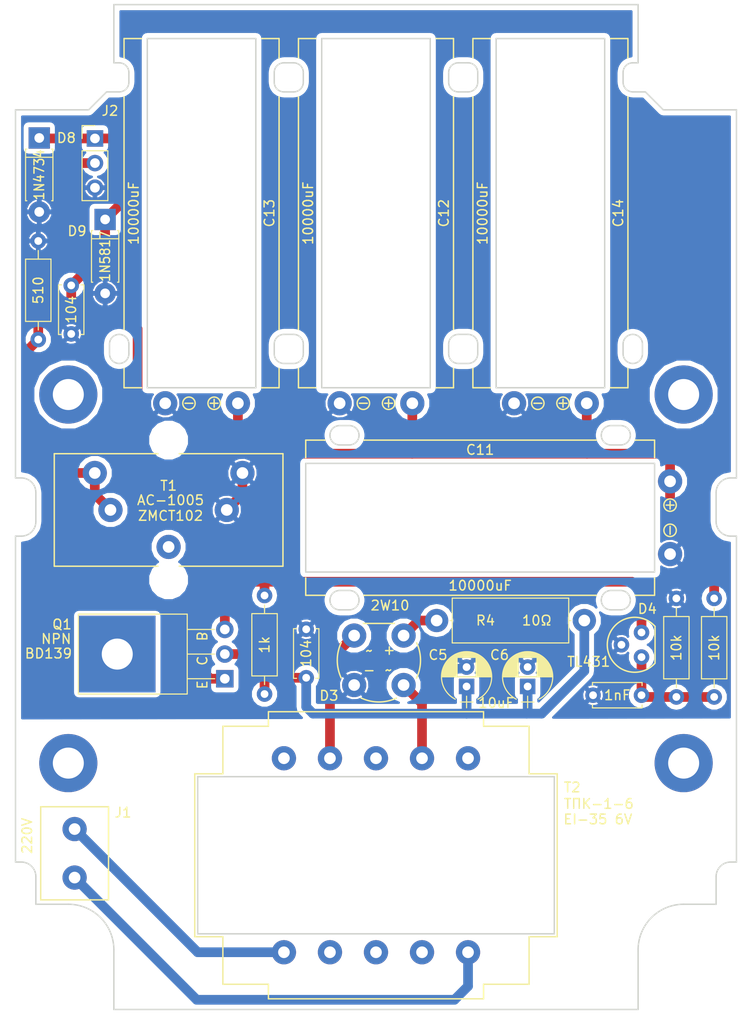
<source format=kicad_pcb>
(kicad_pcb (version 4) (host pcbnew 4.0.7)

  (general
    (links 44)
    (no_connects 0)
    (area 61.2 47.424999 138.400001 153.300001)
    (thickness 1.6)
    (drawings 5)
    (tracks 83)
    (zones 0)
    (modules 24)
    (nets 12)
  )

  (page A4)
  (layers
    (0 F.Cu signal)
    (31 B.Cu signal)
    (32 B.Adhes user)
    (33 F.Adhes user)
    (34 B.Paste user)
    (35 F.Paste user)
    (36 B.SilkS user)
    (37 F.SilkS user)
    (38 B.Mask user)
    (39 F.Mask user)
    (40 Dwgs.User user)
    (41 Cmts.User user)
    (42 Eco1.User user)
    (43 Eco2.User user)
    (44 Edge.Cuts user)
    (45 Margin user)
    (46 B.CrtYd user)
    (47 F.CrtYd user)
    (48 B.Fab user)
    (49 F.Fab user)
  )

  (setup
    (last_trace_width 0.5)
    (user_trace_width 0.5)
    (user_trace_width 0.8)
    (user_trace_width 1)
    (user_trace_width 2)
    (trace_clearance 0.3)
    (zone_clearance 0.5)
    (zone_45_only yes)
    (trace_min 0.2)
    (segment_width 0.2)
    (edge_width 0.1)
    (via_size 1.8)
    (via_drill 0.6)
    (via_min_size 0.4)
    (via_min_drill 0.3)
    (uvia_size 0.3)
    (uvia_drill 0.1)
    (uvias_allowed no)
    (uvia_min_size 0.2)
    (uvia_min_drill 0.1)
    (pcb_text_width 0.3)
    (pcb_text_size 1.5 1.5)
    (mod_edge_width 0.15)
    (mod_text_size 1 1)
    (mod_text_width 0.15)
    (pad_size 3.2 3.2)
    (pad_drill 3.2)
    (pad_to_mask_clearance 0.15)
    (aux_axis_origin 0 0)
    (grid_origin 81.65 94.85)
    (visible_elements 7FFFFF7F)
    (pcbplotparams
      (layerselection 0x010f0_80000001)
      (usegerberextensions false)
      (excludeedgelayer true)
      (linewidth 0.100000)
      (plotframeref false)
      (viasonmask false)
      (mode 1)
      (useauxorigin false)
      (hpglpennumber 1)
      (hpglpenspeed 20)
      (hpglpendiameter 15)
      (hpglpenoverlay 2)
      (psnegative false)
      (psa4output false)
      (plotreference true)
      (plotvalue true)
      (plotinvisibletext false)
      (padsonsilk false)
      (subtractmaskfromsilk false)
      (outputformat 1)
      (mirror false)
      (drillshape 0)
      (scaleselection 1)
      (outputdirectory GerberBase))
  )

  (net 0 "")
  (net 1 "Net-(C5-Pad1)")
  (net 2 GNDD)
  (net 3 "Net-(C10-Pad1)")
  (net 4 +5V)
  (net 5 "Net-(D3-Pad4)")
  (net 6 "Net-(D3-Pad3)")
  (net 7 "Net-(D3-Pad1)")
  (net 8 "Net-(D4-Pad3)")
  (net 9 "Net-(J1-Pad2)")
  (net 10 "Net-(J1-Pad1)")
  (net 11 "Net-(J2-Pad2)")

  (net_class Default "Это класс цепей по умолчанию."
    (clearance 0.3)
    (trace_width 0.5)
    (via_dia 1.8)
    (via_drill 0.6)
    (uvia_dia 0.3)
    (uvia_drill 0.1)
    (add_net +5V)
    (add_net GNDD)
    (add_net "Net-(C10-Pad1)")
    (add_net "Net-(C5-Pad1)")
    (add_net "Net-(D3-Pad1)")
    (add_net "Net-(D3-Pad3)")
    (add_net "Net-(D3-Pad4)")
    (add_net "Net-(D4-Pad3)")
    (add_net "Net-(J1-Pad1)")
    (add_net "Net-(J1-Pad2)")
    (add_net "Net-(J2-Pad2)")
  )

  (module Capacitors_THT:CP_Radial_D5.0mm_P2.00mm (layer F.Cu) (tedit 5C3BD24F) (tstamp 5C3B89CA)
    (at 109.35 118.5 90)
    (descr "CP, Radial series, Radial, pin pitch=2.00mm, , diameter=5mm, Electrolytic Capacitor")
    (tags "CP Radial series Radial pin pitch 2.00mm  diameter 5mm Electrolytic Capacitor")
    (path /5C351A1D)
    (fp_text reference C5 (at 3.25 -2.95 180) (layer F.SilkS)
      (effects (font (size 1 1) (thickness 0.15)))
    )
    (fp_text value 10uF (at -1.7 3.05 180) (layer F.SilkS)
      (effects (font (size 1 1) (thickness 0.15)))
    )
    (fp_arc (start 1 0) (end -1.30558 -1.18) (angle 125.8) (layer F.SilkS) (width 0.12))
    (fp_arc (start 1 0) (end -1.30558 1.18) (angle -125.8) (layer F.SilkS) (width 0.12))
    (fp_arc (start 1 0) (end 3.30558 -1.18) (angle 54.2) (layer F.SilkS) (width 0.12))
    (fp_circle (center 1 0) (end 3.5 0) (layer F.Fab) (width 0.1))
    (fp_line (start -2.2 0) (end -1 0) (layer F.Fab) (width 0.1))
    (fp_line (start -1.6 -0.65) (end -1.6 0.65) (layer F.Fab) (width 0.1))
    (fp_line (start 1 -2.55) (end 1 2.55) (layer F.SilkS) (width 0.12))
    (fp_line (start 1.04 -2.55) (end 1.04 -0.98) (layer F.SilkS) (width 0.12))
    (fp_line (start 1.04 0.98) (end 1.04 2.55) (layer F.SilkS) (width 0.12))
    (fp_line (start 1.08 -2.549) (end 1.08 -0.98) (layer F.SilkS) (width 0.12))
    (fp_line (start 1.08 0.98) (end 1.08 2.549) (layer F.SilkS) (width 0.12))
    (fp_line (start 1.12 -2.548) (end 1.12 -0.98) (layer F.SilkS) (width 0.12))
    (fp_line (start 1.12 0.98) (end 1.12 2.548) (layer F.SilkS) (width 0.12))
    (fp_line (start 1.16 -2.546) (end 1.16 -0.98) (layer F.SilkS) (width 0.12))
    (fp_line (start 1.16 0.98) (end 1.16 2.546) (layer F.SilkS) (width 0.12))
    (fp_line (start 1.2 -2.543) (end 1.2 -0.98) (layer F.SilkS) (width 0.12))
    (fp_line (start 1.2 0.98) (end 1.2 2.543) (layer F.SilkS) (width 0.12))
    (fp_line (start 1.24 -2.539) (end 1.24 -0.98) (layer F.SilkS) (width 0.12))
    (fp_line (start 1.24 0.98) (end 1.24 2.539) (layer F.SilkS) (width 0.12))
    (fp_line (start 1.28 -2.535) (end 1.28 -0.98) (layer F.SilkS) (width 0.12))
    (fp_line (start 1.28 0.98) (end 1.28 2.535) (layer F.SilkS) (width 0.12))
    (fp_line (start 1.32 -2.531) (end 1.32 -0.98) (layer F.SilkS) (width 0.12))
    (fp_line (start 1.32 0.98) (end 1.32 2.531) (layer F.SilkS) (width 0.12))
    (fp_line (start 1.36 -2.525) (end 1.36 -0.98) (layer F.SilkS) (width 0.12))
    (fp_line (start 1.36 0.98) (end 1.36 2.525) (layer F.SilkS) (width 0.12))
    (fp_line (start 1.4 -2.519) (end 1.4 -0.98) (layer F.SilkS) (width 0.12))
    (fp_line (start 1.4 0.98) (end 1.4 2.519) (layer F.SilkS) (width 0.12))
    (fp_line (start 1.44 -2.513) (end 1.44 -0.98) (layer F.SilkS) (width 0.12))
    (fp_line (start 1.44 0.98) (end 1.44 2.513) (layer F.SilkS) (width 0.12))
    (fp_line (start 1.48 -2.506) (end 1.48 -0.98) (layer F.SilkS) (width 0.12))
    (fp_line (start 1.48 0.98) (end 1.48 2.506) (layer F.SilkS) (width 0.12))
    (fp_line (start 1.52 -2.498) (end 1.52 -0.98) (layer F.SilkS) (width 0.12))
    (fp_line (start 1.52 0.98) (end 1.52 2.498) (layer F.SilkS) (width 0.12))
    (fp_line (start 1.56 -2.489) (end 1.56 -0.98) (layer F.SilkS) (width 0.12))
    (fp_line (start 1.56 0.98) (end 1.56 2.489) (layer F.SilkS) (width 0.12))
    (fp_line (start 1.6 -2.48) (end 1.6 -0.98) (layer F.SilkS) (width 0.12))
    (fp_line (start 1.6 0.98) (end 1.6 2.48) (layer F.SilkS) (width 0.12))
    (fp_line (start 1.64 -2.47) (end 1.64 -0.98) (layer F.SilkS) (width 0.12))
    (fp_line (start 1.64 0.98) (end 1.64 2.47) (layer F.SilkS) (width 0.12))
    (fp_line (start 1.68 -2.46) (end 1.68 -0.98) (layer F.SilkS) (width 0.12))
    (fp_line (start 1.68 0.98) (end 1.68 2.46) (layer F.SilkS) (width 0.12))
    (fp_line (start 1.721 -2.448) (end 1.721 -0.98) (layer F.SilkS) (width 0.12))
    (fp_line (start 1.721 0.98) (end 1.721 2.448) (layer F.SilkS) (width 0.12))
    (fp_line (start 1.761 -2.436) (end 1.761 -0.98) (layer F.SilkS) (width 0.12))
    (fp_line (start 1.761 0.98) (end 1.761 2.436) (layer F.SilkS) (width 0.12))
    (fp_line (start 1.801 -2.424) (end 1.801 -0.98) (layer F.SilkS) (width 0.12))
    (fp_line (start 1.801 0.98) (end 1.801 2.424) (layer F.SilkS) (width 0.12))
    (fp_line (start 1.841 -2.41) (end 1.841 -0.98) (layer F.SilkS) (width 0.12))
    (fp_line (start 1.841 0.98) (end 1.841 2.41) (layer F.SilkS) (width 0.12))
    (fp_line (start 1.881 -2.396) (end 1.881 -0.98) (layer F.SilkS) (width 0.12))
    (fp_line (start 1.881 0.98) (end 1.881 2.396) (layer F.SilkS) (width 0.12))
    (fp_line (start 1.921 -2.382) (end 1.921 -0.98) (layer F.SilkS) (width 0.12))
    (fp_line (start 1.921 0.98) (end 1.921 2.382) (layer F.SilkS) (width 0.12))
    (fp_line (start 1.961 -2.366) (end 1.961 -0.98) (layer F.SilkS) (width 0.12))
    (fp_line (start 1.961 0.98) (end 1.961 2.366) (layer F.SilkS) (width 0.12))
    (fp_line (start 2.001 -2.35) (end 2.001 -0.98) (layer F.SilkS) (width 0.12))
    (fp_line (start 2.001 0.98) (end 2.001 2.35) (layer F.SilkS) (width 0.12))
    (fp_line (start 2.041 -2.333) (end 2.041 -0.98) (layer F.SilkS) (width 0.12))
    (fp_line (start 2.041 0.98) (end 2.041 2.333) (layer F.SilkS) (width 0.12))
    (fp_line (start 2.081 -2.315) (end 2.081 -0.98) (layer F.SilkS) (width 0.12))
    (fp_line (start 2.081 0.98) (end 2.081 2.315) (layer F.SilkS) (width 0.12))
    (fp_line (start 2.121 -2.296) (end 2.121 -0.98) (layer F.SilkS) (width 0.12))
    (fp_line (start 2.121 0.98) (end 2.121 2.296) (layer F.SilkS) (width 0.12))
    (fp_line (start 2.161 -2.276) (end 2.161 -0.98) (layer F.SilkS) (width 0.12))
    (fp_line (start 2.161 0.98) (end 2.161 2.276) (layer F.SilkS) (width 0.12))
    (fp_line (start 2.201 -2.256) (end 2.201 -0.98) (layer F.SilkS) (width 0.12))
    (fp_line (start 2.201 0.98) (end 2.201 2.256) (layer F.SilkS) (width 0.12))
    (fp_line (start 2.241 -2.234) (end 2.241 -0.98) (layer F.SilkS) (width 0.12))
    (fp_line (start 2.241 0.98) (end 2.241 2.234) (layer F.SilkS) (width 0.12))
    (fp_line (start 2.281 -2.212) (end 2.281 -0.98) (layer F.SilkS) (width 0.12))
    (fp_line (start 2.281 0.98) (end 2.281 2.212) (layer F.SilkS) (width 0.12))
    (fp_line (start 2.321 -2.189) (end 2.321 -0.98) (layer F.SilkS) (width 0.12))
    (fp_line (start 2.321 0.98) (end 2.321 2.189) (layer F.SilkS) (width 0.12))
    (fp_line (start 2.361 -2.165) (end 2.361 -0.98) (layer F.SilkS) (width 0.12))
    (fp_line (start 2.361 0.98) (end 2.361 2.165) (layer F.SilkS) (width 0.12))
    (fp_line (start 2.401 -2.14) (end 2.401 -0.98) (layer F.SilkS) (width 0.12))
    (fp_line (start 2.401 0.98) (end 2.401 2.14) (layer F.SilkS) (width 0.12))
    (fp_line (start 2.441 -2.113) (end 2.441 -0.98) (layer F.SilkS) (width 0.12))
    (fp_line (start 2.441 0.98) (end 2.441 2.113) (layer F.SilkS) (width 0.12))
    (fp_line (start 2.481 -2.086) (end 2.481 -0.98) (layer F.SilkS) (width 0.12))
    (fp_line (start 2.481 0.98) (end 2.481 2.086) (layer F.SilkS) (width 0.12))
    (fp_line (start 2.521 -2.058) (end 2.521 -0.98) (layer F.SilkS) (width 0.12))
    (fp_line (start 2.521 0.98) (end 2.521 2.058) (layer F.SilkS) (width 0.12))
    (fp_line (start 2.561 -2.028) (end 2.561 -0.98) (layer F.SilkS) (width 0.12))
    (fp_line (start 2.561 0.98) (end 2.561 2.028) (layer F.SilkS) (width 0.12))
    (fp_line (start 2.601 -1.997) (end 2.601 -0.98) (layer F.SilkS) (width 0.12))
    (fp_line (start 2.601 0.98) (end 2.601 1.997) (layer F.SilkS) (width 0.12))
    (fp_line (start 2.641 -1.965) (end 2.641 -0.98) (layer F.SilkS) (width 0.12))
    (fp_line (start 2.641 0.98) (end 2.641 1.965) (layer F.SilkS) (width 0.12))
    (fp_line (start 2.681 -1.932) (end 2.681 -0.98) (layer F.SilkS) (width 0.12))
    (fp_line (start 2.681 0.98) (end 2.681 1.932) (layer F.SilkS) (width 0.12))
    (fp_line (start 2.721 -1.897) (end 2.721 -0.98) (layer F.SilkS) (width 0.12))
    (fp_line (start 2.721 0.98) (end 2.721 1.897) (layer F.SilkS) (width 0.12))
    (fp_line (start 2.761 -1.861) (end 2.761 -0.98) (layer F.SilkS) (width 0.12))
    (fp_line (start 2.761 0.98) (end 2.761 1.861) (layer F.SilkS) (width 0.12))
    (fp_line (start 2.801 -1.823) (end 2.801 -0.98) (layer F.SilkS) (width 0.12))
    (fp_line (start 2.801 0.98) (end 2.801 1.823) (layer F.SilkS) (width 0.12))
    (fp_line (start 2.841 -1.783) (end 2.841 -0.98) (layer F.SilkS) (width 0.12))
    (fp_line (start 2.841 0.98) (end 2.841 1.783) (layer F.SilkS) (width 0.12))
    (fp_line (start 2.881 -1.742) (end 2.881 -0.98) (layer F.SilkS) (width 0.12))
    (fp_line (start 2.881 0.98) (end 2.881 1.742) (layer F.SilkS) (width 0.12))
    (fp_line (start 2.921 -1.699) (end 2.921 -0.98) (layer F.SilkS) (width 0.12))
    (fp_line (start 2.921 0.98) (end 2.921 1.699) (layer F.SilkS) (width 0.12))
    (fp_line (start 2.961 -1.654) (end 2.961 -0.98) (layer F.SilkS) (width 0.12))
    (fp_line (start 2.961 0.98) (end 2.961 1.654) (layer F.SilkS) (width 0.12))
    (fp_line (start 3.001 -1.606) (end 3.001 1.606) (layer F.SilkS) (width 0.12))
    (fp_line (start 3.041 -1.556) (end 3.041 1.556) (layer F.SilkS) (width 0.12))
    (fp_line (start 3.081 -1.504) (end 3.081 1.504) (layer F.SilkS) (width 0.12))
    (fp_line (start 3.121 -1.448) (end 3.121 1.448) (layer F.SilkS) (width 0.12))
    (fp_line (start 3.161 -1.39) (end 3.161 1.39) (layer F.SilkS) (width 0.12))
    (fp_line (start 3.201 -1.327) (end 3.201 1.327) (layer F.SilkS) (width 0.12))
    (fp_line (start 3.241 -1.261) (end 3.241 1.261) (layer F.SilkS) (width 0.12))
    (fp_line (start 3.281 -1.189) (end 3.281 1.189) (layer F.SilkS) (width 0.12))
    (fp_line (start 3.321 -1.112) (end 3.321 1.112) (layer F.SilkS) (width 0.12))
    (fp_line (start 3.361 -1.028) (end 3.361 1.028) (layer F.SilkS) (width 0.12))
    (fp_line (start 3.401 -0.934) (end 3.401 0.934) (layer F.SilkS) (width 0.12))
    (fp_line (start 3.441 -0.829) (end 3.441 0.829) (layer F.SilkS) (width 0.12))
    (fp_line (start 3.481 -0.707) (end 3.481 0.707) (layer F.SilkS) (width 0.12))
    (fp_line (start 3.521 -0.559) (end 3.521 0.559) (layer F.SilkS) (width 0.12))
    (fp_line (start 3.561 -0.354) (end 3.561 0.354) (layer F.SilkS) (width 0.12))
    (fp_line (start -2.2 0) (end -1 0) (layer F.SilkS) (width 0.12))
    (fp_line (start -1.6 -0.65) (end -1.6 0.65) (layer F.SilkS) (width 0.12))
    (fp_line (start -1.85 -2.85) (end -1.85 2.85) (layer F.CrtYd) (width 0.05))
    (fp_line (start -1.85 2.85) (end 3.85 2.85) (layer F.CrtYd) (width 0.05))
    (fp_line (start 3.85 2.85) (end 3.85 -2.85) (layer F.CrtYd) (width 0.05))
    (fp_line (start 3.85 -2.85) (end -1.85 -2.85) (layer F.CrtYd) (width 0.05))
    (fp_text user %R (at 3.25 -2.95 180) (layer F.Fab)
      (effects (font (size 1 1) (thickness 0.15)))
    )
    (pad 1 thru_hole rect (at 0 0 90) (size 1.6 1.6) (drill 0.8) (layers *.Cu *.Mask)
      (net 1 "Net-(C5-Pad1)"))
    (pad 2 thru_hole circle (at 2 0 90) (size 1.6 1.6) (drill 0.8) (layers *.Cu *.Mask)
      (net 2 GNDD))
    (model ${KISYS3DMOD}/Capacitors_THT.3dshapes/CP_Radial_D5.0mm_P2.00mm.wrl
      (at (xyz 0 0 0))
      (scale (xyz 1 1 1))
      (rotate (xyz 0 0 0))
    )
  )

  (module Capacitors_THT:CP_Radial_D5.0mm_P2.00mm (layer F.Cu) (tedit 5C3BBF4B) (tstamp 5C3B89D0)
    (at 115.65 118.5 90)
    (descr "CP, Radial series, Radial, pin pitch=2.00mm, , diameter=5mm, Electrolytic Capacitor")
    (tags "CP Radial series Radial pin pitch 2.00mm  diameter 5mm Electrolytic Capacitor")
    (path /5C324924)
    (fp_text reference C6 (at 3.25 -2.9 180) (layer F.SilkS)
      (effects (font (size 1 1) (thickness 0.15)))
    )
    (fp_text value 10uF (at 1 3.81 90) (layer F.Fab)
      (effects (font (size 1 1) (thickness 0.15)))
    )
    (fp_arc (start 1 0) (end -1.30558 -1.18) (angle 125.8) (layer F.SilkS) (width 0.12))
    (fp_arc (start 1 0) (end -1.30558 1.18) (angle -125.8) (layer F.SilkS) (width 0.12))
    (fp_arc (start 1 0) (end 3.30558 -1.18) (angle 54.2) (layer F.SilkS) (width 0.12))
    (fp_circle (center 1 0) (end 3.5 0) (layer F.Fab) (width 0.1))
    (fp_line (start -2.2 0) (end -1 0) (layer F.Fab) (width 0.1))
    (fp_line (start -1.6 -0.65) (end -1.6 0.65) (layer F.Fab) (width 0.1))
    (fp_line (start 1 -2.55) (end 1 2.55) (layer F.SilkS) (width 0.12))
    (fp_line (start 1.04 -2.55) (end 1.04 -0.98) (layer F.SilkS) (width 0.12))
    (fp_line (start 1.04 0.98) (end 1.04 2.55) (layer F.SilkS) (width 0.12))
    (fp_line (start 1.08 -2.549) (end 1.08 -0.98) (layer F.SilkS) (width 0.12))
    (fp_line (start 1.08 0.98) (end 1.08 2.549) (layer F.SilkS) (width 0.12))
    (fp_line (start 1.12 -2.548) (end 1.12 -0.98) (layer F.SilkS) (width 0.12))
    (fp_line (start 1.12 0.98) (end 1.12 2.548) (layer F.SilkS) (width 0.12))
    (fp_line (start 1.16 -2.546) (end 1.16 -0.98) (layer F.SilkS) (width 0.12))
    (fp_line (start 1.16 0.98) (end 1.16 2.546) (layer F.SilkS) (width 0.12))
    (fp_line (start 1.2 -2.543) (end 1.2 -0.98) (layer F.SilkS) (width 0.12))
    (fp_line (start 1.2 0.98) (end 1.2 2.543) (layer F.SilkS) (width 0.12))
    (fp_line (start 1.24 -2.539) (end 1.24 -0.98) (layer F.SilkS) (width 0.12))
    (fp_line (start 1.24 0.98) (end 1.24 2.539) (layer F.SilkS) (width 0.12))
    (fp_line (start 1.28 -2.535) (end 1.28 -0.98) (layer F.SilkS) (width 0.12))
    (fp_line (start 1.28 0.98) (end 1.28 2.535) (layer F.SilkS) (width 0.12))
    (fp_line (start 1.32 -2.531) (end 1.32 -0.98) (layer F.SilkS) (width 0.12))
    (fp_line (start 1.32 0.98) (end 1.32 2.531) (layer F.SilkS) (width 0.12))
    (fp_line (start 1.36 -2.525) (end 1.36 -0.98) (layer F.SilkS) (width 0.12))
    (fp_line (start 1.36 0.98) (end 1.36 2.525) (layer F.SilkS) (width 0.12))
    (fp_line (start 1.4 -2.519) (end 1.4 -0.98) (layer F.SilkS) (width 0.12))
    (fp_line (start 1.4 0.98) (end 1.4 2.519) (layer F.SilkS) (width 0.12))
    (fp_line (start 1.44 -2.513) (end 1.44 -0.98) (layer F.SilkS) (width 0.12))
    (fp_line (start 1.44 0.98) (end 1.44 2.513) (layer F.SilkS) (width 0.12))
    (fp_line (start 1.48 -2.506) (end 1.48 -0.98) (layer F.SilkS) (width 0.12))
    (fp_line (start 1.48 0.98) (end 1.48 2.506) (layer F.SilkS) (width 0.12))
    (fp_line (start 1.52 -2.498) (end 1.52 -0.98) (layer F.SilkS) (width 0.12))
    (fp_line (start 1.52 0.98) (end 1.52 2.498) (layer F.SilkS) (width 0.12))
    (fp_line (start 1.56 -2.489) (end 1.56 -0.98) (layer F.SilkS) (width 0.12))
    (fp_line (start 1.56 0.98) (end 1.56 2.489) (layer F.SilkS) (width 0.12))
    (fp_line (start 1.6 -2.48) (end 1.6 -0.98) (layer F.SilkS) (width 0.12))
    (fp_line (start 1.6 0.98) (end 1.6 2.48) (layer F.SilkS) (width 0.12))
    (fp_line (start 1.64 -2.47) (end 1.64 -0.98) (layer F.SilkS) (width 0.12))
    (fp_line (start 1.64 0.98) (end 1.64 2.47) (layer F.SilkS) (width 0.12))
    (fp_line (start 1.68 -2.46) (end 1.68 -0.98) (layer F.SilkS) (width 0.12))
    (fp_line (start 1.68 0.98) (end 1.68 2.46) (layer F.SilkS) (width 0.12))
    (fp_line (start 1.721 -2.448) (end 1.721 -0.98) (layer F.SilkS) (width 0.12))
    (fp_line (start 1.721 0.98) (end 1.721 2.448) (layer F.SilkS) (width 0.12))
    (fp_line (start 1.761 -2.436) (end 1.761 -0.98) (layer F.SilkS) (width 0.12))
    (fp_line (start 1.761 0.98) (end 1.761 2.436) (layer F.SilkS) (width 0.12))
    (fp_line (start 1.801 -2.424) (end 1.801 -0.98) (layer F.SilkS) (width 0.12))
    (fp_line (start 1.801 0.98) (end 1.801 2.424) (layer F.SilkS) (width 0.12))
    (fp_line (start 1.841 -2.41) (end 1.841 -0.98) (layer F.SilkS) (width 0.12))
    (fp_line (start 1.841 0.98) (end 1.841 2.41) (layer F.SilkS) (width 0.12))
    (fp_line (start 1.881 -2.396) (end 1.881 -0.98) (layer F.SilkS) (width 0.12))
    (fp_line (start 1.881 0.98) (end 1.881 2.396) (layer F.SilkS) (width 0.12))
    (fp_line (start 1.921 -2.382) (end 1.921 -0.98) (layer F.SilkS) (width 0.12))
    (fp_line (start 1.921 0.98) (end 1.921 2.382) (layer F.SilkS) (width 0.12))
    (fp_line (start 1.961 -2.366) (end 1.961 -0.98) (layer F.SilkS) (width 0.12))
    (fp_line (start 1.961 0.98) (end 1.961 2.366) (layer F.SilkS) (width 0.12))
    (fp_line (start 2.001 -2.35) (end 2.001 -0.98) (layer F.SilkS) (width 0.12))
    (fp_line (start 2.001 0.98) (end 2.001 2.35) (layer F.SilkS) (width 0.12))
    (fp_line (start 2.041 -2.333) (end 2.041 -0.98) (layer F.SilkS) (width 0.12))
    (fp_line (start 2.041 0.98) (end 2.041 2.333) (layer F.SilkS) (width 0.12))
    (fp_line (start 2.081 -2.315) (end 2.081 -0.98) (layer F.SilkS) (width 0.12))
    (fp_line (start 2.081 0.98) (end 2.081 2.315) (layer F.SilkS) (width 0.12))
    (fp_line (start 2.121 -2.296) (end 2.121 -0.98) (layer F.SilkS) (width 0.12))
    (fp_line (start 2.121 0.98) (end 2.121 2.296) (layer F.SilkS) (width 0.12))
    (fp_line (start 2.161 -2.276) (end 2.161 -0.98) (layer F.SilkS) (width 0.12))
    (fp_line (start 2.161 0.98) (end 2.161 2.276) (layer F.SilkS) (width 0.12))
    (fp_line (start 2.201 -2.256) (end 2.201 -0.98) (layer F.SilkS) (width 0.12))
    (fp_line (start 2.201 0.98) (end 2.201 2.256) (layer F.SilkS) (width 0.12))
    (fp_line (start 2.241 -2.234) (end 2.241 -0.98) (layer F.SilkS) (width 0.12))
    (fp_line (start 2.241 0.98) (end 2.241 2.234) (layer F.SilkS) (width 0.12))
    (fp_line (start 2.281 -2.212) (end 2.281 -0.98) (layer F.SilkS) (width 0.12))
    (fp_line (start 2.281 0.98) (end 2.281 2.212) (layer F.SilkS) (width 0.12))
    (fp_line (start 2.321 -2.189) (end 2.321 -0.98) (layer F.SilkS) (width 0.12))
    (fp_line (start 2.321 0.98) (end 2.321 2.189) (layer F.SilkS) (width 0.12))
    (fp_line (start 2.361 -2.165) (end 2.361 -0.98) (layer F.SilkS) (width 0.12))
    (fp_line (start 2.361 0.98) (end 2.361 2.165) (layer F.SilkS) (width 0.12))
    (fp_line (start 2.401 -2.14) (end 2.401 -0.98) (layer F.SilkS) (width 0.12))
    (fp_line (start 2.401 0.98) (end 2.401 2.14) (layer F.SilkS) (width 0.12))
    (fp_line (start 2.441 -2.113) (end 2.441 -0.98) (layer F.SilkS) (width 0.12))
    (fp_line (start 2.441 0.98) (end 2.441 2.113) (layer F.SilkS) (width 0.12))
    (fp_line (start 2.481 -2.086) (end 2.481 -0.98) (layer F.SilkS) (width 0.12))
    (fp_line (start 2.481 0.98) (end 2.481 2.086) (layer F.SilkS) (width 0.12))
    (fp_line (start 2.521 -2.058) (end 2.521 -0.98) (layer F.SilkS) (width 0.12))
    (fp_line (start 2.521 0.98) (end 2.521 2.058) (layer F.SilkS) (width 0.12))
    (fp_line (start 2.561 -2.028) (end 2.561 -0.98) (layer F.SilkS) (width 0.12))
    (fp_line (start 2.561 0.98) (end 2.561 2.028) (layer F.SilkS) (width 0.12))
    (fp_line (start 2.601 -1.997) (end 2.601 -0.98) (layer F.SilkS) (width 0.12))
    (fp_line (start 2.601 0.98) (end 2.601 1.997) (layer F.SilkS) (width 0.12))
    (fp_line (start 2.641 -1.965) (end 2.641 -0.98) (layer F.SilkS) (width 0.12))
    (fp_line (start 2.641 0.98) (end 2.641 1.965) (layer F.SilkS) (width 0.12))
    (fp_line (start 2.681 -1.932) (end 2.681 -0.98) (layer F.SilkS) (width 0.12))
    (fp_line (start 2.681 0.98) (end 2.681 1.932) (layer F.SilkS) (width 0.12))
    (fp_line (start 2.721 -1.897) (end 2.721 -0.98) (layer F.SilkS) (width 0.12))
    (fp_line (start 2.721 0.98) (end 2.721 1.897) (layer F.SilkS) (width 0.12))
    (fp_line (start 2.761 -1.861) (end 2.761 -0.98) (layer F.SilkS) (width 0.12))
    (fp_line (start 2.761 0.98) (end 2.761 1.861) (layer F.SilkS) (width 0.12))
    (fp_line (start 2.801 -1.823) (end 2.801 -0.98) (layer F.SilkS) (width 0.12))
    (fp_line (start 2.801 0.98) (end 2.801 1.823) (layer F.SilkS) (width 0.12))
    (fp_line (start 2.841 -1.783) (end 2.841 -0.98) (layer F.SilkS) (width 0.12))
    (fp_line (start 2.841 0.98) (end 2.841 1.783) (layer F.SilkS) (width 0.12))
    (fp_line (start 2.881 -1.742) (end 2.881 -0.98) (layer F.SilkS) (width 0.12))
    (fp_line (start 2.881 0.98) (end 2.881 1.742) (layer F.SilkS) (width 0.12))
    (fp_line (start 2.921 -1.699) (end 2.921 -0.98) (layer F.SilkS) (width 0.12))
    (fp_line (start 2.921 0.98) (end 2.921 1.699) (layer F.SilkS) (width 0.12))
    (fp_line (start 2.961 -1.654) (end 2.961 -0.98) (layer F.SilkS) (width 0.12))
    (fp_line (start 2.961 0.98) (end 2.961 1.654) (layer F.SilkS) (width 0.12))
    (fp_line (start 3.001 -1.606) (end 3.001 1.606) (layer F.SilkS) (width 0.12))
    (fp_line (start 3.041 -1.556) (end 3.041 1.556) (layer F.SilkS) (width 0.12))
    (fp_line (start 3.081 -1.504) (end 3.081 1.504) (layer F.SilkS) (width 0.12))
    (fp_line (start 3.121 -1.448) (end 3.121 1.448) (layer F.SilkS) (width 0.12))
    (fp_line (start 3.161 -1.39) (end 3.161 1.39) (layer F.SilkS) (width 0.12))
    (fp_line (start 3.201 -1.327) (end 3.201 1.327) (layer F.SilkS) (width 0.12))
    (fp_line (start 3.241 -1.261) (end 3.241 1.261) (layer F.SilkS) (width 0.12))
    (fp_line (start 3.281 -1.189) (end 3.281 1.189) (layer F.SilkS) (width 0.12))
    (fp_line (start 3.321 -1.112) (end 3.321 1.112) (layer F.SilkS) (width 0.12))
    (fp_line (start 3.361 -1.028) (end 3.361 1.028) (layer F.SilkS) (width 0.12))
    (fp_line (start 3.401 -0.934) (end 3.401 0.934) (layer F.SilkS) (width 0.12))
    (fp_line (start 3.441 -0.829) (end 3.441 0.829) (layer F.SilkS) (width 0.12))
    (fp_line (start 3.481 -0.707) (end 3.481 0.707) (layer F.SilkS) (width 0.12))
    (fp_line (start 3.521 -0.559) (end 3.521 0.559) (layer F.SilkS) (width 0.12))
    (fp_line (start 3.561 -0.354) (end 3.561 0.354) (layer F.SilkS) (width 0.12))
    (fp_line (start -2.2 0) (end -1 0) (layer F.SilkS) (width 0.12))
    (fp_line (start -1.6 -0.65) (end -1.6 0.65) (layer F.SilkS) (width 0.12))
    (fp_line (start -1.85 -2.85) (end -1.85 2.85) (layer F.CrtYd) (width 0.05))
    (fp_line (start -1.85 2.85) (end 3.85 2.85) (layer F.CrtYd) (width 0.05))
    (fp_line (start 3.85 2.85) (end 3.85 -2.85) (layer F.CrtYd) (width 0.05))
    (fp_line (start 3.85 -2.85) (end -1.85 -2.85) (layer F.CrtYd) (width 0.05))
    (fp_text user %R (at 3.25 -2.9 180) (layer F.Fab)
      (effects (font (size 1 1) (thickness 0.15)))
    )
    (pad 1 thru_hole rect (at 0 0 90) (size 1.6 1.6) (drill 0.8) (layers *.Cu *.Mask)
      (net 1 "Net-(C5-Pad1)"))
    (pad 2 thru_hole circle (at 2 0 90) (size 1.6 1.6) (drill 0.8) (layers *.Cu *.Mask)
      (net 2 GNDD))
    (model ${KISYS3DMOD}/Capacitors_THT.3dshapes/CP_Radial_D5.0mm_P2.00mm.wrl
      (at (xyz 0 0 0))
      (scale (xyz 1 1 1))
      (rotate (xyz 0 0 0))
    )
  )

  (module Pin_Headers:Pin_Header_Straight_1x03_Pitch2.54mm locked (layer F.Cu) (tedit 5C44C57E) (tstamp 5C3B8B31)
    (at 71 62)
    (descr "Through hole straight pin header, 1x03, 2.54mm pitch, single row")
    (tags "Through hole pin header THT 1x03 2.54mm single row")
    (path /5C3B7245)
    (fp_text reference J2 (at 1.55 -2.85 180) (layer F.SilkS)
      (effects (font (size 1 1) (thickness 0.15)))
    )
    (fp_text value PCB_CONN (at 0 11.5 90) (layer F.Fab) hide
      (effects (font (size 1 1) (thickness 0.15)))
    )
    (fp_line (start -0.635 -1.27) (end 1.27 -1.27) (layer F.Fab) (width 0.1))
    (fp_line (start 1.27 -1.27) (end 1.27 6.35) (layer F.Fab) (width 0.1))
    (fp_line (start 1.27 6.35) (end -1.27 6.35) (layer F.Fab) (width 0.1))
    (fp_line (start -1.27 6.35) (end -1.27 -0.635) (layer F.Fab) (width 0.1))
    (fp_line (start -1.27 -0.635) (end -0.635 -1.27) (layer F.Fab) (width 0.1))
    (fp_line (start -1.33 6.41) (end 1.33 6.41) (layer F.SilkS) (width 0.12))
    (fp_line (start -1.33 1.27) (end -1.33 6.41) (layer F.SilkS) (width 0.12))
    (fp_line (start 1.33 1.27) (end 1.33 6.41) (layer F.SilkS) (width 0.12))
    (fp_line (start -1.33 1.27) (end 1.33 1.27) (layer F.SilkS) (width 0.12))
    (fp_line (start -1.33 0) (end -1.33 -1.33) (layer F.SilkS) (width 0.12))
    (fp_line (start -1.33 -1.33) (end 0 -1.33) (layer F.SilkS) (width 0.12))
    (fp_line (start -1.8 -1.8) (end -1.8 6.85) (layer F.CrtYd) (width 0.05))
    (fp_line (start -1.8 6.85) (end 1.8 6.85) (layer F.CrtYd) (width 0.05))
    (fp_line (start 1.8 6.85) (end 1.8 -1.8) (layer F.CrtYd) (width 0.05))
    (fp_line (start 1.8 -1.8) (end -1.8 -1.8) (layer F.CrtYd) (width 0.05))
    (fp_text user %R (at 1.55 -2.85 180) (layer F.Fab)
      (effects (font (size 1 1) (thickness 0.15)))
    )
    (pad 1 thru_hole rect (at 0 0) (size 1.7 1.7) (drill 1) (layers *.Cu *.Mask)
      (net 4 +5V))
    (pad 2 thru_hole oval (at 0 2.54) (size 1.7 1.7) (drill 1) (layers *.Cu *.Mask)
      (net 11 "Net-(J2-Pad2)"))
    (pad 3 thru_hole oval (at 0 5.08) (size 1.7 1.7) (drill 1) (layers *.Cu *.Mask)
      (net 2 GNDD))
    (model ${KISYS3DMOD}/Pin_Headers.3dshapes/Pin_Header_Straight_1x03_Pitch2.54mm.wrl
      (at (xyz 0 0 0))
      (scale (xyz 1 1 1))
      (rotate (xyz 0 0 0))
    )
  )

  (module MyFootprints:RES (layer F.Cu) (tedit 5C3BB41E) (tstamp 5C3B8B4F)
    (at 65.15 77.65 90)
    (descr "Resistor, Axial_DIN0207 series, Axial, Horizontal, pin pitch=10.16mm, 0.25W = 1/4W, length*diameter=6.3*2.5mm^2, http://cdn-reichelt.de/documents/datenblatt/B400/1_4W%23YAG.pdf")
    (tags "Resistor Axial_DIN0207 series Axial Horizontal pin pitch 10.16mm 0.25W = 1/4W length 6.3mm diameter 2.5mm")
    (path /5C34C6FD)
    (fp_text reference R2 (at 2.2 0 180) (layer F.Fab)
      (effects (font (size 1 1) (thickness 0.15)))
    )
    (fp_text value 510 (at 0 0 90) (layer F.SilkS)
      (effects (font (size 1 1) (thickness 0.15)))
    )
    (fp_line (start -3.15 -1.25) (end -3.15 1.25) (layer F.Fab) (width 0.1))
    (fp_line (start -3.15 1.25) (end 3.15 1.25) (layer F.Fab) (width 0.1))
    (fp_line (start 3.15 1.25) (end 3.15 -1.25) (layer F.Fab) (width 0.1))
    (fp_line (start 3.15 -1.25) (end -3.15 -1.25) (layer F.Fab) (width 0.1))
    (fp_line (start -5.08 0) (end -3.15 0) (layer F.Fab) (width 0.1))
    (fp_line (start 5.08 0) (end 3.15 0) (layer F.Fab) (width 0.1))
    (fp_line (start -3.21 -1.31) (end -3.21 1.31) (layer F.SilkS) (width 0.12))
    (fp_line (start -3.21 1.31) (end 3.21 1.31) (layer F.SilkS) (width 0.12))
    (fp_line (start 3.21 1.31) (end 3.21 -1.31) (layer F.SilkS) (width 0.12))
    (fp_line (start 3.21 -1.31) (end -3.21 -1.31) (layer F.SilkS) (width 0.12))
    (fp_line (start -4.1 0) (end -3.21 0) (layer F.SilkS) (width 0.12))
    (fp_line (start 4.1 0) (end 3.21 0) (layer F.SilkS) (width 0.12))
    (fp_line (start -6.13 -1.6) (end -6.13 1.6) (layer F.CrtYd) (width 0.05))
    (fp_line (start -6.13 1.6) (end 6.17 1.6) (layer F.CrtYd) (width 0.05))
    (fp_line (start 6.17 1.6) (end 6.17 -1.6) (layer F.CrtYd) (width 0.05))
    (fp_line (start 6.17 -1.6) (end -6.13 -1.6) (layer F.CrtYd) (width 0.05))
    (pad 1 thru_hole circle (at -5.08 0 90) (size 1.6 1.6) (drill 0.8) (layers *.Cu *.Mask)
      (net 11 "Net-(J2-Pad2)"))
    (pad 2 thru_hole oval (at 5.08 0 90) (size 1.6 1.6) (drill 0.8) (layers *.Cu *.Mask)
      (net 2 GNDD))
    (model ${KISYS3DMOD}/Resistors_THT.3dshapes/R_Axial_DIN0207_L6.3mm_D2.5mm_P10.16mm_Horizontal.wrl
      (at (xyz -0.2 0 0))
      (scale (xyz 0.393701 0.393701 0.393701))
      (rotate (xyz 0 0 0))
    )
  )

  (module MyFootprints:RES (layer F.Cu) (tedit 5C3BAF26) (tstamp 5C3B8B7C)
    (at 88.5 114.2 90)
    (descr "Resistor, Axial_DIN0207 series, Axial, Horizontal, pin pitch=10.16mm, 0.25W = 1/4W, length*diameter=6.3*2.5mm^2, http://cdn-reichelt.de/documents/datenblatt/B400/1_4W%23YAG.pdf")
    (tags "Resistor Axial_DIN0207 series Axial Horizontal pin pitch 10.16mm 0.25W = 1/4W length 6.3mm diameter 2.5mm")
    (path /5C35F0F3)
    (fp_text reference R5 (at 0 -2.7 180) (layer F.Fab)
      (effects (font (size 1 1) (thickness 0.15)))
    )
    (fp_text value 1k (at 0 0 90) (layer F.SilkS)
      (effects (font (size 1 1) (thickness 0.15)))
    )
    (fp_line (start -3.15 -1.25) (end -3.15 1.25) (layer F.Fab) (width 0.1))
    (fp_line (start -3.15 1.25) (end 3.15 1.25) (layer F.Fab) (width 0.1))
    (fp_line (start 3.15 1.25) (end 3.15 -1.25) (layer F.Fab) (width 0.1))
    (fp_line (start 3.15 -1.25) (end -3.15 -1.25) (layer F.Fab) (width 0.1))
    (fp_line (start -5.08 0) (end -3.15 0) (layer F.Fab) (width 0.1))
    (fp_line (start 5.08 0) (end 3.15 0) (layer F.Fab) (width 0.1))
    (fp_line (start -3.21 -1.31) (end -3.21 1.31) (layer F.SilkS) (width 0.12))
    (fp_line (start -3.21 1.31) (end 3.21 1.31) (layer F.SilkS) (width 0.12))
    (fp_line (start 3.21 1.31) (end 3.21 -1.31) (layer F.SilkS) (width 0.12))
    (fp_line (start 3.21 -1.31) (end -3.21 -1.31) (layer F.SilkS) (width 0.12))
    (fp_line (start -4.1 0) (end -3.21 0) (layer F.SilkS) (width 0.12))
    (fp_line (start 4.1 0) (end 3.21 0) (layer F.SilkS) (width 0.12))
    (fp_line (start -6.13 -1.6) (end -6.13 1.6) (layer F.CrtYd) (width 0.05))
    (fp_line (start -6.13 1.6) (end 6.17 1.6) (layer F.CrtYd) (width 0.05))
    (fp_line (start 6.17 1.6) (end 6.17 -1.6) (layer F.CrtYd) (width 0.05))
    (fp_line (start 6.17 -1.6) (end -6.13 -1.6) (layer F.CrtYd) (width 0.05))
    (pad 1 thru_hole circle (at -5.08 0 90) (size 1.6 1.6) (drill 0.8) (layers *.Cu *.Mask)
      (net 1 "Net-(C5-Pad1)"))
    (pad 2 thru_hole oval (at 5.08 0 90) (size 1.6 1.6) (drill 0.8) (layers *.Cu *.Mask)
      (net 8 "Net-(D4-Pad3)"))
    (model ${KISYS3DMOD}/Resistors_THT.3dshapes/R_Axial_DIN0207_L6.3mm_D2.5mm_P10.16mm_Horizontal.wrl
      (at (xyz -0.2 0 0))
      (scale (xyz 0.393701 0.393701 0.393701))
      (rotate (xyz 0 0 0))
    )
  )

  (module MyFootprints:RES (layer F.Cu) (tedit 5C3BB3E2) (tstamp 5C3B8B92)
    (at 134.9 114.5 90)
    (descr "Resistor, Axial_DIN0207 series, Axial, Horizontal, pin pitch=10.16mm, 0.25W = 1/4W, length*diameter=6.3*2.5mm^2, http://cdn-reichelt.de/documents/datenblatt/B400/1_4W%23YAG.pdf")
    (tags "Resistor Axial_DIN0207 series Axial Horizontal pin pitch 10.16mm 0.25W = 1/4W length 6.3mm diameter 2.5mm")
    (path /5C35CBA3)
    (fp_text reference R8 (at 2.2 -3.8 180) (layer F.Fab)
      (effects (font (size 1 1) (thickness 0.15)))
    )
    (fp_text value 10k (at 0 0 90) (layer F.SilkS)
      (effects (font (size 1 1) (thickness 0.15)))
    )
    (fp_line (start -3.15 -1.25) (end -3.15 1.25) (layer F.Fab) (width 0.1))
    (fp_line (start -3.15 1.25) (end 3.15 1.25) (layer F.Fab) (width 0.1))
    (fp_line (start 3.15 1.25) (end 3.15 -1.25) (layer F.Fab) (width 0.1))
    (fp_line (start 3.15 -1.25) (end -3.15 -1.25) (layer F.Fab) (width 0.1))
    (fp_line (start -5.08 0) (end -3.15 0) (layer F.Fab) (width 0.1))
    (fp_line (start 5.08 0) (end 3.15 0) (layer F.Fab) (width 0.1))
    (fp_line (start -3.21 -1.31) (end -3.21 1.31) (layer F.SilkS) (width 0.12))
    (fp_line (start -3.21 1.31) (end 3.21 1.31) (layer F.SilkS) (width 0.12))
    (fp_line (start 3.21 1.31) (end 3.21 -1.31) (layer F.SilkS) (width 0.12))
    (fp_line (start 3.21 -1.31) (end -3.21 -1.31) (layer F.SilkS) (width 0.12))
    (fp_line (start -4.1 0) (end -3.21 0) (layer F.SilkS) (width 0.12))
    (fp_line (start 4.1 0) (end 3.21 0) (layer F.SilkS) (width 0.12))
    (fp_line (start -6.13 -1.6) (end -6.13 1.6) (layer F.CrtYd) (width 0.05))
    (fp_line (start -6.13 1.6) (end 6.17 1.6) (layer F.CrtYd) (width 0.05))
    (fp_line (start 6.17 1.6) (end 6.17 -1.6) (layer F.CrtYd) (width 0.05))
    (fp_line (start 6.17 -1.6) (end -6.13 -1.6) (layer F.CrtYd) (width 0.05))
    (pad 1 thru_hole circle (at -5.08 0 90) (size 1.6 1.6) (drill 0.8) (layers *.Cu *.Mask)
      (net 3 "Net-(C10-Pad1)"))
    (pad 2 thru_hole oval (at 5.08 0 90) (size 1.6 1.6) (drill 0.8) (layers *.Cu *.Mask)
      (net 4 +5V))
    (model ${KISYS3DMOD}/Resistors_THT.3dshapes/R_Axial_DIN0207_L6.3mm_D2.5mm_P10.16mm_Horizontal.wrl
      (at (xyz -0.2 0 0))
      (scale (xyz 0.393701 0.393701 0.393701))
      (rotate (xyz 0 0 0))
    )
  )

  (module MyFootprints:RES (layer F.Cu) (tedit 5C3BB3F0) (tstamp 5C3B8BA8)
    (at 131 114.5 270)
    (descr "Resistor, Axial_DIN0207 series, Axial, Horizontal, pin pitch=10.16mm, 0.25W = 1/4W, length*diameter=6.3*2.5mm^2, http://cdn-reichelt.de/documents/datenblatt/B400/1_4W%23YAG.pdf")
    (tags "Resistor Axial_DIN0207 series Axial Horizontal pin pitch 10.16mm 0.25W = 1/4W length 6.3mm diameter 2.5mm")
    (path /5C35CC8A)
    (fp_text reference R9 (at -2.2 -4 360) (layer F.Fab)
      (effects (font (size 1 1) (thickness 0.15)))
    )
    (fp_text value 10k (at 0 0 270) (layer F.SilkS)
      (effects (font (size 1 1) (thickness 0.15)))
    )
    (fp_line (start -3.15 -1.25) (end -3.15 1.25) (layer F.Fab) (width 0.1))
    (fp_line (start -3.15 1.25) (end 3.15 1.25) (layer F.Fab) (width 0.1))
    (fp_line (start 3.15 1.25) (end 3.15 -1.25) (layer F.Fab) (width 0.1))
    (fp_line (start 3.15 -1.25) (end -3.15 -1.25) (layer F.Fab) (width 0.1))
    (fp_line (start -5.08 0) (end -3.15 0) (layer F.Fab) (width 0.1))
    (fp_line (start 5.08 0) (end 3.15 0) (layer F.Fab) (width 0.1))
    (fp_line (start -3.21 -1.31) (end -3.21 1.31) (layer F.SilkS) (width 0.12))
    (fp_line (start -3.21 1.31) (end 3.21 1.31) (layer F.SilkS) (width 0.12))
    (fp_line (start 3.21 1.31) (end 3.21 -1.31) (layer F.SilkS) (width 0.12))
    (fp_line (start 3.21 -1.31) (end -3.21 -1.31) (layer F.SilkS) (width 0.12))
    (fp_line (start -4.1 0) (end -3.21 0) (layer F.SilkS) (width 0.12))
    (fp_line (start 4.1 0) (end 3.21 0) (layer F.SilkS) (width 0.12))
    (fp_line (start -6.13 -1.6) (end -6.13 1.6) (layer F.CrtYd) (width 0.05))
    (fp_line (start -6.13 1.6) (end 6.17 1.6) (layer F.CrtYd) (width 0.05))
    (fp_line (start 6.17 1.6) (end 6.17 -1.6) (layer F.CrtYd) (width 0.05))
    (fp_line (start 6.17 -1.6) (end -6.13 -1.6) (layer F.CrtYd) (width 0.05))
    (pad 1 thru_hole circle (at -5.08 0 270) (size 1.6 1.6) (drill 0.8) (layers *.Cu *.Mask)
      (net 2 GNDD))
    (pad 2 thru_hole oval (at 5.08 0 270) (size 1.6 1.6) (drill 0.8) (layers *.Cu *.Mask)
      (net 3 "Net-(C10-Pad1)"))
    (model ${KISYS3DMOD}/Resistors_THT.3dshapes/R_Axial_DIN0207_L6.3mm_D2.5mm_P10.16mm_Horizontal.wrl
      (at (xyz -0.2 0 0))
      (scale (xyz 0.393701 0.393701 0.393701))
      (rotate (xyz 0 0 0))
    )
  )

  (module MyFootprints:TL431 (layer F.Cu) (tedit 5C44FC1F) (tstamp 5C3B8ADE)
    (at 126.6 114.2 90)
    (path /5C35C103)
    (fp_text reference D4 (at 3.7 1.4 180) (layer F.SilkS)
      (effects (font (size 1 1) (thickness 0.15)))
    )
    (fp_text value TL431 (at -1.75 -4.65 180) (layer F.Fab)
      (effects (font (size 1 1) (thickness 0.15)))
    )
    (fp_text user TL431 (at -1.75 -4.65 180) (layer F.SilkS)
      (effects (font (size 1 1) (thickness 0.15)))
    )
    (fp_line (start 1.9 2.2) (end -1.9 2.2) (layer F.SilkS) (width 0.15))
    (fp_arc (start 0 0.1) (end 1.9 2.2) (angle -275) (layer F.SilkS) (width 0.15))
    (pad 3 thru_hole circle (at 1.27 0.8 90) (size 1.6 1.6) (drill 0.8) (layers *.Cu *.Mask)
      (net 8 "Net-(D4-Pad3)"))
    (pad 1 thru_hole circle (at -1.27 0.8 90) (size 1.6 1.6) (drill 0.8) (layers *.Cu *.Mask)
      (net 3 "Net-(C10-Pad1)"))
    (pad 2 thru_hole circle (at 0 -1.27 90) (size 1.6 1.6) (drill 0.8) (layers *.Cu *.Mask)
      (net 2 GNDD))
    (model ${KISYS3DMOD}/TO_SOT_Packages_THT.3dshapes/TO-92_Inline_Narrow_Oval.wrl
      (at (xyz 0 0 0))
      (scale (xyz 1 1 1))
      (rotate (xyz 0 0 -90))
    )
  )

  (module MyFootprints:TO-126_Horizontal (layer F.Cu) (tedit 5C3B9C5A) (tstamp 5C3B8B39)
    (at 84.4 117.7 90)
    (descr "TO-126, Horizontal, RM 2.54mm")
    (tags "TO-126 Horizontal RM 2.54mm")
    (path /5C36C746)
    (fp_text reference Q1 (at 5.6 -16.8 180) (layer F.SilkS)
      (effects (font (size 1 1) (thickness 0.15)))
    )
    (fp_text value Q_NPN_ECB (at 2.54 1.9 90) (layer F.Fab) hide
      (effects (font (size 1 1) (thickness 0.15)))
    )
    (fp_text user %R (at 5.6 -16.8 180) (layer F.Fab)
      (effects (font (size 1 1) (thickness 0.15)))
    )
    (fp_line (start -1.46 -4) (end -1.46 -15) (layer F.Fab) (width 0.1))
    (fp_line (start -1.46 -15) (end 6.54 -15) (layer F.Fab) (width 0.1))
    (fp_line (start 6.54 -15) (end 6.54 -4) (layer F.Fab) (width 0.1))
    (fp_line (start 6.54 -4) (end -1.46 -4) (layer F.Fab) (width 0.1))
    (fp_line (start 0 -4) (end 0 0) (layer F.Fab) (width 0.1))
    (fp_line (start 2.54 -4) (end 2.54 0) (layer F.Fab) (width 0.1))
    (fp_line (start 5.08 -4) (end 5.08 0) (layer F.Fab) (width 0.1))
    (fp_line (start -1.58 -3.88) (end 6.66 -3.88) (layer F.SilkS) (width 0.12))
    (fp_line (start -1.58 -15.12) (end 6.66 -15.12) (layer F.SilkS) (width 0.12))
    (fp_line (start -1.58 -15.12) (end -1.58 -3.88) (layer F.SilkS) (width 0.12))
    (fp_line (start 6.66 -15.12) (end 6.66 -3.88) (layer F.SilkS) (width 0.12))
    (fp_line (start 0 -3.88) (end 0 -1.05) (layer F.SilkS) (width 0.12))
    (fp_line (start 2.54 -3.88) (end 2.54 -1.066) (layer F.SilkS) (width 0.12))
    (fp_line (start 5.08 -3.88) (end 5.08 -1.066) (layer F.SilkS) (width 0.12))
    (fp_line (start -1.71 -15.25) (end -1.71 1.15) (layer F.CrtYd) (width 0.05))
    (fp_line (start -1.71 1.15) (end 6.79 1.15) (layer F.CrtYd) (width 0.05))
    (fp_line (start 6.79 1.15) (end 6.79 -15.25) (layer F.CrtYd) (width 0.05))
    (fp_line (start 6.79 -15.25) (end -1.71 -15.25) (layer F.CrtYd) (width 0.05))
    (fp_circle (center 2.54 -11.1) (end 4.14 -11.1) (layer F.Fab) (width 0.1))
    (pad "" thru_hole rect (at 2.54 -11.1 90) (size 7.9 7.9) (drill 3.2) (layers *.Cu *.Mask))
    (pad 1 thru_hole rect (at 0 0 90) (size 1.8 1.8) (drill 1) (layers *.Cu *.Mask)
      (net 4 +5V))
    (pad 2 thru_hole oval (at 2.54 0 90) (size 1.8 1.8) (drill 1) (layers *.Cu *.Mask)
      (net 1 "Net-(C5-Pad1)"))
    (pad 3 thru_hole oval (at 5.08 0 90) (size 1.8 1.8) (drill 1) (layers *.Cu *.Mask)
      (net 8 "Net-(D4-Pad3)"))
    (model ${KISYS3DMOD}/TO_SOT_Packages_THT.3dshapes/TO-126_Horizontal.wrl
      (at (xyz 0.1 0.2 0))
      (scale (xyz 1 1 1))
      (rotate (xyz 0 0 0))
    )
  )

  (module MyFootprints:CAP (layer F.Cu) (tedit 5C3B9A55) (tstamp 5C3B89FA)
    (at 127.4 119.4 180)
    (descr "C, Disc series, Radial, pin pitch=5.00mm, , diameter*width=5*2.5mm^2, Capacitor, http://cdn-reichelt.de/documents/datenblatt/B300/DS_KERKO_TC.pdf")
    (tags "C Disc series Radial pin pitch 5.00mm  diameter 5mm width 2.5mm Capacitor")
    (path /5C35D5C7)
    (fp_text reference C10 (at 4.7 2.2 180) (layer F.Fab)
      (effects (font (size 1 1) (thickness 0.15)))
    )
    (fp_text value 1nF (at 2.5 0 180) (layer F.Fab)
      (effects (font (size 1 1) (thickness 0.15)))
    )
    (fp_line (start 0 -1.25) (end 0 1.25) (layer F.Fab) (width 0.1))
    (fp_line (start 0 1.25) (end 5 1.25) (layer F.Fab) (width 0.1))
    (fp_line (start 5 1.25) (end 5 -1.25) (layer F.Fab) (width 0.1))
    (fp_line (start 5 -1.25) (end 0 -1.25) (layer F.Fab) (width 0.1))
    (fp_line (start -0.06 -1.31) (end 5.06 -1.31) (layer F.SilkS) (width 0.12))
    (fp_line (start -0.06 1.31) (end 5.06 1.31) (layer F.SilkS) (width 0.12))
    (fp_line (start -0.06 -1.31) (end -0.06 -0.996) (layer F.SilkS) (width 0.12))
    (fp_line (start -0.06 0.996) (end -0.06 1.31) (layer F.SilkS) (width 0.12))
    (fp_line (start 5.06 -1.31) (end 5.06 -0.996) (layer F.SilkS) (width 0.12))
    (fp_line (start 5.06 0.996) (end 5.06 1.31) (layer F.SilkS) (width 0.12))
    (fp_line (start -1.05 -1.6) (end -1.05 1.6) (layer F.CrtYd) (width 0.05))
    (fp_line (start -1.05 1.6) (end 6.05 1.6) (layer F.CrtYd) (width 0.05))
    (fp_line (start 6.05 1.6) (end 6.05 -1.6) (layer F.CrtYd) (width 0.05))
    (fp_line (start 6.05 -1.6) (end -1.05 -1.6) (layer F.CrtYd) (width 0.05))
    (fp_text user %V (at 2.5 0 180) (layer F.SilkS)
      (effects (font (size 1 1) (thickness 0.15)))
    )
    (pad 1 thru_hole circle (at 0 0 180) (size 1.6 1.6) (drill 0.8) (layers *.Cu *.Mask)
      (net 3 "Net-(C10-Pad1)"))
    (pad 2 thru_hole circle (at 5 0 180) (size 1.6 1.6) (drill 0.8) (layers *.Cu *.Mask)
      (net 2 GNDD))
    (model ${KISYS3DMOD}/Capacitors_THT.3dshapes/C_Disc_D5.0mm_W2.5mm_P5.00mm.wrl
      (at (xyz 0 0 0))
      (scale (xyz 1 1 1))
      (rotate (xyz 0 0 0))
    )
  )

  (module MyFootprints:RES1W (layer F.Cu) (tedit 5C3BD2AA) (tstamp 5C3B8B66)
    (at 121.5 111.7 180)
    (descr "Resistor, Axial_DIN0414 series, Axial, Horizontal, pin pitch=15.24mm, 2W, length*diameter=11.9*4.5mm^2, http://www.vishay.com/docs/20128/wkxwrx.pdf")
    (tags "Resistor Axial_DIN0414 series Axial Horizontal pin pitch 15.24mm 2W length 11.9mm diameter 4.5mm")
    (path /5C3520F1)
    (fp_text reference R4 (at 10.2 0 180) (layer F.SilkS)
      (effects (font (size 1 1) (thickness 0.15)))
    )
    (fp_text value 10Ω (at 4.9 0 180) (layer F.Fab)
      (effects (font (size 1 1) (thickness 0.15)))
    )
    (fp_text user %V (at 4.9 0 180) (layer F.SilkS)
      (effects (font (size 1 1) (thickness 0.15)))
    )
    (fp_line (start 1.67 -2.25) (end 1.67 2.25) (layer F.Fab) (width 0.1))
    (fp_line (start 1.67 2.25) (end 13.57 2.25) (layer F.Fab) (width 0.1))
    (fp_line (start 13.57 2.25) (end 13.57 -2.25) (layer F.Fab) (width 0.1))
    (fp_line (start 13.57 -2.25) (end 1.67 -2.25) (layer F.Fab) (width 0.1))
    (fp_line (start 0 0) (end 1.67 0) (layer F.Fab) (width 0.1))
    (fp_line (start 15.24 0) (end 13.57 0) (layer F.Fab) (width 0.1))
    (fp_line (start 1.61 -2.31) (end 1.61 2.31) (layer F.SilkS) (width 0.12))
    (fp_line (start 1.61 2.31) (end 13.63 2.31) (layer F.SilkS) (width 0.12))
    (fp_line (start 13.63 2.31) (end 13.63 -2.31) (layer F.SilkS) (width 0.12))
    (fp_line (start 13.63 -2.31) (end 1.61 -2.31) (layer F.SilkS) (width 0.12))
    (fp_line (start 1.38 0) (end 1.61 0) (layer F.SilkS) (width 0.12))
    (fp_line (start 13.86 0) (end 13.63 0) (layer F.SilkS) (width 0.12))
    (fp_line (start -1.45 -2.6) (end -1.45 2.6) (layer F.CrtYd) (width 0.05))
    (fp_line (start -1.45 2.6) (end 16.7 2.6) (layer F.CrtYd) (width 0.05))
    (fp_line (start 16.7 2.6) (end 16.7 -2.6) (layer F.CrtYd) (width 0.05))
    (fp_line (start 16.7 -2.6) (end -1.45 -2.6) (layer F.CrtYd) (width 0.05))
    (pad 1 thru_hole circle (at 0 0 180) (size 2.4 2.4) (drill 1.2) (layers *.Cu *.Mask)
      (net 1 "Net-(C5-Pad1)"))
    (pad 2 thru_hole oval (at 15.24 0 180) (size 2.4 2.4) (drill 1.2) (layers *.Cu *.Mask)
      (net 7 "Net-(D3-Pad1)"))
    (model ${KISYS3DMOD}/Resistors_THT.3dshapes/R_Axial_DIN0414_L11.9mm_D4.5mm_P15.24mm_Horizontal.wrl
      (at (xyz 0 0 0))
      (scale (xyz 0.393701 0.393701 0.393701))
      (rotate (xyz 0 0 0))
    )
  )

  (module MyFootprints:CAP (layer F.Cu) (tedit 5C44B72F) (tstamp 5C3B89E5)
    (at 92.8 117.6 90)
    (descr "C, Disc series, Radial, pin pitch=5.00mm, , diameter*width=5*2.5mm^2, Capacitor, http://cdn-reichelt.de/documents/datenblatt/B300/DS_KERKO_TC.pdf")
    (tags "C Disc series Radial pin pitch 5.00mm  diameter 5mm width 2.5mm Capacitor")
    (path /5C3853E0)
    (fp_text reference C7 (at 6.8 -0.1 180) (layer F.Fab)
      (effects (font (size 1 1) (thickness 0.15)))
    )
    (fp_text value 0.1uF (at 2.5 0 90) (layer F.Fab)
      (effects (font (size 1 1) (thickness 0.15)))
    )
    (fp_line (start 0 -1.25) (end 0 1.25) (layer F.Fab) (width 0.1))
    (fp_line (start 0 1.25) (end 5 1.25) (layer F.Fab) (width 0.1))
    (fp_line (start 5 1.25) (end 5 -1.25) (layer F.Fab) (width 0.1))
    (fp_line (start 5 -1.25) (end 0 -1.25) (layer F.Fab) (width 0.1))
    (fp_line (start -0.06 -1.31) (end 5.06 -1.31) (layer F.SilkS) (width 0.12))
    (fp_line (start -0.06 1.31) (end 5.06 1.31) (layer F.SilkS) (width 0.12))
    (fp_line (start -0.06 -1.31) (end -0.06 -0.996) (layer F.SilkS) (width 0.12))
    (fp_line (start -0.06 0.996) (end -0.06 1.31) (layer F.SilkS) (width 0.12))
    (fp_line (start 5.06 -1.31) (end 5.06 -0.996) (layer F.SilkS) (width 0.12))
    (fp_line (start 5.06 0.996) (end 5.06 1.31) (layer F.SilkS) (width 0.12))
    (fp_line (start -1.05 -1.6) (end -1.05 1.6) (layer F.CrtYd) (width 0.05))
    (fp_line (start -1.05 1.6) (end 6.05 1.6) (layer F.CrtYd) (width 0.05))
    (fp_line (start 6.05 1.6) (end 6.05 -1.6) (layer F.CrtYd) (width 0.05))
    (fp_line (start 6.05 -1.6) (end -1.05 -1.6) (layer F.CrtYd) (width 0.05))
    (fp_text user 104 (at 2.5 0 90) (layer F.SilkS)
      (effects (font (size 1 1) (thickness 0.15)))
    )
    (pad 1 thru_hole circle (at 0 0 90) (size 1.6 1.6) (drill 0.8) (layers *.Cu *.Mask)
      (net 1 "Net-(C5-Pad1)"))
    (pad 2 thru_hole circle (at 5 0 90) (size 1.6 1.6) (drill 0.8) (layers *.Cu *.Mask)
      (net 2 GNDD))
    (model ${KISYS3DMOD}/Capacitors_THT.3dshapes/C_Disc_D5.0mm_W2.5mm_P5.00mm.wrl
      (at (xyz 0 0 0))
      (scale (xyz 1 1 1))
      (rotate (xyz 0 0 0))
    )
  )

  (module MyFootprints:CAP (layer F.Cu) (tedit 5C44E74D) (tstamp 5C3B8AC3)
    (at 68.55 77.15 270)
    (descr "C, Disc series, Radial, pin pitch=5.00mm, , diameter*width=5*2.5mm^2, Capacitor, http://cdn-reichelt.de/documents/datenblatt/B300/DS_KERKO_TC.pdf")
    (tags "C Disc series Radial pin pitch 5.00mm  diameter 5mm width 2.5mm Capacitor")
    (path /5C386B9F)
    (fp_text reference C18 (at -1.8 0 360) (layer F.Fab)
      (effects (font (size 1 1) (thickness 0.15)))
    )
    (fp_text value 0.1uF (at 2.5 0 270) (layer F.Fab)
      (effects (font (size 1 1) (thickness 0.15)))
    )
    (fp_line (start 0 -1.25) (end 0 1.25) (layer F.Fab) (width 0.1))
    (fp_line (start 0 1.25) (end 5 1.25) (layer F.Fab) (width 0.1))
    (fp_line (start 5 1.25) (end 5 -1.25) (layer F.Fab) (width 0.1))
    (fp_line (start 5 -1.25) (end 0 -1.25) (layer F.Fab) (width 0.1))
    (fp_line (start -0.06 -1.31) (end 5.06 -1.31) (layer F.SilkS) (width 0.12))
    (fp_line (start -0.06 1.31) (end 5.06 1.31) (layer F.SilkS) (width 0.12))
    (fp_line (start -0.06 -1.31) (end -0.06 -0.996) (layer F.SilkS) (width 0.12))
    (fp_line (start -0.06 0.996) (end -0.06 1.31) (layer F.SilkS) (width 0.12))
    (fp_line (start 5.06 -1.31) (end 5.06 -0.996) (layer F.SilkS) (width 0.12))
    (fp_line (start 5.06 0.996) (end 5.06 1.31) (layer F.SilkS) (width 0.12))
    (fp_line (start -1.05 -1.6) (end -1.05 1.6) (layer F.CrtYd) (width 0.05))
    (fp_line (start -1.05 1.6) (end 6.05 1.6) (layer F.CrtYd) (width 0.05))
    (fp_line (start 6.05 1.6) (end 6.05 -1.6) (layer F.CrtYd) (width 0.05))
    (fp_line (start 6.05 -1.6) (end -1.05 -1.6) (layer F.CrtYd) (width 0.05))
    (fp_text user 104 (at 2.5 0 270) (layer F.SilkS)
      (effects (font (size 1 1) (thickness 0.15)))
    )
    (pad 1 thru_hole circle (at 0 0 270) (size 1.6 1.6) (drill 0.8) (layers *.Cu *.Mask)
      (net 4 +5V))
    (pad 2 thru_hole circle (at 5 0 270) (size 1.6 1.6) (drill 0.8) (layers *.Cu *.Mask)
      (net 2 GNDD))
    (model ${KISYS3DMOD}/Capacitors_THT.3dshapes/C_Disc_D5.0mm_W2.5mm_P5.00mm.wrl
      (at (xyz 0 0 0))
      (scale (xyz 1 1 1))
      (rotate (xyz 0 0 0))
    )
  )

  (module MyFootprints:KLS2-306V-5.00-02P-2S (layer F.Cu) (tedit 5C3BB876) (tstamp 5C3B8B1A)
    (at 68.9 135.7 90)
    (path /5C3BCED8)
    (fp_text reference J1 (at 4.2 5 180) (layer F.SilkS)
      (effects (font (size 1 1) (thickness 0.15)))
    )
    (fp_text value Screw_Terminal_01x02 (at 0 -2.5 90) (layer F.Fab) hide
      (effects (font (size 1 1) (thickness 0.15)))
    )
    (fp_line (start -4.8 -3.5) (end 4.8 -3.5) (layer F.SilkS) (width 0.15))
    (fp_line (start 4.8 -3.5) (end 4.8 3.5) (layer F.SilkS) (width 0.15))
    (fp_line (start 4.8 3.5) (end -4.8 3.5) (layer F.SilkS) (width 0.15))
    (fp_line (start -4.8 3.5) (end -4.8 -3.5) (layer F.SilkS) (width 0.15))
    (fp_line (start -5 3.75) (end 5 3.75) (layer F.Fab) (width 0.15))
    (fp_line (start -5 -3.75) (end 5 -3.75) (layer F.Fab) (width 0.15))
    (fp_line (start 5 -3.75) (end 5 3.75) (layer F.Fab) (width 0.15))
    (fp_line (start -5 -3.75) (end -5 3.75) (layer F.Fab) (width 0.15))
    (pad 2 thru_hole circle (at 2.5 0 90) (size 2.5 2.5) (drill 1.2) (layers *.Cu *.Mask)
      (net 9 "Net-(J1-Pad2)"))
    (pad 1 thru_hole circle (at -2.5 0 90) (size 2.5 2.5) (drill 1.2) (layers *.Cu *.Mask)
      (net 10 "Net-(J1-Pad1)"))
  )

  (module MyFootprints:AC-1005_ZMCT102 (layer F.Cu) (tedit 5C3BCDBE) (tstamp 5C3B8BC7)
    (at 78.6 100.3 180)
    (path /5C356B31)
    (fp_text reference T1 (at 0 2.5 180) (layer F.SilkS)
      (effects (font (size 1 1) (thickness 0.15)))
    )
    (fp_text value L_Measure (at 0 2 180) (layer F.Fab) hide
      (effects (font (size 1 1) (thickness 0.15)))
    )
    (fp_line (start -11.8 5.8) (end -11.8 -5.8) (layer F.SilkS) (width 0.15))
    (fp_line (start 11.8 -5.8) (end 11.8 5.8) (layer F.SilkS) (width 0.15))
    (fp_line (start -11.8 5.8) (end -1.1 5.8) (layer F.SilkS) (width 0.15))
    (fp_line (start 11.8 5.8) (end 1.1 5.8) (layer F.SilkS) (width 0.15))
    (fp_line (start -11.8 -5.8) (end -1.1 -5.8) (layer F.SilkS) (width 0.15))
    (fp_line (start 11.8 -5.8) (end 1.1 -5.8) (layer F.SilkS) (width 0.15))
    (fp_line (start -12 6) (end 12 6) (layer F.Fab) (width 0.15))
    (fp_line (start -12 -6) (end -12 6) (layer F.Fab) (width 0.15))
    (fp_line (start 12 6) (end 12 -6) (layer F.Fab) (width 0.15))
    (fp_line (start -12 -6) (end 12 -6) (layer F.Fab) (width 0.15))
    (fp_line (start 9 -5.1) (end 9 5.1) (layer F.Fab) (width 0.15))
    (fp_line (start -9 -5.1) (end 9 -5.1) (layer F.Fab) (width 0.15))
    (fp_line (start 9 5.1) (end -9 5.1) (layer F.Fab) (width 0.15))
    (fp_line (start -9 -5.1) (end -9 5.1) (layer F.Fab) (width 0.15))
    (pad "" np_thru_hole circle (at 0 7.2 180) (size 3 3) (drill 3) (layers *.Cu *.Mask))
    (pad "" np_thru_hole circle (at 0 -7.2 180) (size 3 3) (drill 3) (layers *.Cu *.Mask))
    (pad "" thru_hole circle (at 0 -3.81 180) (size 2.5 2.5) (drill 1.2) (layers *.Cu *.Mask))
    (pad 2 thru_hole circle (at 7.62 3.81 180) (size 2.5 2.5) (drill 1.2) (layers *.Cu *.Mask)
      (net 11 "Net-(J2-Pad2)"))
    (pad 1 thru_hole circle (at -7.62 3.81 180) (size 2.5 2.5) (drill 1.2) (layers *.Cu *.Mask)
      (net 2 GNDD))
    (pad 2 thru_hole circle (at 6 0 180) (size 2.5 2.5) (drill 1.2) (layers *.Cu *.Mask)
      (net 11 "Net-(J2-Pad2)"))
    (pad 1 thru_hole circle (at -6 0 180) (size 2.5 2.5) (drill 1.2) (layers *.Cu *.Mask)
      (net 2 GNDD))
  )

  (module MyFootprints:WOB_Bridge_Rectifier (layer F.Cu) (tedit 5C44B70B) (tstamp 5C3B8AD5)
    (at 100.3 115.8 270)
    (path /5C3731DC)
    (fp_text reference D3 (at 3.65 5.15 360) (layer F.SilkS)
      (effects (font (size 1 1) (thickness 0.15)))
    )
    (fp_text value 2W10 (at -5.65 -1.15 360) (layer F.SilkS)
      (effects (font (size 1 1) (thickness 0.15)))
    )
    (fp_text user %R (at 0 5.7 270) (layer F.SilkS) hide
      (effects (font (size 1 1) (thickness 0.15)))
    )
    (fp_line (start -3.8 -1.6) (end -3.8 1.6) (layer F.SilkS) (width 0.15))
    (fp_arc (start 0 0) (end 3.9 -1.8) (angle 50) (layer F.SilkS) (width 0.15))
    (fp_arc (start 0 0) (end -1.8 -3.9) (angle 50) (layer F.SilkS) (width 0.15))
    (fp_arc (start 0 0) (end 1.8 3.9) (angle 50) (layer F.SilkS) (width 0.15))
    (fp_text user ~~ (at 1 -1 360) (layer F.SilkS)
      (effects (font (size 1 1) (thickness 0.15)))
    )
    (fp_text user ~~ (at -1 1 360) (layer F.SilkS)
      (effects (font (size 1 1) (thickness 0.15)))
    )
    (fp_text user - (at 1 1 360) (layer F.SilkS)
      (effects (font (size 1 1) (thickness 0.15)))
    )
    (fp_text user + (at -1 -1 270) (layer F.SilkS)
      (effects (font (size 1 1) (thickness 0.15)))
    )
    (fp_circle (center 0 0) (end 4.6 0) (layer F.Fab) (width 0.15))
    (pad 4 thru_hole circle (at 2.55 -2.55 270) (size 2.5 2.5) (drill 1.2) (layers *.Cu *.Mask)
      (net 5 "Net-(D3-Pad4)"))
    (pad 3 thru_hole circle (at -2.55 2.55 270) (size 2.5 2.5) (drill 1.2) (layers *.Cu *.Mask)
      (net 6 "Net-(D3-Pad3)"))
    (pad 2 thru_hole circle (at 2.55 2.55 270) (size 2.5 2.5) (drill 1.2) (layers *.Cu *.Mask)
      (net 2 GNDD))
    (pad 1 thru_hole circle (at -2.55 -2.55 270) (size 2.5 2.5) (drill 1.2) (layers *.Cu *.Mask)
      (net 7 "Net-(D3-Pad1)"))
  )

  (module MyFootprints:DO-41 (layer F.Cu) (tedit 5C44C585) (tstamp 5C3B8B10)
    (at 72.05 70.35 270)
    (descr "D, DO-41_SOD81 series, Axial, Horizontal, pin pitch=7.62mm, , length*diameter=5.2*2.7mm^2, , http://www.diodes.com/_files/packages/DO-41%20(Plastic).pdf")
    (tags "D DO-41_SOD81 series Axial Horizontal pin pitch 7.62mm  length 5.2mm diameter 2.7mm")
    (path /5C3865D8)
    (fp_text reference D9 (at 1.2 2.9 360) (layer F.SilkS)
      (effects (font (size 1 1) (thickness 0.15)))
    )
    (fp_text value 1N5817 (at 3.8 0 270) (layer F.Fab)
      (effects (font (size 1 0.9) (thickness 0.15)))
    )
    (fp_text user %V (at 3.8 0 270) (layer F.SilkS)
      (effects (font (size 1 0.9) (thickness 0.15)))
    )
    (fp_line (start 1.21 -1.35) (end 1.21 1.35) (layer F.Fab) (width 0.1))
    (fp_line (start 1.21 1.35) (end 6.41 1.35) (layer F.Fab) (width 0.1))
    (fp_line (start 6.41 1.35) (end 6.41 -1.35) (layer F.Fab) (width 0.1))
    (fp_line (start 6.41 -1.35) (end 1.21 -1.35) (layer F.Fab) (width 0.1))
    (fp_line (start 0 0) (end 1.21 0) (layer F.Fab) (width 0.1))
    (fp_line (start 7.62 0) (end 6.41 0) (layer F.Fab) (width 0.1))
    (fp_line (start 1.99 -1.35) (end 1.99 1.35) (layer F.Fab) (width 0.1))
    (fp_line (start 1.15 -1.28) (end 1.15 -1.41) (layer F.SilkS) (width 0.12))
    (fp_line (start 1.15 -1.41) (end 6.47 -1.41) (layer F.SilkS) (width 0.12))
    (fp_line (start 6.47 -1.41) (end 6.47 -1.28) (layer F.SilkS) (width 0.12))
    (fp_line (start 1.15 1.28) (end 1.15 1.41) (layer F.SilkS) (width 0.12))
    (fp_line (start 1.15 1.41) (end 6.47 1.41) (layer F.SilkS) (width 0.12))
    (fp_line (start 6.47 1.41) (end 6.47 1.28) (layer F.SilkS) (width 0.12))
    (fp_line (start 1.99 -1.41) (end 1.99 1.41) (layer F.SilkS) (width 0.12))
    (fp_line (start -1.35 -1.7) (end -1.35 1.7) (layer F.CrtYd) (width 0.05))
    (fp_line (start -1.35 1.7) (end 9 1.7) (layer F.CrtYd) (width 0.05))
    (fp_line (start 9 1.7) (end 9 -1.7) (layer F.CrtYd) (width 0.05))
    (fp_line (start 9 -1.7) (end -1.35 -1.7) (layer F.CrtYd) (width 0.05))
    (pad 1 thru_hole rect (at 0 0 270) (size 2.2 2.2) (drill 1) (layers *.Cu *.Mask)
      (net 4 +5V))
    (pad 2 thru_hole oval (at 7.62 0 270) (size 2.2 2.2) (drill 1) (layers *.Cu *.Mask)
      (net 2 GNDD))
    (model ${KISYS3DMOD}/Diodes_THT.3dshapes/D_DO-41_SOD81_P7.62mm_Horizontal.wrl
      (at (xyz 0 0 0))
      (scale (xyz 0.393701 0.393701 0.393701))
      (rotate (xyz 0 0 0))
    )
  )

  (module MyFootprints:DO-41 (layer F.Cu) (tedit 5C44C576) (tstamp 5C3B8AF7)
    (at 65.25 61.95 270)
    (descr "D, DO-41_SOD81 series, Axial, Horizontal, pin pitch=7.62mm, , length*diameter=5.2*2.7mm^2, , http://www.diodes.com/_files/packages/DO-41%20(Plastic).pdf")
    (tags "D DO-41_SOD81 series Axial Horizontal pin pitch 7.62mm  length 5.2mm diameter 2.7mm")
    (path /5C36E171)
    (fp_text reference D8 (at 0 -2.8 360) (layer F.SilkS)
      (effects (font (size 1 1) (thickness 0.15)))
    )
    (fp_text value 1N4734 (at 3.8 0 270) (layer F.Fab)
      (effects (font (size 1 0.9) (thickness 0.15)))
    )
    (fp_text user %V (at 3.8 0 270) (layer F.SilkS)
      (effects (font (size 1 0.9) (thickness 0.15)))
    )
    (fp_line (start 1.21 -1.35) (end 1.21 1.35) (layer F.Fab) (width 0.1))
    (fp_line (start 1.21 1.35) (end 6.41 1.35) (layer F.Fab) (width 0.1))
    (fp_line (start 6.41 1.35) (end 6.41 -1.35) (layer F.Fab) (width 0.1))
    (fp_line (start 6.41 -1.35) (end 1.21 -1.35) (layer F.Fab) (width 0.1))
    (fp_line (start 0 0) (end 1.21 0) (layer F.Fab) (width 0.1))
    (fp_line (start 7.62 0) (end 6.41 0) (layer F.Fab) (width 0.1))
    (fp_line (start 1.99 -1.35) (end 1.99 1.35) (layer F.Fab) (width 0.1))
    (fp_line (start 1.15 -1.28) (end 1.15 -1.41) (layer F.SilkS) (width 0.12))
    (fp_line (start 1.15 -1.41) (end 6.47 -1.41) (layer F.SilkS) (width 0.12))
    (fp_line (start 6.47 -1.41) (end 6.47 -1.28) (layer F.SilkS) (width 0.12))
    (fp_line (start 1.15 1.28) (end 1.15 1.41) (layer F.SilkS) (width 0.12))
    (fp_line (start 1.15 1.41) (end 6.47 1.41) (layer F.SilkS) (width 0.12))
    (fp_line (start 6.47 1.41) (end 6.47 1.28) (layer F.SilkS) (width 0.12))
    (fp_line (start 1.99 -1.41) (end 1.99 1.41) (layer F.SilkS) (width 0.12))
    (fp_line (start -1.35 -1.7) (end -1.35 1.7) (layer F.CrtYd) (width 0.05))
    (fp_line (start -1.35 1.7) (end 9 1.7) (layer F.CrtYd) (width 0.05))
    (fp_line (start 9 1.7) (end 9 -1.7) (layer F.CrtYd) (width 0.05))
    (fp_line (start 9 -1.7) (end -1.35 -1.7) (layer F.CrtYd) (width 0.05))
    (pad 1 thru_hole rect (at 0 0 270) (size 2.2 2.2) (drill 1) (layers *.Cu *.Mask)
      (net 4 +5V))
    (pad 2 thru_hole oval (at 7.62 0 270) (size 2.2 2.2) (drill 1) (layers *.Cu *.Mask)
      (net 2 GNDD))
    (model ${KISYS3DMOD}/Diodes_THT.3dshapes/D_DO-41_SOD81_P7.62mm_Horizontal.wrl
      (at (xyz 0 0 0))
      (scale (xyz 0.393701 0.393701 0.393701))
      (rotate (xyz 0 0 0))
    )
  )

  (module MyFootprints:TPK-1 locked (layer F.Cu) (tedit 5C3BD63F) (tstamp 5C3B8BDD)
    (at 100 135.9)
    (path /5C3C641F)
    (fp_text reference T2 (at 20.25 -7) (layer F.SilkS)
      (effects (font (size 1 1) (thickness 0.15)))
    )
    (fp_text value TPK-1-6 (at 0 -1.8) (layer F.Fab)
      (effects (font (size 1 1) (thickness 0.15)))
    )
    (fp_text user "EI-35 6V" (at 22.9 -3.7) (layer F.SilkS)
      (effects (font (size 1 1) (thickness 0.15)))
    )
    (fp_line (start -18.7 -8.4) (end -18.7 8.4) (layer F.SilkS) (width 0.15))
    (fp_line (start 18.7 8.4) (end 18.7 -8.4) (layer F.SilkS) (width 0.15))
    (fp_line (start 15.8 -8.4) (end 18.7 -8.4) (layer F.SilkS) (width 0.15))
    (fp_line (start 15.8 -13.3) (end 15.8 -8.4) (layer F.SilkS) (width 0.15))
    (fp_line (start 11.1 -13.3) (end 15.8 -13.3) (layer F.SilkS) (width 0.15))
    (fp_line (start 11.1 -14.8) (end 11.1 -13.3) (layer F.SilkS) (width 0.15))
    (fp_line (start -11.1 -14.8) (end 11.1 -14.8) (layer F.SilkS) (width 0.15))
    (fp_line (start -11.1 -13.3) (end -11.1 -14.8) (layer F.SilkS) (width 0.15))
    (fp_line (start -15.8 -13.3) (end -11.1 -13.3) (layer F.SilkS) (width 0.15))
    (fp_line (start -15.8 -8.4) (end -15.8 -13.3) (layer F.SilkS) (width 0.15))
    (fp_line (start -18.7 -8.4) (end -15.8 -8.4) (layer F.SilkS) (width 0.15))
    (fp_line (start 15.8 13.3) (end 15.8 8.4) (layer F.SilkS) (width 0.15))
    (fp_line (start 15.8 8.4) (end 18.7 8.4) (layer F.SilkS) (width 0.15))
    (fp_line (start -18.7 8.4) (end -15.8 8.4) (layer F.SilkS) (width 0.15))
    (fp_line (start -15.8 8.4) (end -15.8 13.3) (layer F.SilkS) (width 0.15))
    (fp_line (start -15.8 13.3) (end -11.1 13.3) (layer F.SilkS) (width 0.15))
    (fp_line (start -11.1 13.3) (end -11.1 14.8) (layer F.SilkS) (width 0.15))
    (fp_line (start -11.1 14.8) (end 11.1 14.8) (layer F.SilkS) (width 0.15))
    (fp_line (start 11.1 14.8) (end 11.1 13.3) (layer F.SilkS) (width 0.15))
    (fp_line (start 11.1 13.3) (end 15.8 13.3) (layer F.SilkS) (width 0.15))
    (fp_line (start -11.3 15) (end 11.3 15) (layer F.Fab) (width 0.15))
    (fp_line (start -11.3 -15) (end -11.3 15) (layer F.Fab) (width 0.15))
    (fp_line (start 11.3 15) (end 11.3 -15) (layer F.Fab) (width 0.15))
    (fp_line (start -11.3 -15) (end 11.3 -15) (layer F.Fab) (width 0.15))
    (fp_line (start -18.4 8.1) (end 18.4 8.1) (layer Edge.Cuts) (width 0.15))
    (fp_line (start -18.4 -8.1) (end -18.4 8.1) (layer Edge.Cuts) (width 0.15))
    (fp_line (start 18.4 8.1) (end 18.4 -8.1) (layer Edge.Cuts) (width 0.15))
    (fp_line (start -18.4 -8.1) (end 18.4 -8.1) (layer Edge.Cuts) (width 0.15))
    (fp_text user ТПК-1-6 (at 23 -5.3) (layer F.SilkS)
      (effects (font (size 1 1) (thickness 0.15)))
    )
    (fp_line (start -16 13.5) (end 16 13.5) (layer F.Fab) (width 0.15))
    (fp_line (start -16 -13.5) (end -16 13.5) (layer F.Fab) (width 0.15))
    (fp_line (start 16 13.5) (end 16 -13.5) (layer F.Fab) (width 0.15))
    (fp_line (start -16 -13.5) (end 16 -13.5) (layer F.Fab) (width 0.15))
    (pad "" np_thru_hole oval (at 22.5 0) (size 3.2 3.2) (drill 3.2) (layers *.Cu *.Mask))
    (pad "" np_thru_hole oval (at 5.7 12.6) (size 2 2) (drill 2) (layers *.Cu *.Mask))
    (pad "" np_thru_hole oval (at -22.5 0) (size 3.2 3.2) (drill 3.2) (layers *.Cu *.Mask))
    (pad 1 thru_hole circle (at 9.5 10) (size 2.5 2.5) (drill 1.2) (layers *.Cu *.Mask)
      (net 10 "Net-(J1-Pad1)"))
    (pad 2 thru_hole circle (at 4.75 10) (size 2.5 2.5) (drill 1.2) (layers *.Cu *.Mask))
    (pad 4 thru_hole circle (at -4.75 10) (size 2.5 2.5) (drill 1.2) (layers *.Cu *.Mask))
    (pad 5 thru_hole circle (at -9.5 10) (size 2.5 2.5) (drill 1.2) (layers *.Cu *.Mask)
      (net 9 "Net-(J1-Pad2)"))
    (pad 7 thru_hole circle (at 4.75 -10) (size 2.5 2.5) (drill 1.2) (layers *.Cu *.Mask)
      (net 5 "Net-(D3-Pad4)"))
    (pad 6 thru_hole circle (at 9.5 -10) (size 2.5 2.5) (drill 1.2) (layers *.Cu *.Mask))
    (pad 3 thru_hole circle (at 0 10) (size 2.5 2.5) (drill 1.2) (layers *.Cu *.Mask))
    (pad 10 thru_hole circle (at -9.5 -10) (size 2.5 2.5) (drill 1.2) (layers *.Cu *.Mask))
    (pad 8 thru_hole circle (at 0 -10) (size 2.5 2.5) (drill 1.2) (layers *.Cu *.Mask))
    (pad 9 thru_hole circle (at -4.75 -10) (size 2.5 2.5) (drill 1.2) (layers *.Cu *.Mask)
      (net 6 "Net-(D3-Pad3)"))
    (pad "" np_thru_hole oval (at -5.7 12.6) (size 2 2) (drill 2) (layers *.Cu *.Mask))
    (pad "" np_thru_hole circle (at 19 -11) (size 3.2 3.2) (drill 3.2) (layers *.Cu *.Mask))
  )

  (module MyFootprints:CAP_D16_L36 locked (layer F.Cu) (tedit 5C44E660) (tstamp 5C3B8A18)
    (at 110.75 101.1 270)
    (path /5C399DC0)
    (fp_text reference C11 (at -7 0 360) (layer F.SilkS)
      (effects (font (size 1 1) (thickness 0.15)))
    )
    (fp_text value 10000uF (at 0 -0.5 360) (layer F.Fab)
      (effects (font (size 1 1) (thickness 0.15)))
    )
    (fp_arc (start -8.5 13.5) (end -9.5 13.5) (angle 90) (layer Edge.Cuts) (width 0.15))
    (fp_line (start -7.5 14.5) (end -7.5 13.5) (layer Edge.Cuts) (width 0.15))
    (fp_line (start -9.5 14.5) (end -9.5 13.5) (layer Edge.Cuts) (width 0.15))
    (fp_arc (start -8.5 13.5) (end -7.5 13.5) (angle -90) (layer Edge.Cuts) (width 0.15))
    (fp_arc (start -8.5 14.5) (end -7.5 14.5) (angle 90) (layer Edge.Cuts) (width 0.15))
    (fp_arc (start -8.5 14.5) (end -9.5 14.5) (angle -90) (layer Edge.Cuts) (width 0.15))
    (fp_arc (start 8.5 14.5) (end 7.5 14.5) (angle -90) (layer Edge.Cuts) (width 0.15))
    (fp_arc (start 8.5 14.5) (end 9.5 14.5) (angle 90) (layer Edge.Cuts) (width 0.15))
    (fp_arc (start 8.5 13.5) (end 9.5 13.5) (angle -90) (layer Edge.Cuts) (width 0.15))
    (fp_line (start 7.5 14.5) (end 7.5 13.5) (layer Edge.Cuts) (width 0.15))
    (fp_line (start 9.5 14.5) (end 9.5 13.5) (layer Edge.Cuts) (width 0.15))
    (fp_arc (start 8.5 13.5) (end 7.5 13.5) (angle 90) (layer Edge.Cuts) (width 0.15))
    (fp_arc (start 8.5 -14.5) (end 7.5 -14.5) (angle 90) (layer Edge.Cuts) (width 0.15))
    (fp_line (start 9.5 -13.5) (end 9.5 -14.5) (layer Edge.Cuts) (width 0.15))
    (fp_line (start 7.5 -13.5) (end 7.5 -14.5) (layer Edge.Cuts) (width 0.15))
    (fp_arc (start 8.5 -14.5) (end 9.5 -14.5) (angle -90) (layer Edge.Cuts) (width 0.15))
    (fp_arc (start 8.5 -13.5) (end 9.5 -13.5) (angle 90) (layer Edge.Cuts) (width 0.15))
    (fp_arc (start 8.5 -13.5) (end 7.5 -13.5) (angle -90) (layer Edge.Cuts) (width 0.15))
    (fp_arc (start -8.5 -13.5) (end -9.5 -13.5) (angle -90) (layer Edge.Cuts) (width 0.15))
    (fp_arc (start -8.5 -13.5) (end -7.5 -13.5) (angle 90) (layer Edge.Cuts) (width 0.15))
    (fp_line (start 8 12) (end 8 -12) (layer F.SilkS) (width 0.15))
    (fp_line (start 8 16) (end 8 18) (layer F.SilkS) (width 0.15))
    (fp_line (start -8 16) (end -8 18) (layer F.SilkS) (width 0.15))
    (fp_line (start -8 -12) (end -8 12) (layer F.SilkS) (width 0.15))
    (fp_text user %V (at 7 0 360) (layer F.SilkS)
      (effects (font (size 1 1) (thickness 0.15)))
    )
    (fp_arc (start -8.5 -14.5) (end -7.5 -14.5) (angle -90) (layer Edge.Cuts) (width 0.15))
    (fp_line (start -9.5 -13.5) (end -9.5 -14.5) (layer Edge.Cuts) (width 0.15))
    (fp_line (start -7.5 -13.5) (end -7.5 -14.5) (layer Edge.Cuts) (width 0.15))
    (fp_arc (start -8.5 -14.5) (end -9.5 -14.5) (angle 90) (layer Edge.Cuts) (width 0.15))
    (fp_line (start 1.7 -19.6) (end 0.9 -19.6) (layer F.SilkS) (width 0.15))
    (fp_circle (center 1.3 -19.6) (end 0.8 -20) (layer F.SilkS) (width 0.15))
    (fp_line (start -1.3 -20) (end -1.3 -19.2) (layer F.SilkS) (width 0.15))
    (fp_line (start -1.7 -19.6) (end -0.9 -19.6) (layer F.SilkS) (width 0.15))
    (fp_circle (center -1.3 -19.6) (end -0.8 -20) (layer F.SilkS) (width 0.15))
    (fp_line (start -5.6 18) (end 5.6 18) (layer Edge.Cuts) (width 0.15))
    (fp_line (start 8 18) (end 6.2 18) (layer F.SilkS) (width 0.15))
    (fp_line (start -8 18) (end -6.2 18) (layer F.SilkS) (width 0.15))
    (fp_line (start -5.6 -18) (end -5.6 18) (layer Edge.Cuts) (width 0.15))
    (fp_line (start 5.6 18) (end 5.6 -18) (layer Edge.Cuts) (width 0.15))
    (fp_line (start -5.6 -18) (end 5.6 -18) (layer Edge.Cuts) (width 0.15))
    (fp_line (start 8 -18) (end 6.2 -18) (layer F.SilkS) (width 0.15))
    (fp_line (start 8 -18) (end 8 -16) (layer F.SilkS) (width 0.15))
    (fp_line (start -8 -18) (end -8 -16) (layer F.SilkS) (width 0.15))
    (fp_line (start -8 -18) (end -6.2 -18) (layer F.SilkS) (width 0.15))
    (pad 2 thru_hole circle (at 3.75 -19.6 270) (size 2.5 2.5) (drill 1.2) (layers *.Cu *.Mask)
      (net 2 GNDD))
    (pad 1 thru_hole circle (at -3.75 -19.6 270) (size 2.5 2.5) (drill 1.2) (layers *.Cu *.Mask)
      (net 4 +5V))
  )

  (module MyFootprints:Case_G1202_Base-2 locked (layer F.Cu) (tedit 5C44B58A) (tstamp 5C3B98B7)
    (at 100 100 180)
    (fp_text reference CASE (at 0 -0.5 360) (layer F.SilkS) hide
      (effects (font (size 1 1) (thickness 0.15)))
    )
    (fp_text value Case_G1202_Base (at 0 0.5 360) (layer F.Fab) hide
      (effects (font (size 1 1) (thickness 0.15)))
    )
    (fp_arc (start 26.5 15.8) (end 27.5 15.8) (angle -90) (layer Edge.Cuts) (width 0.15))
    (fp_line (start 25.5 16.8) (end 25.5 15.8) (layer Edge.Cuts) (width 0.15))
    (fp_line (start 27.5 16.8) (end 27.5 15.8) (layer Edge.Cuts) (width 0.15))
    (fp_arc (start 26.5 16.8) (end 25.5 16.8) (angle -90) (layer Edge.Cuts) (width 0.15))
    (fp_arc (start 26.5 16.8) (end 27.5 16.8) (angle 90) (layer Edge.Cuts) (width 0.15))
    (fp_line (start -25.5 16.8) (end -25.5 15.8) (layer Edge.Cuts) (width 0.15))
    (fp_arc (start -26.5 16.8) (end -25.5 16.8) (angle 90) (layer Edge.Cuts) (width 0.15))
    (fp_arc (start -26.5 16.8) (end -27.5 16.8) (angle -90) (layer Edge.Cuts) (width 0.15))
    (fp_arc (start -9.5 16.8) (end -10.5 16.8) (angle -90) (layer Edge.Cuts) (width 0.15))
    (fp_line (start 27.8 42.8) (end 26.5 42.8) (layer Edge.Cuts) (width 0.15))
    (fp_arc (start 26.5 43.8) (end 25.5 43.8) (angle 90) (layer Edge.Cuts) (width 0.15))
    (fp_line (start 25.5 43.8) (end 25.5 44.8) (layer Edge.Cuts) (width 0.15))
    (fp_arc (start 26.5 44.8) (end 26.5 45.8) (angle 90) (layer Edge.Cuts) (width 0.15))
    (fp_line (start 26.5 45.8) (end 27.05 45.8) (layer Edge.Cuts) (width 0.15))
    (fp_line (start -25.5 43.8) (end -25.5 44.8) (layer Edge.Cuts) (width 0.15))
    (fp_line (start -27.8 42.8) (end -26.5 42.8) (layer Edge.Cuts) (width 0.15))
    (fp_line (start -27.5 16.8) (end -27.5 15.8) (layer Edge.Cuts) (width 0.15))
    (fp_arc (start -26.5 15.8) (end -27.5 15.8) (angle 90) (layer Edge.Cuts) (width 0.15))
    (fp_arc (start -26.5 15.8) (end -25.5 15.8) (angle -90) (layer Edge.Cuts) (width 0.15))
    (fp_arc (start 26.5 15.8) (end 25.5 15.8) (angle 90) (layer Edge.Cuts) (width 0.15))
    (fp_arc (start 8.5 15.8) (end 7.5 15.8) (angle 90) (layer Edge.Cuts) (width 0.15))
    (fp_line (start 7.5 16.8) (end 7.5 15.8) (layer Edge.Cuts) (width 0.15))
    (fp_arc (start 8.5 16.8) (end 7.5 16.8) (angle -90) (layer Edge.Cuts) (width 0.15))
    (fp_line (start 9.5 17.8) (end 8.5 17.8) (layer Edge.Cuts) (width 0.15))
    (fp_arc (start 9.5 16.8) (end 10.5 16.8) (angle 90) (layer Edge.Cuts) (width 0.15))
    (fp_line (start 10.5 16.8) (end 10.5 15.8) (layer Edge.Cuts) (width 0.15))
    (fp_arc (start 9.5 15.8) (end 10.5 15.8) (angle -90) (layer Edge.Cuts) (width 0.15))
    (fp_line (start 9.5 14.8) (end 8.5 14.8) (layer Edge.Cuts) (width 0.15))
    (fp_arc (start -9.5 15.8) (end -10.5 15.8) (angle 90) (layer Edge.Cuts) (width 0.15))
    (fp_line (start -10.5 16.8) (end -10.5 15.8) (layer Edge.Cuts) (width 0.15))
    (fp_line (start -9.5 17.8) (end -8.5 17.8) (layer Edge.Cuts) (width 0.15))
    (fp_arc (start -8.5 16.8) (end -7.5 16.8) (angle 90) (layer Edge.Cuts) (width 0.15))
    (fp_line (start -7.5 16.8) (end -7.5 15.8) (layer Edge.Cuts) (width 0.15))
    (fp_arc (start -8.5 15.8) (end -7.5 15.8) (angle -90) (layer Edge.Cuts) (width 0.15))
    (fp_line (start -9.5 14.8) (end -8.5 14.8) (layer Edge.Cuts) (width 0.15))
    (fp_line (start -9.5 42.8) (end -8.5 42.8) (layer Edge.Cuts) (width 0.15))
    (fp_arc (start -8.5 43.8) (end -7.5 43.8) (angle -90) (layer Edge.Cuts) (width 0.15))
    (fp_line (start -7.5 44.8) (end -7.5 43.8) (layer Edge.Cuts) (width 0.15))
    (fp_arc (start -8.5 44.8) (end -7.5 44.8) (angle 90) (layer Edge.Cuts) (width 0.15))
    (fp_line (start -9.5 45.8) (end -8.5 45.8) (layer Edge.Cuts) (width 0.15))
    (fp_line (start 9.5 45.8) (end 8.5 45.8) (layer Edge.Cuts) (width 0.15))
    (fp_line (start 9.5 42.8) (end 8.5 42.8) (layer Edge.Cuts) (width 0.15))
    (fp_arc (start -9.5 43.8) (end -10.5 43.8) (angle 90) (layer Edge.Cuts) (width 0.15))
    (fp_line (start -10.5 44.8) (end -10.5 43.8) (layer Edge.Cuts) (width 0.15))
    (fp_arc (start -9.5 44.8) (end -10.5 44.8) (angle -90) (layer Edge.Cuts) (width 0.15))
    (fp_line (start 7.5 44.8) (end 7.5 43.8) (layer Edge.Cuts) (width 0.15))
    (fp_line (start 10.5 44.8) (end 10.5 43.8) (layer Edge.Cuts) (width 0.15))
    (fp_arc (start 8.5 44.8) (end 7.5 44.8) (angle -90) (layer Edge.Cuts) (width 0.15))
    (fp_arc (start 9.5 44.8) (end 10.5 44.8) (angle 90) (layer Edge.Cuts) (width 0.15))
    (fp_arc (start 8.5 43.8) (end 7.5 43.8) (angle 90) (layer Edge.Cuts) (width 0.15))
    (fp_arc (start 9.5 43.8) (end 10.5 43.8) (angle -90) (layer Edge.Cuts) (width 0.15))
    (fp_arc (start -26.5 43.8) (end -25.5 43.8) (angle -90) (layer Edge.Cuts) (width 0.15))
    (fp_arc (start -26.5 44.8) (end -26.5 45.8) (angle -90) (layer Edge.Cuts) (width 0.15))
    (fp_line (start -26.5 45.8) (end -27.05 45.8) (layer Edge.Cuts) (width 0.15))
    (fp_line (start -27.8 42.8) (end -29.65 40.95) (layer Edge.Cuts) (width 0.15))
    (fp_line (start -27.05 51.8) (end -27.05 45.8) (layer Edge.Cuts) (width 0.15))
    (fp_line (start -37.2 40.95) (end -29.65 40.95) (layer Edge.Cuts) (width 0.15))
    (fp_line (start 27.8 42.8) (end 29.65 40.95) (layer Edge.Cuts) (width 0.15))
    (fp_circle (center -31.75 -26.4) (end -31.75 -22.4) (layer Dwgs.User) (width 0.15))
    (fp_circle (center 31.75 11.6) (end 31.75 15.6) (layer Dwgs.User) (width 0.15))
    (fp_line (start 37.2 40.95) (end 37.2 3) (layer Edge.Cuts) (width 0.15))
    (fp_line (start 35.1 -40.95) (end 31.75 -40.95) (layer Edge.Cuts) (width 0.15))
    (fp_line (start -35.1 -40.95) (end -31.75 -40.95) (layer Edge.Cuts) (width 0.15))
    (fp_arc (start -31.75 -45.65) (end -27.05 -45.65) (angle 90) (layer Edge.Cuts) (width 0.15))
    (fp_line (start -27.05 -51.8) (end -27.05 -45.65) (layer Edge.Cuts) (width 0.15))
    (fp_circle (center -31.75 -45.65) (end -27.55 -45.65) (layer Dwgs.User) (width 0.15))
    (fp_arc (start 31.75 -45.65) (end 27.05 -45.65) (angle -90) (layer Edge.Cuts) (width 0.15))
    (fp_circle (center 31.75 -45.65) (end 27.55 -45.65) (layer Dwgs.User) (width 0.15))
    (fp_line (start 27.05 -51.8) (end 27.05 -45.65) (layer Edge.Cuts) (width 0.15))
    (fp_line (start 27.05 -51.8) (end -27.05 -51.8) (layer Edge.Cuts) (width 0.15))
    (fp_circle (center -31.75 45.65) (end -27.55 45.65) (layer Dwgs.User) (width 0.15))
    (fp_line (start -35.1 -38.1) (end -35.1 -40.95) (layer Edge.Cuts) (width 0.15))
    (fp_circle (center 31.75 -26.4) (end 31.75 -22.4) (layer Dwgs.User) (width 0.15))
    (fp_line (start 35.1 -38.1) (end 35.1 -40.95) (layer Edge.Cuts) (width 0.15))
    (fp_line (start -37.2 -36.6) (end -37.2 -3) (layer Edge.Cuts) (width 0.15))
    (fp_line (start -36.6 3) (end -37.2 3) (layer Edge.Cuts) (width 0.15))
    (fp_arc (start -36.6 1.5) (end -35.1 1.5) (angle 90) (layer Edge.Cuts) (width 0.15))
    (fp_line (start -37.2 40.95) (end -37.2 3) (layer Edge.Cuts) (width 0.15))
    (fp_line (start -36.6 -3) (end -37.2 -3) (layer Edge.Cuts) (width 0.15))
    (fp_line (start -35.1 1.5) (end -35.1 -1.5) (layer Edge.Cuts) (width 0.15))
    (fp_arc (start -36.6 -1.5) (end -35.1 -1.5) (angle -90) (layer Edge.Cuts) (width 0.15))
    (fp_line (start 35.1 1.5) (end 35.1 -1.5) (layer Edge.Cuts) (width 0.15))
    (fp_line (start 36.6 3) (end 37.2 3) (layer Edge.Cuts) (width 0.15))
    (fp_arc (start 36.6 1.5) (end 35.1 1.5) (angle -90) (layer Edge.Cuts) (width 0.15))
    (fp_line (start 36.6 -3) (end 37.2 -3) (layer Edge.Cuts) (width 0.15))
    (fp_line (start -36.6 -36.6) (end -37.2 -36.6) (layer Edge.Cuts) (width 0.15))
    (fp_line (start 36.6 -36.6) (end 37.2 -36.6) (layer Edge.Cuts) (width 0.15))
    (fp_arc (start 36.6 -1.5) (end 35.1 -1.5) (angle 90) (layer Edge.Cuts) (width 0.15))
    (fp_arc (start -36.6 -38.1) (end -35.1 -38.1) (angle 90) (layer Edge.Cuts) (width 0.15))
    (fp_line (start -37.6 -2) (end -36.1 -2) (layer Dwgs.User) (width 0.15))
    (fp_line (start -36.1 -2) (end -36.1 2) (layer Dwgs.User) (width 0.15))
    (fp_line (start -36.1 2) (end -37.6 2) (layer Dwgs.User) (width 0.15))
    (fp_line (start 36.1 2) (end 37.6 2) (layer Dwgs.User) (width 0.15))
    (fp_line (start 36.1 -2) (end 36.1 2) (layer Dwgs.User) (width 0.15))
    (fp_line (start 37.6 -2) (end 36.1 -2) (layer Dwgs.User) (width 0.15))
    (fp_line (start -37.6 -37.6) (end -36.1 -37.6) (layer Dwgs.User) (width 0.15))
    (fp_line (start -36.1 -37.6) (end -36.1 -41.5) (layer Dwgs.User) (width 0.15))
    (fp_line (start -36.1 -41.5) (end -37.6 -41.5) (layer Dwgs.User) (width 0.15))
    (fp_line (start 37.6 -37.6) (end 36.1 -37.6) (layer Dwgs.User) (width 0.15))
    (fp_line (start 36.1 -37.6) (end 36.1 -41.5) (layer Dwgs.User) (width 0.15))
    (fp_line (start 36.1 -41.5) (end 37.6 -41.5) (layer Dwgs.User) (width 0.15))
    (fp_line (start 37.6 -52.2) (end 37.6 52.2) (layer Margin) (width 0.15))
    (fp_line (start -37.6 -52.2) (end 37.6 -52.2) (layer Margin) (width 0.15))
    (fp_line (start 37.6 52.2) (end -37.6 52.2) (layer Margin) (width 0.15))
    (fp_line (start -37.6 -52.2) (end -37.6 52.2) (layer Margin) (width 0.15))
    (fp_circle (center -31.75 11.6) (end -31.75 15.6) (layer Dwgs.User) (width 0.15))
    (fp_circle (center 31.75 45.65) (end 27.55 45.65) (layer Dwgs.User) (width 0.15))
    (fp_line (start 37.2 -36.6) (end 37.2 -3) (layer Edge.Cuts) (width 0.15))
    (fp_arc (start 36.6 -38.1) (end 35.1 -38.1) (angle -90) (layer Edge.Cuts) (width 0.15))
    (fp_line (start 37.2 40.95) (end 29.65 40.95) (layer Edge.Cuts) (width 0.15))
    (fp_line (start 27.05 51.8) (end 27.05 45.8) (layer Edge.Cuts) (width 0.15))
    (fp_line (start 27.05 51.8) (end -27.05 51.8) (layer Edge.Cuts) (width 0.15))
    (pad "" thru_hole circle (at 31.75 11.6) (size 6 6) (drill 3.2) (layers *.Cu *.Mask))
    (pad "" thru_hole circle (at -31.75 -26.4) (size 6 6) (drill 3.2) (layers *.Cu *.Mask))
    (pad "" thru_hole circle (at 31.75 -26.4) (size 6 6) (drill 3.2) (layers *.Cu *.Mask))
    (pad "" thru_hole circle (at -31.75 11.6) (size 6 6) (drill 3.2) (layers *.Cu *.Mask))
  )

  (module MyFootprints:CAP_D16_L36-2 locked (layer F.Cu) (tedit 5C44C755) (tstamp 5C3B8A54)
    (at 82 69.7 180)
    (path /5C39A642)
    (fp_text reference C13 (at -7 0 270) (layer F.SilkS)
      (effects (font (size 1 1) (thickness 0.15)))
    )
    (fp_text value 10000uF (at 0 -0.5 180) (layer F.Fab)
      (effects (font (size 1 1) (thickness 0.15)))
    )
    (fp_arc (start -8.5 13.5) (end -9.5 13.5) (angle 90) (layer Dwgs.User) (width 0.15))
    (fp_line (start -7.5 14.5) (end -7.5 13.5) (layer Dwgs.User) (width 0.15))
    (fp_line (start -9.5 14.5) (end -9.5 13.5) (layer Dwgs.User) (width 0.15))
    (fp_arc (start -8.5 13.5) (end -7.5 13.5) (angle -90) (layer Dwgs.User) (width 0.15))
    (fp_arc (start -8.5 14.5) (end -7.5 14.5) (angle 90) (layer Dwgs.User) (width 0.15))
    (fp_arc (start -8.5 14.5) (end -9.5 14.5) (angle -90) (layer Dwgs.User) (width 0.15))
    (fp_arc (start 8.5 14.5) (end 7.5 14.5) (angle -90) (layer Dwgs.User) (width 0.15))
    (fp_arc (start 8.5 14.5) (end 9.5 14.5) (angle 90) (layer Dwgs.User) (width 0.15))
    (fp_arc (start 8.5 13.5) (end 9.5 13.5) (angle -90) (layer Dwgs.User) (width 0.15))
    (fp_line (start 7.5 14.5) (end 7.5 13.5) (layer Dwgs.User) (width 0.15))
    (fp_line (start 9.5 14.5) (end 9.5 13.5) (layer Dwgs.User) (width 0.15))
    (fp_arc (start 8.5 13.5) (end 7.5 13.5) (angle 90) (layer Dwgs.User) (width 0.15))
    (fp_arc (start 8.5 -14.5) (end 7.5 -14.5) (angle 90) (layer Dwgs.User) (width 0.15))
    (fp_line (start 9.5 -13.5) (end 9.5 -14.5) (layer Dwgs.User) (width 0.15))
    (fp_line (start 7.5 -13.5) (end 7.5 -14.5) (layer Dwgs.User) (width 0.15))
    (fp_arc (start 8.5 -14.5) (end 9.5 -14.5) (angle -90) (layer Dwgs.User) (width 0.15))
    (fp_arc (start 8.5 -13.5) (end 9.5 -13.5) (angle 90) (layer Dwgs.User) (width 0.15))
    (fp_arc (start 8.5 -13.5) (end 7.5 -13.5) (angle -90) (layer Dwgs.User) (width 0.15))
    (fp_arc (start -8.5 -13.5) (end -9.5 -13.5) (angle -90) (layer Dwgs.User) (width 0.15))
    (fp_arc (start -8.5 -13.5) (end -7.5 -13.5) (angle 90) (layer Dwgs.User) (width 0.15))
    (fp_line (start 8 12) (end 8 -12) (layer F.SilkS) (width 0.15))
    (fp_line (start 8 16) (end 8 18) (layer F.SilkS) (width 0.15))
    (fp_line (start -8 16) (end -8 18) (layer F.SilkS) (width 0.15))
    (fp_line (start -8 -12) (end -8 12) (layer F.SilkS) (width 0.15))
    (fp_text user %V (at 7 0 270) (layer F.SilkS)
      (effects (font (size 1 1) (thickness 0.15)))
    )
    (fp_arc (start -8.5 -14.5) (end -7.5 -14.5) (angle -90) (layer Dwgs.User) (width 0.15))
    (fp_line (start -9.5 -13.5) (end -9.5 -14.5) (layer Dwgs.User) (width 0.15))
    (fp_line (start -7.5 -13.5) (end -7.5 -14.5) (layer Dwgs.User) (width 0.15))
    (fp_arc (start -8.5 -14.5) (end -9.5 -14.5) (angle 90) (layer Dwgs.User) (width 0.15))
    (fp_line (start 1.7 -19.6) (end 0.9 -19.6) (layer F.SilkS) (width 0.15))
    (fp_circle (center 1.3 -19.6) (end 0.8 -20) (layer F.SilkS) (width 0.15))
    (fp_line (start -1.3 -20) (end -1.3 -19.2) (layer F.SilkS) (width 0.15))
    (fp_line (start -1.7 -19.6) (end -0.9 -19.6) (layer F.SilkS) (width 0.15))
    (fp_circle (center -1.3 -19.6) (end -0.8 -20) (layer F.SilkS) (width 0.15))
    (fp_line (start -5.6 18) (end 5.6 18) (layer Edge.Cuts) (width 0.15))
    (fp_line (start 8 18) (end 6.2 18) (layer F.SilkS) (width 0.15))
    (fp_line (start -8 18) (end -6.2 18) (layer F.SilkS) (width 0.15))
    (fp_line (start -5.6 -18) (end -5.6 18) (layer Edge.Cuts) (width 0.15))
    (fp_line (start 5.6 18) (end 5.6 -18) (layer Edge.Cuts) (width 0.15))
    (fp_line (start -5.6 -18) (end 5.6 -18) (layer Edge.Cuts) (width 0.15))
    (fp_line (start 8 -18) (end 6.2 -18) (layer F.SilkS) (width 0.15))
    (fp_line (start 8 -18) (end 8 -16) (layer F.SilkS) (width 0.15))
    (fp_line (start -8 -18) (end -8 -16) (layer F.SilkS) (width 0.15))
    (fp_line (start -8 -18) (end -6.2 -18) (layer F.SilkS) (width 0.15))
    (pad 2 thru_hole circle (at 3.75 -19.6 180) (size 2.5 2.5) (drill 1.2) (layers *.Cu *.Mask)
      (net 2 GNDD))
    (pad 1 thru_hole circle (at -3.75 -19.6 180) (size 2.5 2.5) (drill 1.2) (layers *.Cu *.Mask)
      (net 4 +5V))
  )

  (module MyFootprints:CAP_D16_L36-2 locked (layer F.Cu) (tedit 5C44C755) (tstamp 5C3B8A36)
    (at 100 69.7 180)
    (path /5C39A53F)
    (fp_text reference C12 (at -7 0 270) (layer F.SilkS)
      (effects (font (size 1 1) (thickness 0.15)))
    )
    (fp_text value 10000uF (at 0 -0.5 180) (layer F.Fab)
      (effects (font (size 1 1) (thickness 0.15)))
    )
    (fp_arc (start -8.5 13.5) (end -9.5 13.5) (angle 90) (layer Dwgs.User) (width 0.15))
    (fp_line (start -7.5 14.5) (end -7.5 13.5) (layer Dwgs.User) (width 0.15))
    (fp_line (start -9.5 14.5) (end -9.5 13.5) (layer Dwgs.User) (width 0.15))
    (fp_arc (start -8.5 13.5) (end -7.5 13.5) (angle -90) (layer Dwgs.User) (width 0.15))
    (fp_arc (start -8.5 14.5) (end -7.5 14.5) (angle 90) (layer Dwgs.User) (width 0.15))
    (fp_arc (start -8.5 14.5) (end -9.5 14.5) (angle -90) (layer Dwgs.User) (width 0.15))
    (fp_arc (start 8.5 14.5) (end 7.5 14.5) (angle -90) (layer Dwgs.User) (width 0.15))
    (fp_arc (start 8.5 14.5) (end 9.5 14.5) (angle 90) (layer Dwgs.User) (width 0.15))
    (fp_arc (start 8.5 13.5) (end 9.5 13.5) (angle -90) (layer Dwgs.User) (width 0.15))
    (fp_line (start 7.5 14.5) (end 7.5 13.5) (layer Dwgs.User) (width 0.15))
    (fp_line (start 9.5 14.5) (end 9.5 13.5) (layer Dwgs.User) (width 0.15))
    (fp_arc (start 8.5 13.5) (end 7.5 13.5) (angle 90) (layer Dwgs.User) (width 0.15))
    (fp_arc (start 8.5 -14.5) (end 7.5 -14.5) (angle 90) (layer Dwgs.User) (width 0.15))
    (fp_line (start 9.5 -13.5) (end 9.5 -14.5) (layer Dwgs.User) (width 0.15))
    (fp_line (start 7.5 -13.5) (end 7.5 -14.5) (layer Dwgs.User) (width 0.15))
    (fp_arc (start 8.5 -14.5) (end 9.5 -14.5) (angle -90) (layer Dwgs.User) (width 0.15))
    (fp_arc (start 8.5 -13.5) (end 9.5 -13.5) (angle 90) (layer Dwgs.User) (width 0.15))
    (fp_arc (start 8.5 -13.5) (end 7.5 -13.5) (angle -90) (layer Dwgs.User) (width 0.15))
    (fp_arc (start -8.5 -13.5) (end -9.5 -13.5) (angle -90) (layer Dwgs.User) (width 0.15))
    (fp_arc (start -8.5 -13.5) (end -7.5 -13.5) (angle 90) (layer Dwgs.User) (width 0.15))
    (fp_line (start 8 12) (end 8 -12) (layer F.SilkS) (width 0.15))
    (fp_line (start 8 16) (end 8 18) (layer F.SilkS) (width 0.15))
    (fp_line (start -8 16) (end -8 18) (layer F.SilkS) (width 0.15))
    (fp_line (start -8 -12) (end -8 12) (layer F.SilkS) (width 0.15))
    (fp_text user %V (at 7 0 270) (layer F.SilkS)
      (effects (font (size 1 1) (thickness 0.15)))
    )
    (fp_arc (start -8.5 -14.5) (end -7.5 -14.5) (angle -90) (layer Dwgs.User) (width 0.15))
    (fp_line (start -9.5 -13.5) (end -9.5 -14.5) (layer Dwgs.User) (width 0.15))
    (fp_line (start -7.5 -13.5) (end -7.5 -14.5) (layer Dwgs.User) (width 0.15))
    (fp_arc (start -8.5 -14.5) (end -9.5 -14.5) (angle 90) (layer Dwgs.User) (width 0.15))
    (fp_line (start 1.7 -19.6) (end 0.9 -19.6) (layer F.SilkS) (width 0.15))
    (fp_circle (center 1.3 -19.6) (end 0.8 -20) (layer F.SilkS) (width 0.15))
    (fp_line (start -1.3 -20) (end -1.3 -19.2) (layer F.SilkS) (width 0.15))
    (fp_line (start -1.7 -19.6) (end -0.9 -19.6) (layer F.SilkS) (width 0.15))
    (fp_circle (center -1.3 -19.6) (end -0.8 -20) (layer F.SilkS) (width 0.15))
    (fp_line (start -5.6 18) (end 5.6 18) (layer Edge.Cuts) (width 0.15))
    (fp_line (start 8 18) (end 6.2 18) (layer F.SilkS) (width 0.15))
    (fp_line (start -8 18) (end -6.2 18) (layer F.SilkS) (width 0.15))
    (fp_line (start -5.6 -18) (end -5.6 18) (layer Edge.Cuts) (width 0.15))
    (fp_line (start 5.6 18) (end 5.6 -18) (layer Edge.Cuts) (width 0.15))
    (fp_line (start -5.6 -18) (end 5.6 -18) (layer Edge.Cuts) (width 0.15))
    (fp_line (start 8 -18) (end 6.2 -18) (layer F.SilkS) (width 0.15))
    (fp_line (start 8 -18) (end 8 -16) (layer F.SilkS) (width 0.15))
    (fp_line (start -8 -18) (end -8 -16) (layer F.SilkS) (width 0.15))
    (fp_line (start -8 -18) (end -6.2 -18) (layer F.SilkS) (width 0.15))
    (pad 2 thru_hole circle (at 3.75 -19.6 180) (size 2.5 2.5) (drill 1.2) (layers *.Cu *.Mask)
      (net 2 GNDD))
    (pad 1 thru_hole circle (at -3.75 -19.6 180) (size 2.5 2.5) (drill 1.2) (layers *.Cu *.Mask)
      (net 4 +5V))
  )

  (module MyFootprints:CAP_D16_L36-2 (layer F.Cu) (tedit 5C44C755) (tstamp 5C3B8A72)
    (at 118 69.7 180)
    (path /5C39A732)
    (fp_text reference C14 (at -7 0 270) (layer F.SilkS)
      (effects (font (size 1 1) (thickness 0.15)))
    )
    (fp_text value 10000uF (at 0 -0.5 180) (layer F.Fab)
      (effects (font (size 1 1) (thickness 0.15)))
    )
    (fp_arc (start -8.5 13.5) (end -9.5 13.5) (angle 90) (layer Dwgs.User) (width 0.15))
    (fp_line (start -7.5 14.5) (end -7.5 13.5) (layer Dwgs.User) (width 0.15))
    (fp_line (start -9.5 14.5) (end -9.5 13.5) (layer Dwgs.User) (width 0.15))
    (fp_arc (start -8.5 13.5) (end -7.5 13.5) (angle -90) (layer Dwgs.User) (width 0.15))
    (fp_arc (start -8.5 14.5) (end -7.5 14.5) (angle 90) (layer Dwgs.User) (width 0.15))
    (fp_arc (start -8.5 14.5) (end -9.5 14.5) (angle -90) (layer Dwgs.User) (width 0.15))
    (fp_arc (start 8.5 14.5) (end 7.5 14.5) (angle -90) (layer Dwgs.User) (width 0.15))
    (fp_arc (start 8.5 14.5) (end 9.5 14.5) (angle 90) (layer Dwgs.User) (width 0.15))
    (fp_arc (start 8.5 13.5) (end 9.5 13.5) (angle -90) (layer Dwgs.User) (width 0.15))
    (fp_line (start 7.5 14.5) (end 7.5 13.5) (layer Dwgs.User) (width 0.15))
    (fp_line (start 9.5 14.5) (end 9.5 13.5) (layer Dwgs.User) (width 0.15))
    (fp_arc (start 8.5 13.5) (end 7.5 13.5) (angle 90) (layer Dwgs.User) (width 0.15))
    (fp_arc (start 8.5 -14.5) (end 7.5 -14.5) (angle 90) (layer Dwgs.User) (width 0.15))
    (fp_line (start 9.5 -13.5) (end 9.5 -14.5) (layer Dwgs.User) (width 0.15))
    (fp_line (start 7.5 -13.5) (end 7.5 -14.5) (layer Dwgs.User) (width 0.15))
    (fp_arc (start 8.5 -14.5) (end 9.5 -14.5) (angle -90) (layer Dwgs.User) (width 0.15))
    (fp_arc (start 8.5 -13.5) (end 9.5 -13.5) (angle 90) (layer Dwgs.User) (width 0.15))
    (fp_arc (start 8.5 -13.5) (end 7.5 -13.5) (angle -90) (layer Dwgs.User) (width 0.15))
    (fp_arc (start -8.5 -13.5) (end -9.5 -13.5) (angle -90) (layer Dwgs.User) (width 0.15))
    (fp_arc (start -8.5 -13.5) (end -7.5 -13.5) (angle 90) (layer Dwgs.User) (width 0.15))
    (fp_line (start 8 12) (end 8 -12) (layer F.SilkS) (width 0.15))
    (fp_line (start 8 16) (end 8 18) (layer F.SilkS) (width 0.15))
    (fp_line (start -8 16) (end -8 18) (layer F.SilkS) (width 0.15))
    (fp_line (start -8 -12) (end -8 12) (layer F.SilkS) (width 0.15))
    (fp_text user %V (at 7 0 270) (layer F.SilkS)
      (effects (font (size 1 1) (thickness 0.15)))
    )
    (fp_arc (start -8.5 -14.5) (end -7.5 -14.5) (angle -90) (layer Dwgs.User) (width 0.15))
    (fp_line (start -9.5 -13.5) (end -9.5 -14.5) (layer Dwgs.User) (width 0.15))
    (fp_line (start -7.5 -13.5) (end -7.5 -14.5) (layer Dwgs.User) (width 0.15))
    (fp_arc (start -8.5 -14.5) (end -9.5 -14.5) (angle 90) (layer Dwgs.User) (width 0.15))
    (fp_line (start 1.7 -19.6) (end 0.9 -19.6) (layer F.SilkS) (width 0.15))
    (fp_circle (center 1.3 -19.6) (end 0.8 -20) (layer F.SilkS) (width 0.15))
    (fp_line (start -1.3 -20) (end -1.3 -19.2) (layer F.SilkS) (width 0.15))
    (fp_line (start -1.7 -19.6) (end -0.9 -19.6) (layer F.SilkS) (width 0.15))
    (fp_circle (center -1.3 -19.6) (end -0.8 -20) (layer F.SilkS) (width 0.15))
    (fp_line (start -5.6 18) (end 5.6 18) (layer Edge.Cuts) (width 0.15))
    (fp_line (start 8 18) (end 6.2 18) (layer F.SilkS) (width 0.15))
    (fp_line (start -8 18) (end -6.2 18) (layer F.SilkS) (width 0.15))
    (fp_line (start -5.6 -18) (end -5.6 18) (layer Edge.Cuts) (width 0.15))
    (fp_line (start 5.6 18) (end 5.6 -18) (layer Edge.Cuts) (width 0.15))
    (fp_line (start -5.6 -18) (end 5.6 -18) (layer Edge.Cuts) (width 0.15))
    (fp_line (start 8 -18) (end 6.2 -18) (layer F.SilkS) (width 0.15))
    (fp_line (start 8 -18) (end 8 -16) (layer F.SilkS) (width 0.15))
    (fp_line (start -8 -18) (end -8 -16) (layer F.SilkS) (width 0.15))
    (fp_line (start -8 -18) (end -6.2 -18) (layer F.SilkS) (width 0.15))
    (pad 2 thru_hole circle (at 3.75 -19.6 180) (size 2.5 2.5) (drill 1.2) (layers *.Cu *.Mask)
      (net 2 GNDD))
    (pad 1 thru_hole circle (at -3.75 -19.6 180) (size 2.5 2.5) (drill 1.2) (layers *.Cu *.Mask)
      (net 4 +5V))
  )

  (gr_text "AC-1005\nZMCT102" (at 78.8 100.1) (layer F.SilkS)
    (effects (font (size 1 1) (thickness 0.15)))
  )
  (gr_text BD139 (at 66.2 115.1) (layer F.SilkS)
    (effects (font (size 1 1) (thickness 0.15)))
  )
  (gr_text 220V (at 64 133.9 90) (layer F.SilkS)
    (effects (font (size 1 1) (thickness 0.15)))
  )
  (gr_text NPN (at 67 113.6) (layer F.SilkS)
    (effects (font (size 1 1) (thickness 0.15)))
  )
  (gr_text "E  C  B" (at 82 115.8 270) (layer F.SilkS)
    (effects (font (size 1 1) (thickness 0.15)) (justify mirror))
  )

  (segment (start 115.65 118.5) (end 115.65 121.2) (width 1) (layer B.Cu) (net 1))
  (segment (start 109.35 118.5) (end 109.35 121.3) (width 1) (layer B.Cu) (net 1))
  (segment (start 93.5 121.3) (end 109.35 121.3) (width 1) (layer B.Cu) (net 1))
  (segment (start 109.35 121.3) (end 115.55 121.3) (width 1) (layer B.Cu) (net 1) (tstamp 5C3C81BA))
  (segment (start 115.55 121.3) (end 117.1 121.3) (width 1) (layer B.Cu) (net 1) (tstamp 5C3C81C1))
  (segment (start 92.8 120.6) (end 93.5 121.3) (width 1) (layer B.Cu) (net 1) (tstamp 5C3C6F2F))
  (segment (start 92.8 117.6) (end 92.8 120.6) (width 1) (layer B.Cu) (net 1) (status 10))
  (segment (start 121.5 116.9) (end 121.5 111.7) (width 1) (layer B.Cu) (net 1) (tstamp 5C3C7F9D))
  (segment (start 117.1 121.3) (end 121.5 116.9) (width 1) (layer B.Cu) (net 1) (tstamp 5C3C7F9B))
  (segment (start 88.5 117.6) (end 92.8 117.6) (width 1) (layer F.Cu) (net 1) (status 20))
  (segment (start 84.4 115.16) (end 86.06 115.16) (width 1) (layer F.Cu) (net 1))
  (segment (start 86.06 115.16) (end 88.5 117.6) (width 1) (layer F.Cu) (net 1) (tstamp 5C3C4F4E))
  (segment (start 88.5 119.28) (end 88.5 117.6) (width 1) (layer F.Cu) (net 1))
  (segment (start 108.1 116.7) (end 109.35 116.6) (width 1) (layer B.Cu) (net 2) (tstamp 5C3C5247) (status 20))
  (segment (start 86.22 96.49) (end 86.22 98.68) (width 1) (layer F.Cu) (net 2))
  (segment (start 86.22 98.68) (end 84.6 100.3) (width 1) (layer F.Cu) (net 2) (tstamp 5C3C4BA6))
  (segment (start 127.4 119.4) (end 127.4 115.47) (width 1) (layer F.Cu) (net 3))
  (segment (start 127.58 119.58) (end 131 119.58) (width 1) (layer F.Cu) (net 3) (tstamp 5C3BEA2E))
  (segment (start 131 119.58) (end 134.9 119.58) (width 1) (layer F.Cu) (net 3))
  (segment (start 71 62) (end 65.3 62) (width 1) (layer F.Cu) (net 4))
  (segment (start 72.05 70.35) (end 74.05 68.35) (width 1) (layer F.Cu) (net 4))
  (segment (start 73 62) (end 71 62) (width 1) (layer F.Cu) (net 4) (tstamp 5C44C71E))
  (segment (start 74.05 63.05) (end 73 62) (width 1) (layer F.Cu) (net 4) (tstamp 5C44C71D))
  (segment (start 74.05 68.35) (end 74.05 63.05) (width 1) (layer F.Cu) (net 4) (tstamp 5C44C71C))
  (segment (start 75.4 81.65) (end 74.1 80.35) (width 1) (layer F.Cu) (net 4))
  (segment (start 75.4 95.1) (end 75.4 81.65) (width 1) (layer F.Cu) (net 4) (tstamp 5C3C4B97))
  (segment (start 76.6 96.3) (end 75.4 95.1) (width 1) (layer F.Cu) (net 4) (tstamp 5C3C4B96))
  (segment (start 80.9 96.3) (end 76.6 96.3) (width 1) (layer F.Cu) (net 4) (tstamp 5C3C4B95))
  (segment (start 84.2 93) (end 80.9 96.3) (width 1) (layer F.Cu) (net 4) (tstamp 5C44B17F))
  (segment (start 88 93) (end 85.7 93) (width 1) (layer F.Cu) (net 4) (tstamp 5C44B17E))
  (segment (start 85.7 93) (end 84.2 93) (width 1) (layer F.Cu) (net 4) (tstamp 5C44B185))
  (segment (start 89.5 94.5) (end 88 93) (width 1) (layer F.Cu) (net 4) (tstamp 5C44B17D))
  (segment (start 68.55 79.05) (end 68.55 77.15) (width 1) (layer F.Cu) (net 4) (tstamp 5C44C6DD))
  (segment (start 69.85 80.35) (end 68.55 79.05) (width 1) (layer F.Cu) (net 4) (tstamp 5C44C6DC))
  (segment (start 74.1 80.35) (end 69.85 80.35) (width 1) (layer F.Cu) (net 4) (tstamp 5C44C6DB))
  (segment (start 68.55 77.15) (end 72.05 73.65) (width 1) (layer F.Cu) (net 4))
  (segment (start 72.05 73.65) (end 72.05 70.35) (width 1) (layer F.Cu) (net 4) (tstamp 5C44C6D3))
  (segment (start 89.7 100.4) (end 89.7 94.5) (width 1) (layer F.Cu) (net 4))
  (segment (start 82.9 117.7) (end 81.9 116.7) (width 1) (layer F.Cu) (net 4) (tstamp 5C3C4F5B))
  (segment (start 81.9 116.7) (end 81.9 108.2) (width 1) (layer F.Cu) (net 4) (tstamp 5C3C4F5C))
  (segment (start 81.9 108.2) (end 89.7 100.4) (width 1) (layer F.Cu) (net 4) (tstamp 5C3C4F5D))
  (segment (start 84.4 117.7) (end 82.9 117.7) (width 1) (layer F.Cu) (net 4))
  (segment (start 85.75 89.3) (end 85.75 93) (width 1) (layer F.Cu) (net 4))
  (segment (start 103.75 94.5) (end 89.5 94.5) (width 1) (layer F.Cu) (net 4))
  (segment (start 103.75 94.5) (end 103.75 89.3) (width 1) (layer F.Cu) (net 4))
  (segment (start 121.75 89.3) (end 121.75 94.5) (width 1) (layer F.Cu) (net 4))
  (segment (start 130.35 97.35) (end 130.35 95.35) (width 1) (layer F.Cu) (net 4))
  (segment (start 103.7 94.5) (end 121.8 94.5) (width 1) (layer F.Cu) (net 4) (tstamp 5C3BE3A2))
  (segment (start 121.8 94.5) (end 129.5 94.5) (width 1) (layer F.Cu) (net 4) (tstamp 5C3BE398))
  (segment (start 130.35 95.35) (end 129.5 94.5) (width 1) (layer F.Cu) (net 4) (tstamp 5C44B164))
  (segment (start 130.35 97.35) (end 130.35 100.15) (width 1) (layer F.Cu) (net 4))
  (segment (start 134.9 104.7) (end 130.35 100.15) (width 1) (layer F.Cu) (net 4) (tstamp 5C3BE3A7))
  (segment (start 134.9 104.7) (end 134.9 109.42) (width 1) (layer F.Cu) (net 4))
  (segment (start 102.85 118.35) (end 104.75 120.25) (width 1) (layer F.Cu) (net 5))
  (segment (start 104.75 120.25) (end 104.75 125.9) (width 1) (layer F.Cu) (net 5) (tstamp 5C3C5081))
  (segment (start 95.25 125.9) (end 95.25 115.75) (width 1) (layer F.Cu) (net 6))
  (segment (start 95.25 115.75) (end 97.75 113.25) (width 1) (layer F.Cu) (net 6) (tstamp 5C3C5084))
  (segment (start 102.85 113.25) (end 104.4 111.7) (width 1) (layer F.Cu) (net 7))
  (segment (start 104.4 111.7) (end 106.26 111.7) (width 1) (layer F.Cu) (net 7) (tstamp 5C3C5087))
  (segment (start 88.5 109.12) (end 88.5 107.7) (width 1) (layer F.Cu) (net 8))
  (segment (start 126.4 107.7) (end 88.45 107.7) (width 1) (layer F.Cu) (net 8))
  (segment (start 88.45 107.7) (end 85.6 107.7) (width 1) (layer F.Cu) (net 8) (tstamp 5C44B1B3))
  (segment (start 127.4 108.7) (end 126.4 107.7) (width 1) (layer F.Cu) (net 8) (tstamp 5C3C4E10))
  (segment (start 127.4 112.93) (end 127.4 108.7) (width 1) (layer F.Cu) (net 8))
  (segment (start 84.4 108.9) (end 84.4 112.62) (width 1) (layer F.Cu) (net 8) (tstamp 5C44B1AD))
  (segment (start 85.6 107.7) (end 84.4 108.9) (width 1) (layer F.Cu) (net 8) (tstamp 5C44B1AC))
  (segment (start 81.6 145.9) (end 90.5 145.9) (width 1) (layer B.Cu) (net 9) (tstamp 5C3C6EEE))
  (segment (start 68.9 133.2) (end 81.6 145.9) (width 1) (layer B.Cu) (net 9) (tstamp 5C3C6EED))
  (segment (start 68.9 138.2) (end 81.5 150.8) (width 1) (layer B.Cu) (net 10))
  (segment (start 81.5 150.8) (end 108.1 150.8) (width 1) (layer B.Cu) (net 10) (tstamp 5C3C6EE4))
  (segment (start 108.1 150.8) (end 109.5 149.4) (width 1) (layer B.Cu) (net 10) (tstamp 5C3C6EE6))
  (segment (start 109.5 149.4) (end 109.5 145.9) (width 1) (layer B.Cu) (net 10) (tstamp 5C3C6EE7))
  (segment (start 65.15 76.55) (end 68.15 73.55) (width 1) (layer F.Cu) (net 11) (tstamp 5C44C5F3))
  (segment (start 65.15 82.73) (end 65.15 76.55) (width 1) (layer F.Cu) (net 11))
  (segment (start 69.21 64.54) (end 71 64.54) (width 1) (layer F.Cu) (net 11) (tstamp 5C44C5F6))
  (segment (start 68.15 65.6) (end 69.21 64.54) (width 1) (layer F.Cu) (net 11) (tstamp 5C44C5F5))
  (segment (start 68.15 73.55) (end 68.15 65.6) (width 1) (layer F.Cu) (net 11) (tstamp 5C44C5F4))
  (segment (start 67.49 96.49) (end 63.95 92.95) (width 1) (layer F.Cu) (net 11))
  (segment (start 70.98 96.49) (end 67.49 96.49) (width 1) (layer F.Cu) (net 11) (tstamp 5C3C4BAB))
  (segment (start 63.95 83.93) (end 65.15 82.73) (width 1) (layer F.Cu) (net 11) (tstamp 5C44C501))
  (segment (start 63.95 92.95) (end 63.95 83.93) (width 1) (layer F.Cu) (net 11) (tstamp 5C44C500))
  (segment (start 72.6 100.3) (end 70.98 98.68) (width 1) (layer F.Cu) (net 11))
  (segment (start 70.98 98.68) (end 70.98 96.49) (width 1) (layer F.Cu) (net 11) (tstamp 5C3C4BA3))

  (zone (net 2) (net_name GNDD) (layer B.Cu) (tstamp 5C3BE28C) (hatch edge 0.508)
    (connect_pads (clearance 0.5))
    (min_thickness 0.254)
    (fill yes (arc_segments 16) (thermal_gap 0.2) (thermal_bridge_width 0.5))
    (polygon
      (pts
        (xy 62.4 47.8) (xy 137.6 47.8) (xy 137.6 152.2) (xy 62.4 152.2)
      )
    )
    (filled_polygon
      (pts
        (xy 126.348 53.514482) (xy 125.980364 53.587609) (xy 125.727307 53.692428) (xy 125.402883 53.909201) (xy 125.209201 54.102883)
        (xy 124.992429 54.427306) (xy 124.992428 54.427307) (xy 124.887609 54.680364) (xy 124.811489 55.063047) (xy 124.811489 55.132187)
        (xy 124.798 55.2) (xy 124.798 56.2) (xy 124.811489 56.267813) (xy 124.811489 56.336953) (xy 124.887609 56.719636)
        (xy 124.992428 56.972693) (xy 125.209201 57.297117) (xy 125.402883 57.490799) (xy 125.727306 57.707571) (xy 125.727307 57.707572)
        (xy 125.980364 57.812391) (xy 126.363047 57.888511) (xy 126.432187 57.888511) (xy 126.5 57.902) (xy 127.509222 57.902)
        (xy 129.153611 59.546389) (xy 129.381356 59.698563) (xy 129.65 59.752) (xy 136.498 59.752) (xy 136.498 96.311489)
        (xy 136.463046 96.311489) (xy 135.889021 96.42567) (xy 135.784202 96.469088) (xy 135.635965 96.530489) (xy 135.14933 96.855648)
        (xy 134.955648 97.04933) (xy 134.630489 97.535965) (xy 134.58385 97.648563) (xy 134.52567 97.789021) (xy 134.411489 98.363046)
        (xy 134.411489 98.432187) (xy 134.398 98.5) (xy 134.398 101.5) (xy 134.411489 101.567813) (xy 134.411489 101.636954)
        (xy 134.52567 102.210979) (xy 134.561715 102.298) (xy 134.630489 102.464035) (xy 134.955648 102.95067) (xy 135.14933 103.144352)
        (xy 135.635965 103.469511) (xy 135.700855 103.496389) (xy 135.889021 103.57433) (xy 136.463046 103.688511) (xy 136.498 103.688511)
        (xy 136.498 121.675464) (xy 118.294775 121.699043) (xy 119.757157 120.236661) (xy 121.737287 120.236661) (xy 121.827977 120.396581)
        (xy 122.252895 120.539624) (xy 122.700208 120.509171) (xy 122.972023 120.396581) (xy 123.062713 120.236661) (xy 122.4 119.573948)
        (xy 121.737287 120.236661) (xy 119.757157 120.236661) (xy 120.740923 119.252895) (xy 121.260376 119.252895) (xy 121.290829 119.700208)
        (xy 121.403419 119.972023) (xy 121.563339 120.062713) (xy 122.226052 119.4) (xy 122.573948 119.4) (xy 123.236661 120.062713)
        (xy 123.396581 119.972023) (xy 123.49401 119.682603) (xy 125.972752 119.682603) (xy 126.189543 120.207275) (xy 126.590614 120.609047)
        (xy 127.114907 120.826752) (xy 127.682603 120.827248) (xy 128.207275 120.610457) (xy 128.609047 120.209386) (xy 128.826752 119.685093)
        (xy 128.826868 119.552043) (xy 129.573 119.552043) (xy 129.573 119.607957) (xy 129.681624 120.154046) (xy 129.990959 120.616998)
        (xy 130.453911 120.926333) (xy 131 121.034957) (xy 131.546089 120.926333) (xy 132.009041 120.616998) (xy 132.318376 120.154046)
        (xy 132.376347 119.862603) (xy 133.472752 119.862603) (xy 133.689543 120.387275) (xy 134.090614 120.789047) (xy 134.614907 121.006752)
        (xy 135.182603 121.007248) (xy 135.707275 120.790457) (xy 136.109047 120.389386) (xy 136.326752 119.865093) (xy 136.327248 119.297397)
        (xy 136.110457 118.772725) (xy 135.709386 118.370953) (xy 135.185093 118.153248) (xy 134.617397 118.152752) (xy 134.092725 118.369543)
        (xy 133.690953 118.770614) (xy 133.473248 119.294907) (xy 133.472752 119.862603) (xy 132.376347 119.862603) (xy 132.427 119.607957)
        (xy 132.427 119.552043) (xy 132.318376 119.005954) (xy 132.009041 118.543002) (xy 131.546089 118.233667) (xy 131 118.125043)
        (xy 130.453911 118.233667) (xy 129.990959 118.543002) (xy 129.681624 119.005954) (xy 129.573 119.552043) (xy 128.826868 119.552043)
        (xy 128.827248 119.117397) (xy 128.610457 118.592725) (xy 128.209386 118.190953) (xy 127.685093 117.973248) (xy 127.117397 117.972752)
        (xy 126.592725 118.189543) (xy 126.190953 118.590614) (xy 125.973248 119.114907) (xy 125.972752 119.682603) (xy 123.49401 119.682603)
        (xy 123.539624 119.547105) (xy 123.509171 119.099792) (xy 123.396581 118.827977) (xy 123.236661 118.737287) (xy 122.573948 119.4)
        (xy 122.226052 119.4) (xy 121.563339 118.737287) (xy 121.403419 118.827977) (xy 121.260376 119.252895) (xy 120.740923 119.252895)
        (xy 121.430479 118.563339) (xy 121.737287 118.563339) (xy 122.4 119.226052) (xy 123.062713 118.563339) (xy 122.972023 118.403419)
        (xy 122.547105 118.260376) (xy 122.099792 118.290829) (xy 121.827977 118.403419) (xy 121.737287 118.563339) (xy 121.430479 118.563339)
        (xy 122.29691 117.696909) (xy 122.541212 117.331284) (xy 122.627 116.9) (xy 122.627 114.052895) (xy 124.190376 114.052895)
        (xy 124.220829 114.500208) (xy 124.333419 114.772023) (xy 124.493339 114.862713) (xy 125.156052 114.2) (xy 124.493339 113.537287)
        (xy 124.333419 113.627977) (xy 124.190376 114.052895) (xy 122.627 114.052895) (xy 122.627 113.363339) (xy 124.667287 113.363339)
        (xy 125.33 114.026052) (xy 125.344143 114.01191) (xy 125.518091 114.185858) (xy 125.503948 114.2) (xy 125.518091 114.214143)
        (xy 125.344143 114.388091) (xy 125.33 114.373948) (xy 124.667287 115.036661) (xy 124.757977 115.196581) (xy 125.182895 115.339624)
        (xy 125.630208 115.309171) (xy 125.902023 115.196581) (xy 125.992712 115.036663) (xy 126.022454 115.066405) (xy 125.973248 115.184907)
        (xy 125.972752 115.752603) (xy 126.189543 116.277275) (xy 126.590614 116.679047) (xy 127.114907 116.896752) (xy 127.682603 116.897248)
        (xy 128.207275 116.680457) (xy 128.609047 116.279386) (xy 128.826752 115.755093) (xy 128.827248 115.187397) (xy 128.610457 114.662725)
        (xy 128.209386 114.260953) (xy 128.062882 114.200119) (xy 128.207275 114.140457) (xy 128.609047 113.739386) (xy 128.826752 113.215093)
        (xy 128.827248 112.647397) (xy 128.610457 112.122725) (xy 128.209386 111.720953) (xy 127.685093 111.503248) (xy 127.117397 111.502752)
        (xy 126.592725 111.719543) (xy 126.190953 112.120614) (xy 125.973248 112.644907) (xy 125.972752 113.212603) (xy 126.02266 113.333389)
        (xy 125.992712 113.363337) (xy 125.902023 113.203419) (xy 125.477105 113.060376) (xy 125.029792 113.090829) (xy 124.757977 113.203419)
        (xy 124.667287 113.363339) (xy 122.627 113.363339) (xy 122.627 113.156481) (xy 123.047952 112.736264) (xy 123.326682 112.065007)
        (xy 123.327316 111.338182) (xy 123.135123 110.873039) (xy 123.152883 110.890799) (xy 123.477306 111.107571) (xy 123.477307 111.107572)
        (xy 123.730364 111.212391) (xy 124.113047 111.288511) (xy 124.182187 111.288511) (xy 124.25 111.302) (xy 125.25 111.302)
        (xy 125.317813 111.288511) (xy 125.386953 111.288511) (xy 125.769636 111.212391) (xy 126.022693 111.107572) (xy 126.347117 110.890799)
        (xy 126.540799 110.697117) (xy 126.757572 110.372693) (xy 126.805633 110.256661) (xy 130.337287 110.256661) (xy 130.427977 110.416581)
        (xy 130.852895 110.559624) (xy 131.300208 110.529171) (xy 131.572023 110.416581) (xy 131.662713 110.256661) (xy 131 109.593948)
        (xy 130.337287 110.256661) (xy 126.805633 110.256661) (xy 126.862391 110.119636) (xy 126.938511 109.736953) (xy 126.938511 109.463045)
        (xy 126.900688 109.272895) (xy 129.860376 109.272895) (xy 129.890829 109.720208) (xy 130.003419 109.992023) (xy 130.163339 110.082713)
        (xy 130.826052 109.42) (xy 131.173948 109.42) (xy 131.836661 110.082713) (xy 131.996581 109.992023) (xy 132.139624 109.567105)
        (xy 132.127706 109.392043) (xy 133.473 109.392043) (xy 133.473 109.447957) (xy 133.581624 109.994046) (xy 133.890959 110.456998)
        (xy 134.353911 110.766333) (xy 134.9 110.874957) (xy 135.446089 110.766333) (xy 135.909041 110.456998) (xy 136.218376 109.994046)
        (xy 136.327 109.447957) (xy 136.327 109.392043) (xy 136.218376 108.845954) (xy 135.909041 108.383002) (xy 135.446089 108.073667)
        (xy 134.9 107.965043) (xy 134.353911 108.073667) (xy 133.890959 108.383002) (xy 133.581624 108.845954) (xy 133.473 109.392043)
        (xy 132.127706 109.392043) (xy 132.109171 109.119792) (xy 131.996581 108.847977) (xy 131.836661 108.757287) (xy 131.173948 109.42)
        (xy 130.826052 109.42) (xy 130.163339 108.757287) (xy 130.003419 108.847977) (xy 129.860376 109.272895) (xy 126.900688 109.272895)
        (xy 126.862391 109.080364) (xy 126.757572 108.827307) (xy 126.757571 108.827306) (xy 126.594558 108.583339) (xy 130.337287 108.583339)
        (xy 131 109.246052) (xy 131.662713 108.583339) (xy 131.572023 108.423419) (xy 131.147105 108.280376) (xy 130.699792 108.310829)
        (xy 130.427977 108.423419) (xy 130.337287 108.583339) (xy 126.594558 108.583339) (xy 126.540799 108.502883) (xy 126.347117 108.309201)
        (xy 126.022693 108.092428) (xy 125.769636 107.987609) (xy 125.386953 107.911489) (xy 125.317813 107.911489) (xy 125.25 107.898)
        (xy 124.25 107.898) (xy 124.182187 107.911489) (xy 124.113047 107.911489) (xy 123.730364 107.987609) (xy 123.477307 108.092428)
        (xy 123.152883 108.309201) (xy 122.959201 108.502883) (xy 122.742429 108.827306) (xy 122.742428 108.827307) (xy 122.637609 109.080364)
        (xy 122.561489 109.463045) (xy 122.561489 109.736953) (xy 122.637609 110.119636) (xy 122.732431 110.348558) (xy 122.536264 110.152048)
        (xy 121.865007 109.873318) (xy 121.138182 109.872684) (xy 120.46644 110.150242) (xy 119.952048 110.663736) (xy 119.673318 111.334993)
        (xy 119.672684 112.061818) (xy 119.950242 112.73356) (xy 120.373 113.157057) (xy 120.373 116.433181) (xy 116.777 120.029182)
        (xy 116.777 119.834659) (xy 116.895753 119.758243) (xy 117.038917 119.548717) (xy 117.089283 119.3) (xy 117.089283 117.7)
        (xy 117.045563 117.467648) (xy 116.908243 117.254247) (xy 116.698717 117.111083) (xy 116.609546 117.093026) (xy 116.646581 117.072023)
        (xy 116.789624 116.647105) (xy 116.759171 116.199792) (xy 116.646581 115.927977) (xy 116.486661 115.837287) (xy 115.823948 116.5)
        (xy 115.838091 116.514143) (xy 115.664143 116.688091) (xy 115.65 116.673948) (xy 115.635858 116.688091) (xy 115.46191 116.514143)
        (xy 115.476052 116.5) (xy 114.813339 115.837287) (xy 114.653419 115.927977) (xy 114.510376 116.352895) (xy 114.540829 116.800208)
        (xy 114.653419 117.072023) (xy 114.687425 117.091308) (xy 114.617648 117.104437) (xy 114.404247 117.241757) (xy 114.261083 117.451283)
        (xy 114.210717 117.7) (xy 114.210717 119.3) (xy 114.254437 119.532352) (xy 114.391757 119.745753) (xy 114.523 119.835428)
        (xy 114.523 120.173) (xy 110.477 120.173) (xy 110.477 119.834659) (xy 110.595753 119.758243) (xy 110.738917 119.548717)
        (xy 110.789283 119.3) (xy 110.789283 117.7) (xy 110.745563 117.467648) (xy 110.608243 117.254247) (xy 110.398717 117.111083)
        (xy 110.309546 117.093026) (xy 110.346581 117.072023) (xy 110.489624 116.647105) (xy 110.459171 116.199792) (xy 110.346581 115.927977)
        (xy 110.186661 115.837287) (xy 109.523948 116.5) (xy 109.538091 116.514143) (xy 109.364143 116.688091) (xy 109.35 116.673948)
        (xy 109.335858 116.688091) (xy 109.16191 116.514143) (xy 109.176052 116.5) (xy 108.513339 115.837287) (xy 108.353419 115.927977)
        (xy 108.210376 116.352895) (xy 108.240829 116.800208) (xy 108.353419 117.072023) (xy 108.387425 117.091308) (xy 108.317648 117.104437)
        (xy 108.104247 117.241757) (xy 107.961083 117.451283) (xy 107.910717 117.7) (xy 107.910717 119.3) (xy 107.954437 119.532352)
        (xy 108.091757 119.745753) (xy 108.223 119.835428) (xy 108.223 120.173) (xy 103.353197 120.173) (xy 103.911846 119.942171)
        (xy 104.440316 119.414624) (xy 104.726674 118.724996) (xy 104.727325 117.97828) (xy 104.442171 117.288154) (xy 103.914624 116.759684)
        (xy 103.224996 116.473326) (xy 102.47828 116.472675) (xy 101.788154 116.757829) (xy 101.259684 117.285376) (xy 100.973326 117.975004)
        (xy 100.972675 118.72172) (xy 101.257829 119.411846) (xy 101.785376 119.940316) (xy 102.345742 120.173) (xy 93.966819 120.173)
        (xy 93.927 120.133182) (xy 93.927 119.512611) (xy 96.761337 119.512611) (xy 96.907182 119.7193) (xy 97.495346 119.937601)
        (xy 98.122279 119.914204) (xy 98.592818 119.7193) (xy 98.738663 119.512611) (xy 97.75 118.523948) (xy 96.761337 119.512611)
        (xy 93.927 119.512611) (xy 93.927 118.49129) (xy 94.009047 118.409386) (xy 94.139447 118.095346) (xy 96.162399 118.095346)
        (xy 96.185796 118.722279) (xy 96.3807 119.192818) (xy 96.587389 119.338663) (xy 97.576052 118.35) (xy 97.923948 118.35)
        (xy 98.912611 119.338663) (xy 99.1193 119.192818) (xy 99.337601 118.604654) (xy 99.314204 117.977721) (xy 99.1193 117.507182)
        (xy 98.912611 117.361337) (xy 97.923948 118.35) (xy 97.576052 118.35) (xy 96.587389 117.361337) (xy 96.3807 117.507182)
        (xy 96.162399 118.095346) (xy 94.139447 118.095346) (xy 94.226752 117.885093) (xy 94.227248 117.317397) (xy 94.17353 117.187389)
        (xy 96.761337 117.187389) (xy 97.75 118.176052) (xy 98.738663 117.187389) (xy 98.592818 116.9807) (xy 98.004654 116.762399)
        (xy 97.377721 116.785796) (xy 96.907182 116.9807) (xy 96.761337 117.187389) (xy 94.17353 117.187389) (xy 94.010457 116.792725)
        (xy 93.609386 116.390953) (xy 93.085093 116.173248) (xy 92.517397 116.172752) (xy 91.992725 116.389543) (xy 91.590953 116.790614)
        (xy 91.373248 117.314907) (xy 91.372752 117.882603) (xy 91.589543 118.407275) (xy 91.673 118.490878) (xy 91.673 120.6)
        (xy 91.758788 121.031284) (xy 92.003091 121.396909) (xy 92.338846 121.732664) (xy 63.502 121.770018) (xy 63.502 111.21)
        (xy 68.710717 111.21) (xy 68.710717 119.11) (xy 68.754437 119.342352) (xy 68.891757 119.555753) (xy 69.101283 119.698917)
        (xy 69.35 119.749283) (xy 77.25 119.749283) (xy 77.482352 119.705563) (xy 77.695753 119.568243) (xy 77.699606 119.562603)
        (xy 87.072752 119.562603) (xy 87.289543 120.087275) (xy 87.690614 120.489047) (xy 88.214907 120.706752) (xy 88.782603 120.707248)
        (xy 89.307275 120.490457) (xy 89.709047 120.089386) (xy 89.926752 119.565093) (xy 89.927248 118.997397) (xy 89.710457 118.472725)
        (xy 89.309386 118.070953) (xy 88.785093 117.853248) (xy 88.217397 117.852752) (xy 87.692725 118.069543) (xy 87.290953 118.470614)
        (xy 87.073248 118.994907) (xy 87.072752 119.562603) (xy 77.699606 119.562603) (xy 77.838917 119.358717) (xy 77.889283 119.11)
        (xy 77.889283 116.8) (xy 82.860717 116.8) (xy 82.860717 118.6) (xy 82.904437 118.832352) (xy 83.041757 119.045753)
        (xy 83.251283 119.188917) (xy 83.5 119.239283) (xy 85.3 119.239283) (xy 85.532352 119.195563) (xy 85.745753 119.058243)
        (xy 85.888917 118.848717) (xy 85.939283 118.6) (xy 85.939283 116.8) (xy 85.895563 116.567648) (xy 85.758243 116.354247)
        (xy 85.548717 116.211083) (xy 85.522451 116.205764) (xy 85.810764 115.774274) (xy 85.83283 115.663339) (xy 108.687287 115.663339)
        (xy 109.35 116.326052) (xy 110.012713 115.663339) (xy 114.987287 115.663339) (xy 115.65 116.326052) (xy 116.312713 115.663339)
        (xy 116.222023 115.503419) (xy 115.797105 115.360376) (xy 115.349792 115.390829) (xy 115.077977 115.503419) (xy 114.987287 115.663339)
        (xy 110.012713 115.663339) (xy 109.922023 115.503419) (xy 109.497105 115.360376) (xy 109.049792 115.390829) (xy 108.777977 115.503419)
        (xy 108.687287 115.663339) (xy 85.83283 115.663339) (xy 85.927 115.189916) (xy 85.927 115.130084) (xy 85.810764 114.545726)
        (xy 85.479752 114.050332) (xy 85.239798 113.89) (xy 85.479752 113.729668) (xy 85.675533 113.436661) (xy 92.137287 113.436661)
        (xy 92.227977 113.596581) (xy 92.652895 113.739624) (xy 93.100208 113.709171) (xy 93.311332 113.62172) (xy 95.872675 113.62172)
        (xy 96.157829 114.311846) (xy 96.685376 114.840316) (xy 97.375004 115.126674) (xy 98.12172 115.127325) (xy 98.811846 114.842171)
        (xy 99.340316 114.314624) (xy 99.626674 113.624996) (xy 99.626676 113.62172) (xy 100.972675 113.62172) (xy 101.257829 114.311846)
        (xy 101.785376 114.840316) (xy 102.475004 115.126674) (xy 103.22172 115.127325) (xy 103.911846 114.842171) (xy 104.440316 114.314624)
        (xy 104.726674 113.624996) (xy 104.727325 112.87828) (xy 104.442171 112.188154) (xy 103.95487 111.7) (xy 104.397207 111.7)
        (xy 104.536279 112.399163) (xy 104.932323 112.991884) (xy 105.525044 113.387928) (xy 106.224207 113.527) (xy 106.295793 113.527)
        (xy 106.994956 113.387928) (xy 107.587677 112.991884) (xy 107.983721 112.399163) (xy 108.122793 111.7) (xy 107.983721 111.000837)
        (xy 107.587677 110.408116) (xy 106.994956 110.012072) (xy 106.295793 109.873) (xy 106.224207 109.873) (xy 105.525044 110.012072)
        (xy 104.932323 110.408116) (xy 104.536279 111.000837) (xy 104.397207 111.7) (xy 103.95487 111.7) (xy 103.914624 111.659684)
        (xy 103.224996 111.373326) (xy 102.47828 111.372675) (xy 101.788154 111.657829) (xy 101.259684 112.185376) (xy 100.973326 112.875004)
        (xy 100.972675 113.62172) (xy 99.626676 113.62172) (xy 99.627325 112.87828) (xy 99.342171 112.188154) (xy 98.814624 111.659684)
        (xy 98.124996 111.373326) (xy 97.37828 111.372675) (xy 96.688154 111.657829) (xy 96.159684 112.185376) (xy 95.873326 112.875004)
        (xy 95.872675 113.62172) (xy 93.311332 113.62172) (xy 93.372023 113.596581) (xy 93.462713 113.436661) (xy 92.8 112.773948)
        (xy 92.137287 113.436661) (xy 85.675533 113.436661) (xy 85.810764 113.234274) (xy 85.927 112.649916) (xy 85.927 112.590084)
        (xy 85.899712 112.452895) (xy 91.660376 112.452895) (xy 91.690829 112.900208) (xy 91.803419 113.172023) (xy 91.963339 113.262713)
        (xy 92.626052 112.6) (xy 92.973948 112.6) (xy 93.636661 113.262713) (xy 93.796581 113.172023) (xy 93.939624 112.747105)
        (xy 93.909171 112.299792) (xy 93.796581 112.027977) (xy 93.636661 111.937287) (xy 92.973948 112.6) (xy 92.626052 112.6)
        (xy 91.963339 111.937287) (xy 91.803419 112.027977) (xy 91.660376 112.452895) (xy 85.899712 112.452895) (xy 85.810764 112.005726)
        (xy 85.648807 111.763339) (xy 92.137287 111.763339) (xy 92.8 112.426052) (xy 93.462713 111.763339) (xy 93.372023 111.603419)
        (xy 92.947105 111.460376) (xy 92.499792 111.490829) (xy 92.227977 111.603419) (xy 92.137287 111.763339) (xy 85.648807 111.763339)
        (xy 85.479752 111.510332) (xy 84.984358 111.17932) (xy 84.4 111.063084) (xy 83.815642 111.17932) (xy 83.320248 111.510332)
        (xy 82.989236 112.005726) (xy 82.873 112.590084) (xy 82.873 112.649916) (xy 82.989236 113.234274) (xy 83.320248 113.729668)
        (xy 83.560202 113.89) (xy 83.320248 114.050332) (xy 82.989236 114.545726) (xy 82.873 115.130084) (xy 82.873 115.189916)
        (xy 82.989236 115.774274) (xy 83.275655 116.20293) (xy 83.267648 116.204437) (xy 83.054247 116.341757) (xy 82.911083 116.551283)
        (xy 82.860717 116.8) (xy 77.889283 116.8) (xy 77.889283 111.21) (xy 77.845563 110.977648) (xy 77.708243 110.764247)
        (xy 77.498717 110.621083) (xy 77.25 110.570717) (xy 69.35 110.570717) (xy 69.117648 110.614437) (xy 68.904247 110.751757)
        (xy 68.761083 110.961283) (xy 68.710717 111.21) (xy 63.502 111.21) (xy 63.502 107.92123) (xy 76.472632 107.92123)
        (xy 76.795766 108.703274) (xy 77.393578 109.302131) (xy 78.175057 109.62663) (xy 79.02123 109.627368) (xy 79.803274 109.304234)
        (xy 80.015835 109.092043) (xy 87.073 109.092043) (xy 87.073 109.147957) (xy 87.181624 109.694046) (xy 87.490959 110.156998)
        (xy 87.953911 110.466333) (xy 88.5 110.574957) (xy 89.046089 110.466333) (xy 89.509041 110.156998) (xy 89.818376 109.694046)
        (xy 89.864325 109.463045) (xy 94.561489 109.463045) (xy 94.561489 109.736953) (xy 94.637609 110.119636) (xy 94.742428 110.372693)
        (xy 94.959201 110.697117) (xy 95.152883 110.890799) (xy 95.477306 111.107571) (xy 95.477307 111.107572) (xy 95.730364 111.212391)
        (xy 96.113047 111.288511) (xy 96.182187 111.288511) (xy 96.25 111.302) (xy 97.25 111.302) (xy 97.317813 111.288511)
        (xy 97.386953 111.288511) (xy 97.769636 111.212391) (xy 98.022693 111.107572) (xy 98.347117 110.890799) (xy 98.540799 110.697117)
        (xy 98.757572 110.372693) (xy 98.862391 110.119636) (xy 98.938511 109.736953) (xy 98.938511 109.463045) (xy 98.862391 109.080364)
        (xy 98.757572 108.827307) (xy 98.757571 108.827306) (xy 98.540799 108.502883) (xy 98.347117 108.309201) (xy 98.022693 108.092428)
        (xy 97.769636 107.987609) (xy 97.386953 107.911489) (xy 97.317813 107.911489) (xy 97.25 107.898) (xy 96.25 107.898)
        (xy 96.182187 107.911489) (xy 96.113047 107.911489) (xy 95.730364 107.987609) (xy 95.477307 108.092428) (xy 95.152883 108.309201)
        (xy 94.959201 108.502883) (xy 94.742429 108.827306) (xy 94.742428 108.827307) (xy 94.637609 109.080364) (xy 94.561489 109.463045)
        (xy 89.864325 109.463045) (xy 89.927 109.147957) (xy 89.927 109.092043) (xy 89.818376 108.545954) (xy 89.509041 108.083002)
        (xy 89.046089 107.773667) (xy 88.5 107.665043) (xy 87.953911 107.773667) (xy 87.490959 108.083002) (xy 87.181624 108.545954)
        (xy 87.073 109.092043) (xy 80.015835 109.092043) (xy 80.402131 108.706422) (xy 80.72663 107.924943) (xy 80.727368 107.07877)
        (xy 80.404234 106.296726) (xy 79.806422 105.697869) (xy 79.707361 105.656735) (xy 80.190316 105.174624) (xy 80.476674 104.484996)
        (xy 80.477325 103.73828) (xy 80.192171 103.048154) (xy 79.664624 102.519684) (xy 78.974996 102.233326) (xy 78.22828 102.232675)
        (xy 77.538154 102.517829) (xy 77.009684 103.045376) (xy 76.723326 103.735004) (xy 76.722675 104.48172) (xy 77.007829 105.171846)
        (xy 77.491672 105.656535) (xy 77.396726 105.695766) (xy 76.797869 106.293578) (xy 76.47337 107.075057) (xy 76.472632 107.92123)
        (xy 63.502 107.92123) (xy 63.502 103.688511) (xy 63.536954 103.688511) (xy 64.110979 103.57433) (xy 64.299145 103.496389)
        (xy 64.364035 103.469511) (xy 64.85067 103.144352) (xy 65.044352 102.95067) (xy 65.369511 102.464035) (xy 65.438285 102.298)
        (xy 65.47433 102.210979) (xy 65.588511 101.636954) (xy 65.588511 101.567813) (xy 65.602 101.5) (xy 65.602 100.67172)
        (xy 70.722675 100.67172) (xy 71.007829 101.361846) (xy 71.535376 101.890316) (xy 72.225004 102.176674) (xy 72.97172 102.177325)
        (xy 73.661846 101.892171) (xy 74.092157 101.462611) (xy 83.611337 101.462611) (xy 83.757182 101.6693) (xy 84.345346 101.887601)
        (xy 84.972279 101.864204) (xy 85.442818 101.6693) (xy 85.588663 101.462611) (xy 84.6 100.473948) (xy 83.611337 101.462611)
        (xy 74.092157 101.462611) (xy 74.190316 101.364624) (xy 74.476674 100.674996) (xy 74.477222 100.045346) (xy 83.012399 100.045346)
        (xy 83.035796 100.672279) (xy 83.2307 101.142818) (xy 83.437389 101.288663) (xy 84.426052 100.3) (xy 84.773948 100.3)
        (xy 85.762611 101.288663) (xy 85.9693 101.142818) (xy 86.187601 100.554654) (xy 86.164204 99.927721) (xy 85.9693 99.457182)
        (xy 85.762611 99.311337) (xy 84.773948 100.3) (xy 84.426052 100.3) (xy 83.437389 99.311337) (xy 83.2307 99.457182)
        (xy 83.012399 100.045346) (xy 74.477222 100.045346) (xy 74.477325 99.92828) (xy 74.192171 99.238154) (xy 74.091582 99.137389)
        (xy 83.611337 99.137389) (xy 84.6 100.126052) (xy 85.588663 99.137389) (xy 85.442818 98.9307) (xy 84.854654 98.712399)
        (xy 84.227721 98.735796) (xy 83.757182 98.9307) (xy 83.611337 99.137389) (xy 74.091582 99.137389) (xy 73.664624 98.709684)
        (xy 72.974996 98.423326) (xy 72.22828 98.422675) (xy 71.538154 98.707829) (xy 71.009684 99.235376) (xy 70.723326 99.925004)
        (xy 70.722675 100.67172) (xy 65.602 100.67172) (xy 65.602 98.5) (xy 65.588511 98.432187) (xy 65.588511 98.363046)
        (xy 65.47433 97.789021) (xy 65.41615 97.648563) (xy 65.369511 97.535965) (xy 65.044352 97.04933) (xy 64.856742 96.86172)
        (xy 69.102675 96.86172) (xy 69.387829 97.551846) (xy 69.915376 98.080316) (xy 70.605004 98.366674) (xy 71.35172 98.367325)
        (xy 72.041846 98.082171) (xy 72.472157 97.652611) (xy 85.231337 97.652611) (xy 85.377182 97.8593) (xy 85.965346 98.077601)
        (xy 86.592279 98.054204) (xy 87.062818 97.8593) (xy 87.208663 97.652611) (xy 86.22 96.663948) (xy 85.231337 97.652611)
        (xy 72.472157 97.652611) (xy 72.570316 97.554624) (xy 72.856674 96.864996) (xy 72.857222 96.235346) (xy 84.632399 96.235346)
        (xy 84.655796 96.862279) (xy 84.8507 97.332818) (xy 85.057389 97.478663) (xy 86.046052 96.49) (xy 86.393948 96.49)
        (xy 87.382611 97.478663) (xy 87.5893 97.332818) (xy 87.807601 96.744654) (xy 87.784204 96.117721) (xy 87.5893 95.647182)
        (xy 87.382611 95.501337) (xy 86.393948 96.49) (xy 86.046052 96.49) (xy 85.057389 95.501337) (xy 84.8507 95.647182)
        (xy 84.632399 96.235346) (xy 72.857222 96.235346) (xy 72.857325 96.11828) (xy 72.572171 95.428154) (xy 72.471582 95.327389)
        (xy 85.231337 95.327389) (xy 86.22 96.316052) (xy 87.036052 95.5) (xy 92.048 95.5) (xy 92.048 106.7)
        (xy 92.101437 106.968644) (xy 92.253611 107.196389) (xy 92.481356 107.348563) (xy 92.75 107.402) (xy 128.75 107.402)
        (xy 129.018644 107.348563) (xy 129.246389 107.196389) (xy 129.398563 106.968644) (xy 129.452 106.7) (xy 129.452 106.141097)
        (xy 129.507182 106.2193) (xy 130.095346 106.437601) (xy 130.722279 106.414204) (xy 131.192818 106.2193) (xy 131.338663 106.012611)
        (xy 130.35 105.023948) (xy 130.335858 105.038091) (xy 130.16191 104.864143) (xy 130.176052 104.85) (xy 130.523948 104.85)
        (xy 131.512611 105.838663) (xy 131.7193 105.692818) (xy 131.937601 105.104654) (xy 131.914204 104.477721) (xy 131.7193 104.007182)
        (xy 131.512611 103.861337) (xy 130.523948 104.85) (xy 130.176052 104.85) (xy 130.16191 104.835858) (xy 130.335858 104.66191)
        (xy 130.35 104.676052) (xy 131.338663 103.687389) (xy 131.192818 103.4807) (xy 130.604654 103.262399) (xy 129.977721 103.285796)
        (xy 129.507182 103.4807) (xy 129.452 103.558903) (xy 129.452 99.009504) (xy 129.975004 99.226674) (xy 130.72172 99.227325)
        (xy 131.411846 98.942171) (xy 131.940316 98.414624) (xy 132.226674 97.724996) (xy 132.227325 96.97828) (xy 131.942171 96.288154)
        (xy 131.414624 95.759684) (xy 130.724996 95.473326) (xy 129.97828 95.472675) (xy 129.452 95.690129) (xy 129.452 95.5)
        (xy 129.398563 95.231356) (xy 129.246389 95.003611) (xy 129.018644 94.851437) (xy 128.75 94.798) (xy 92.75 94.798)
        (xy 92.481356 94.851437) (xy 92.253611 95.003611) (xy 92.101437 95.231356) (xy 92.048 95.5) (xy 87.036052 95.5)
        (xy 87.208663 95.327389) (xy 87.062818 95.1207) (xy 86.474654 94.902399) (xy 85.847721 94.925796) (xy 85.377182 95.1207)
        (xy 85.231337 95.327389) (xy 72.471582 95.327389) (xy 72.044624 94.899684) (xy 71.354996 94.613326) (xy 70.60828 94.612675)
        (xy 69.918154 94.897829) (xy 69.389684 95.425376) (xy 69.103326 96.115004) (xy 69.102675 96.86172) (xy 64.856742 96.86172)
        (xy 64.85067 96.855648) (xy 64.364035 96.530489) (xy 64.215798 96.469088) (xy 64.110979 96.42567) (xy 63.536954 96.311489)
        (xy 63.502 96.311489) (xy 63.502 93.52123) (xy 76.472632 93.52123) (xy 76.795766 94.303274) (xy 77.393578 94.902131)
        (xy 78.175057 95.22663) (xy 79.02123 95.227368) (xy 79.803274 94.904234) (xy 80.402131 94.306422) (xy 80.72663 93.524943)
        (xy 80.727368 92.67877) (xy 80.638233 92.463045) (xy 94.561489 92.463045) (xy 94.561489 92.736953) (xy 94.637609 93.119636)
        (xy 94.742428 93.372693) (xy 94.959201 93.697117) (xy 95.152883 93.890799) (xy 95.477306 94.107571) (xy 95.477307 94.107572)
        (xy 95.730364 94.212391) (xy 96.113047 94.288511) (xy 96.182187 94.288511) (xy 96.25 94.302) (xy 97.25 94.302)
        (xy 97.317813 94.288511) (xy 97.386953 94.288511) (xy 97.769636 94.212391) (xy 98.022693 94.107572) (xy 98.347117 93.890799)
        (xy 98.540799 93.697117) (xy 98.757572 93.372693) (xy 98.862391 93.119636) (xy 98.938511 92.736953) (xy 98.938511 92.463045)
        (xy 122.561489 92.463045) (xy 122.561489 92.736953) (xy 122.637609 93.119636) (xy 122.742428 93.372693) (xy 122.959201 93.697117)
        (xy 123.152883 93.890799) (xy 123.477306 94.107571) (xy 123.477307 94.107572) (xy 123.730364 94.212391) (xy 124.113047 94.288511)
        (xy 124.182187 94.288511) (xy 124.25 94.302) (xy 125.25 94.302) (xy 125.317813 94.288511) (xy 125.386953 94.288511)
        (xy 125.769636 94.212391) (xy 126.022693 94.107572) (xy 126.347117 93.890799) (xy 126.540799 93.697117) (xy 126.757572 93.372693)
        (xy 126.862391 93.119636) (xy 126.938511 92.736953) (xy 126.938511 92.463045) (xy 126.862391 92.080364) (xy 126.757572 91.827307)
        (xy 126.757571 91.827306) (xy 126.540799 91.502883) (xy 126.347117 91.309201) (xy 126.022693 91.092428) (xy 125.769636 90.987609)
        (xy 125.386953 90.911489) (xy 125.317813 90.911489) (xy 125.25 90.898) (xy 124.25 90.898) (xy 124.182187 90.911489)
        (xy 124.113047 90.911489) (xy 123.730364 90.987609) (xy 123.477307 91.092428) (xy 123.152883 91.309201) (xy 122.959201 91.502883)
        (xy 122.742429 91.827306) (xy 122.742428 91.827307) (xy 122.637609 92.080364) (xy 122.561489 92.463045) (xy 98.938511 92.463045)
        (xy 98.862391 92.080364) (xy 98.757572 91.827307) (xy 98.757571 91.827306) (xy 98.540799 91.502883) (xy 98.347117 91.309201)
        (xy 98.022693 91.092428) (xy 97.769636 90.987609) (xy 97.386953 90.911489) (xy 97.317813 90.911489) (xy 97.25 90.898)
        (xy 96.25 90.898) (xy 96.182187 90.911489) (xy 96.113047 90.911489) (xy 95.730364 90.987609) (xy 95.477307 91.092428)
        (xy 95.152883 91.309201) (xy 94.959201 91.502883) (xy 94.742429 91.827306) (xy 94.742428 91.827307) (xy 94.637609 92.080364)
        (xy 94.561489 92.463045) (xy 80.638233 92.463045) (xy 80.404234 91.896726) (xy 79.806422 91.297869) (xy 79.024943 90.97337)
        (xy 78.17877 90.972632) (xy 77.396726 91.295766) (xy 76.797869 91.893578) (xy 76.47337 92.675057) (xy 76.472632 93.52123)
        (xy 63.502 93.52123) (xy 63.502 89.11829) (xy 64.622372 89.11829) (xy 65.173386 90.451846) (xy 66.192787 91.473028)
        (xy 67.52538 92.026369) (xy 68.96829 92.027628) (xy 70.301846 91.476614) (xy 71.31762 90.462611) (xy 77.261337 90.462611)
        (xy 77.407182 90.6693) (xy 77.995346 90.887601) (xy 78.622279 90.864204) (xy 79.092818 90.6693) (xy 79.238663 90.462611)
        (xy 78.25 89.473948) (xy 77.261337 90.462611) (xy 71.31762 90.462611) (xy 71.323028 90.457213) (xy 71.876369 89.12462)
        (xy 71.877628 87.68171) (xy 71.326614 86.348154) (xy 70.307213 85.326972) (xy 68.97462 84.773631) (xy 67.53171 84.772372)
        (xy 66.198154 85.323386) (xy 65.176972 86.342787) (xy 64.623631 87.67538) (xy 64.622372 89.11829) (xy 63.502 89.11829)
        (xy 63.502 83.012603) (xy 63.722752 83.012603) (xy 63.939543 83.537275) (xy 64.340614 83.939047) (xy 64.864907 84.156752)
        (xy 65.432603 84.157248) (xy 65.957275 83.940457) (xy 66.359047 83.539386) (xy 66.576752 83.015093) (xy 66.576776 82.986661)
        (xy 67.887287 82.986661) (xy 67.977977 83.146581) (xy 68.402895 83.289624) (xy 68.850208 83.259171) (xy 68.993058 83.2)
        (xy 71.798 83.2) (xy 71.798 84.2) (xy 71.811489 84.267813) (xy 71.811489 84.336953) (xy 71.887609 84.719636)
        (xy 71.992428 84.972693) (xy 72.209201 85.297117) (xy 72.402883 85.490799) (xy 72.727306 85.707571) (xy 72.727307 85.707572)
        (xy 72.980364 85.812391) (xy 73.363045 85.888511) (xy 73.636955 85.888511) (xy 74.019636 85.812391) (xy 74.272693 85.707572)
        (xy 74.597117 85.490799) (xy 74.790799 85.297117) (xy 75.007572 84.972693) (xy 75.112391 84.719636) (xy 75.188511 84.336953)
        (xy 75.188511 84.267813) (xy 75.202 84.2) (xy 75.202 83.2) (xy 75.188511 83.132187) (xy 75.188511 83.063047)
        (xy 75.112391 82.680364) (xy 75.007572 82.427307) (xy 75.007571 82.427306) (xy 74.790799 82.102883) (xy 74.597117 81.909201)
        (xy 74.272693 81.692428) (xy 74.019636 81.587609) (xy 73.636955 81.511489) (xy 73.363045 81.511489) (xy 72.980364 81.587609)
        (xy 72.727307 81.692428) (xy 72.402883 81.909201) (xy 72.209201 82.102883) (xy 71.992429 82.427306) (xy 71.992428 82.427307)
        (xy 71.887609 82.680364) (xy 71.811489 83.063047) (xy 71.811489 83.132187) (xy 71.798 83.2) (xy 68.993058 83.2)
        (xy 69.122023 83.146581) (xy 69.212713 82.986661) (xy 68.55 82.323948) (xy 67.887287 82.986661) (xy 66.576776 82.986661)
        (xy 66.577248 82.447397) (xy 66.393583 82.002895) (xy 67.410376 82.002895) (xy 67.440829 82.450208) (xy 67.553419 82.722023)
        (xy 67.713339 82.812713) (xy 68.376052 82.15) (xy 68.723948 82.15) (xy 69.386661 82.812713) (xy 69.546581 82.722023)
        (xy 69.689624 82.297105) (xy 69.659171 81.849792) (xy 69.546581 81.577977) (xy 69.386661 81.487287) (xy 68.723948 82.15)
        (xy 68.376052 82.15) (xy 67.713339 81.487287) (xy 67.553419 81.577977) (xy 67.410376 82.002895) (xy 66.393583 82.002895)
        (xy 66.360457 81.922725) (xy 65.959386 81.520953) (xy 65.459395 81.313339) (xy 67.887287 81.313339) (xy 68.55 81.976052)
        (xy 69.212713 81.313339) (xy 69.122023 81.153419) (xy 68.697105 81.010376) (xy 68.249792 81.040829) (xy 67.977977 81.153419)
        (xy 67.887287 81.313339) (xy 65.459395 81.313339) (xy 65.435093 81.303248) (xy 64.867397 81.302752) (xy 64.342725 81.519543)
        (xy 63.940953 81.920614) (xy 63.723248 82.444907) (xy 63.722752 83.012603) (xy 63.502 83.012603) (xy 63.502 77.432603)
        (xy 67.122752 77.432603) (xy 67.339543 77.957275) (xy 67.740614 78.359047) (xy 68.264907 78.576752) (xy 68.832603 78.577248)
        (xy 69.357275 78.360457) (xy 69.403925 78.313888) (xy 70.665046 78.313888) (xy 70.90207 78.81771) (xy 71.313856 79.192476)
        (xy 71.706113 79.354944) (xy 71.927 79.309615) (xy 71.927 78.093) (xy 72.173 78.093) (xy 72.173 79.309615)
        (xy 72.393887 79.354944) (xy 72.786144 79.192476) (xy 73.19793 78.81771) (xy 73.434954 78.313888) (xy 73.389949 78.093)
        (xy 72.173 78.093) (xy 71.927 78.093) (xy 70.710051 78.093) (xy 70.665046 78.313888) (xy 69.403925 78.313888)
        (xy 69.759047 77.959386) (xy 69.897434 77.626112) (xy 70.665046 77.626112) (xy 70.710051 77.847) (xy 71.927 77.847)
        (xy 71.927 76.630385) (xy 72.173 76.630385) (xy 72.173 77.847) (xy 73.389949 77.847) (xy 73.434954 77.626112)
        (xy 73.19793 77.12229) (xy 72.786144 76.747524) (xy 72.393887 76.585056) (xy 72.173 76.630385) (xy 71.927 76.630385)
        (xy 71.706113 76.585056) (xy 71.313856 76.747524) (xy 70.90207 77.12229) (xy 70.665046 77.626112) (xy 69.897434 77.626112)
        (xy 69.976752 77.435093) (xy 69.977248 76.867397) (xy 69.760457 76.342725) (xy 69.359386 75.940953) (xy 68.835093 75.723248)
        (xy 68.267397 75.722752) (xy 67.742725 75.939543) (xy 67.340953 76.340614) (xy 67.123248 76.864907) (xy 67.122752 77.432603)
        (xy 63.502 77.432603) (xy 63.502 72.866736) (xy 64.062754 72.866736) (xy 64.259072 73.260219) (xy 64.591025 73.548623)
        (xy 64.853266 73.657234) (xy 65.027 73.607988) (xy 65.027 72.693) (xy 65.273 72.693) (xy 65.273 73.607988)
        (xy 65.446734 73.657234) (xy 65.708975 73.548623) (xy 66.040928 73.260219) (xy 66.237246 72.866736) (xy 66.18853 72.693)
        (xy 65.273 72.693) (xy 65.027 72.693) (xy 64.11147 72.693) (xy 64.062754 72.866736) (xy 63.502 72.866736)
        (xy 63.502 72.273264) (xy 64.062754 72.273264) (xy 64.11147 72.447) (xy 65.027 72.447) (xy 65.027 71.532012)
        (xy 65.273 71.532012) (xy 65.273 72.447) (xy 66.18853 72.447) (xy 66.237246 72.273264) (xy 66.040928 71.879781)
        (xy 65.708975 71.591377) (xy 65.446734 71.482766) (xy 65.273 71.532012) (xy 65.027 71.532012) (xy 64.853266 71.482766)
        (xy 64.591025 71.591377) (xy 64.259072 71.879781) (xy 64.062754 72.273264) (xy 63.502 72.273264) (xy 63.502 69.913888)
        (xy 63.865046 69.913888) (xy 64.10207 70.41771) (xy 64.513856 70.792476) (xy 64.906113 70.954944) (xy 65.127 70.909615)
        (xy 65.127 69.693) (xy 65.373 69.693) (xy 65.373 70.909615) (xy 65.593887 70.954944) (xy 65.986144 70.792476)
        (xy 66.39793 70.41771) (xy 66.634954 69.913888) (xy 66.589949 69.693) (xy 65.373 69.693) (xy 65.127 69.693)
        (xy 63.910051 69.693) (xy 63.865046 69.913888) (xy 63.502 69.913888) (xy 63.502 69.226112) (xy 63.865046 69.226112)
        (xy 63.910051 69.447) (xy 65.127 69.447) (xy 65.127 68.230385) (xy 65.373 68.230385) (xy 65.373 69.447)
        (xy 66.589949 69.447) (xy 66.630086 69.25) (xy 70.310717 69.25) (xy 70.310717 71.45) (xy 70.354437 71.682352)
        (xy 70.491757 71.895753) (xy 70.701283 72.038917) (xy 70.95 72.089283) (xy 73.15 72.089283) (xy 73.382352 72.045563)
        (xy 73.595753 71.908243) (xy 73.738917 71.698717) (xy 73.789283 71.45) (xy 73.789283 69.25) (xy 73.745563 69.017648)
        (xy 73.608243 68.804247) (xy 73.398717 68.661083) (xy 73.15 68.610717) (xy 70.95 68.610717) (xy 70.717648 68.654437)
        (xy 70.504247 68.791757) (xy 70.361083 69.001283) (xy 70.310717 69.25) (xy 66.630086 69.25) (xy 66.634954 69.226112)
        (xy 66.39793 68.72229) (xy 65.986144 68.347524) (xy 65.593887 68.185056) (xy 65.373 68.230385) (xy 65.127 68.230385)
        (xy 64.906113 68.185056) (xy 64.513856 68.347524) (xy 64.10207 68.72229) (xy 63.865046 69.226112) (xy 63.502 69.226112)
        (xy 63.502 67.384601) (xy 69.863098 67.384601) (xy 69.980693 67.668533) (xy 70.283505 68.013805) (xy 70.695397 68.216914)
        (xy 70.877 68.168817) (xy 70.877 67.203) (xy 71.123 67.203) (xy 71.123 68.168817) (xy 71.304603 68.216914)
        (xy 71.716495 68.013805) (xy 72.019307 67.668533) (xy 72.136902 67.384601) (xy 72.088321 67.203) (xy 71.123 67.203)
        (xy 70.877 67.203) (xy 69.911679 67.203) (xy 69.863098 67.384601) (xy 63.502 67.384601) (xy 63.502 64.54)
        (xy 69.494064 64.54) (xy 69.606494 65.105223) (xy 69.926667 65.584397) (xy 70.405841 65.90457) (xy 70.667825 65.956682)
        (xy 70.283505 66.146195) (xy 69.980693 66.491467) (xy 69.863098 66.775399) (xy 69.911679 66.957) (xy 70.877 66.957)
        (xy 70.877 66.937) (xy 71.123 66.937) (xy 71.123 66.957) (xy 72.088321 66.957) (xy 72.136902 66.775399)
        (xy 72.019307 66.491467) (xy 71.716495 66.146195) (xy 71.332175 65.956682) (xy 71.594159 65.90457) (xy 72.073333 65.584397)
        (xy 72.393506 65.105223) (xy 72.505936 64.54) (xy 72.393506 63.974777) (xy 72.073333 63.495603) (xy 72.01688 63.457882)
        (xy 72.082352 63.445563) (xy 72.295753 63.308243) (xy 72.438917 63.098717) (xy 72.489283 62.85) (xy 72.489283 61.15)
        (xy 72.445563 60.917648) (xy 72.308243 60.704247) (xy 72.098717 60.561083) (xy 71.85 60.510717) (xy 70.15 60.510717)
        (xy 69.917648 60.554437) (xy 69.704247 60.691757) (xy 69.561083 60.901283) (xy 69.510717 61.15) (xy 69.510717 62.85)
        (xy 69.554437 63.082352) (xy 69.691757 63.295753) (xy 69.901283 63.438917) (xy 69.985869 63.456046) (xy 69.926667 63.495603)
        (xy 69.606494 63.974777) (xy 69.494064 64.54) (xy 63.502 64.54) (xy 63.502 60.85) (xy 63.510717 60.85)
        (xy 63.510717 63.05) (xy 63.554437 63.282352) (xy 63.691757 63.495753) (xy 63.901283 63.638917) (xy 64.15 63.689283)
        (xy 66.35 63.689283) (xy 66.582352 63.645563) (xy 66.795753 63.508243) (xy 66.938917 63.298717) (xy 66.989283 63.05)
        (xy 66.989283 60.85) (xy 66.945563 60.617648) (xy 66.808243 60.404247) (xy 66.598717 60.261083) (xy 66.35 60.210717)
        (xy 64.15 60.210717) (xy 63.917648 60.254437) (xy 63.704247 60.391757) (xy 63.561083 60.601283) (xy 63.510717 60.85)
        (xy 63.502 60.85) (xy 63.502 59.752) (xy 70.35 59.752) (xy 70.618644 59.698563) (xy 70.846389 59.546389)
        (xy 72.490778 57.902) (xy 73.5 57.902) (xy 73.567813 57.888511) (xy 73.636953 57.888511) (xy 74.019636 57.812391)
        (xy 74.272693 57.707572) (xy 74.597117 57.490799) (xy 74.790799 57.297117) (xy 75.007572 56.972693) (xy 75.112391 56.719636)
        (xy 75.188511 56.336953) (xy 75.188511 56.267813) (xy 75.202 56.2) (xy 75.202 55.2) (xy 75.188511 55.132187)
        (xy 75.188511 55.063047) (xy 75.112391 54.680364) (xy 75.007572 54.427307) (xy 75.007571 54.427306) (xy 74.790799 54.102883)
        (xy 74.597117 53.909201) (xy 74.272693 53.692428) (xy 74.019636 53.587609) (xy 73.652 53.514482) (xy 73.652 51.7)
        (xy 75.698 51.7) (xy 75.698 87.7) (xy 75.751437 87.968644) (xy 75.903611 88.196389) (xy 76.131356 88.348563)
        (xy 76.4 88.402) (xy 76.958903 88.402) (xy 76.8807 88.457182) (xy 76.662399 89.045346) (xy 76.685796 89.672279)
        (xy 76.8807 90.142818) (xy 77.087389 90.288663) (xy 78.076052 89.3) (xy 78.06191 89.285858) (xy 78.235858 89.11191)
        (xy 78.25 89.126052) (xy 78.264143 89.11191) (xy 78.438091 89.285858) (xy 78.423948 89.3) (xy 79.412611 90.288663)
        (xy 79.6193 90.142818) (xy 79.837601 89.554654) (xy 79.814204 88.927721) (xy 79.6193 88.457182) (xy 79.541097 88.402)
        (xy 84.090496 88.402) (xy 83.873326 88.925004) (xy 83.872675 89.67172) (xy 84.157829 90.361846) (xy 84.685376 90.890316)
        (xy 85.375004 91.176674) (xy 86.12172 91.177325) (xy 86.811846 90.892171) (xy 87.242157 90.462611) (xy 95.261337 90.462611)
        (xy 95.407182 90.6693) (xy 95.995346 90.887601) (xy 96.622279 90.864204) (xy 97.092818 90.6693) (xy 97.238663 90.462611)
        (xy 96.25 89.473948) (xy 95.261337 90.462611) (xy 87.242157 90.462611) (xy 87.340316 90.364624) (xy 87.626674 89.674996)
        (xy 87.627325 88.92828) (xy 87.409871 88.402) (xy 87.6 88.402) (xy 87.868644 88.348563) (xy 88.096389 88.196389)
        (xy 88.248563 87.968644) (xy 88.302 87.7) (xy 88.302 83.2) (xy 88.798 83.2) (xy 88.798 84.2)
        (xy 88.811489 84.267813) (xy 88.811489 84.336953) (xy 88.887609 84.719636) (xy 88.992428 84.972693) (xy 89.209201 85.297117)
        (xy 89.402883 85.490799) (xy 89.727306 85.707571) (xy 89.727307 85.707572) (xy 89.980364 85.812391) (xy 90.363047 85.888511)
        (xy 90.432187 85.888511) (xy 90.5 85.902) (xy 91.5 85.902) (xy 91.567813 85.888511) (xy 91.636953 85.888511)
        (xy 92.019636 85.812391) (xy 92.272693 85.707572) (xy 92.597117 85.490799) (xy 92.790799 85.297117) (xy 93.007572 84.972693)
        (xy 93.112391 84.719636) (xy 93.188511 84.336953) (xy 93.188511 84.267813) (xy 93.202 84.2) (xy 93.202 83.2)
        (xy 93.188511 83.132187) (xy 93.188511 83.063047) (xy 93.112391 82.680364) (xy 93.007572 82.427307) (xy 93.007571 82.427306)
        (xy 92.790799 82.102883) (xy 92.597117 81.909201) (xy 92.272693 81.692428) (xy 92.019636 81.587609) (xy 91.636953 81.511489)
        (xy 91.567813 81.511489) (xy 91.5 81.498) (xy 90.5 81.498) (xy 90.432187 81.511489) (xy 90.363047 81.511489)
        (xy 89.980364 81.587609) (xy 89.727307 81.692428) (xy 89.402883 81.909201) (xy 89.209201 82.102883) (xy 88.992429 82.427306)
        (xy 88.992428 82.427307) (xy 88.887609 82.680364) (xy 88.811489 83.063047) (xy 88.811489 83.132187) (xy 88.798 83.2)
        (xy 88.302 83.2) (xy 88.302 55.2) (xy 88.798 55.2) (xy 88.798 56.2) (xy 88.811489 56.267813)
        (xy 88.811489 56.336953) (xy 88.887609 56.719636) (xy 88.992428 56.972693) (xy 89.209201 57.297117) (xy 89.402883 57.490799)
        (xy 89.727306 57.707571) (xy 89.727307 57.707572) (xy 89.980364 57.812391) (xy 90.363047 57.888511) (xy 90.432187 57.888511)
        (xy 90.5 57.902) (xy 91.5 57.902) (xy 91.567813 57.888511) (xy 91.636953 57.888511) (xy 92.019636 57.812391)
        (xy 92.272693 57.707572) (xy 92.597117 57.490799) (xy 92.790799 57.297117) (xy 93.007572 56.972693) (xy 93.112391 56.719636)
        (xy 93.188511 56.336953) (xy 93.188511 56.267813) (xy 93.202 56.2) (xy 93.202 55.2) (xy 93.188511 55.132187)
        (xy 93.188511 55.063047) (xy 93.112391 54.680364) (xy 93.007572 54.427307) (xy 93.007571 54.427306) (xy 92.790799 54.102883)
        (xy 92.597117 53.909201) (xy 92.272693 53.692428) (xy 92.019636 53.587609) (xy 91.636953 53.511489) (xy 91.567813 53.511489)
        (xy 91.5 53.498) (xy 90.5 53.498) (xy 90.432187 53.511489) (xy 90.363047 53.511489) (xy 89.980364 53.587609)
        (xy 89.727307 53.692428) (xy 89.402883 53.909201) (xy 89.209201 54.102883) (xy 88.992429 54.427306) (xy 88.992428 54.427307)
        (xy 88.887609 54.680364) (xy 88.811489 55.063047) (xy 88.811489 55.132187) (xy 88.798 55.2) (xy 88.302 55.2)
        (xy 88.302 51.7) (xy 93.698 51.7) (xy 93.698 87.7) (xy 93.751437 87.968644) (xy 93.903611 88.196389)
        (xy 94.131356 88.348563) (xy 94.4 88.402) (xy 94.958903 88.402) (xy 94.8807 88.457182) (xy 94.662399 89.045346)
        (xy 94.685796 89.672279) (xy 94.8807 90.142818) (xy 95.087389 90.288663) (xy 96.076052 89.3) (xy 96.06191 89.285858)
        (xy 96.235858 89.11191) (xy 96.25 89.126052) (xy 96.264143 89.11191) (xy 96.438091 89.285858) (xy 96.423948 89.3)
        (xy 97.412611 90.288663) (xy 97.6193 90.142818) (xy 97.837601 89.554654) (xy 97.814204 88.927721) (xy 97.6193 88.457182)
        (xy 97.541097 88.402) (xy 102.090496 88.402) (xy 101.873326 88.925004) (xy 101.872675 89.67172) (xy 102.157829 90.361846)
        (xy 102.685376 90.890316) (xy 103.375004 91.176674) (xy 104.12172 91.177325) (xy 104.811846 90.892171) (xy 105.242157 90.462611)
        (xy 113.261337 90.462611) (xy 113.407182 90.6693) (xy 113.995346 90.887601) (xy 114.622279 90.864204) (xy 115.092818 90.6693)
        (xy 115.238663 90.462611) (xy 114.25 89.473948) (xy 113.261337 90.462611) (xy 105.242157 90.462611) (xy 105.340316 90.364624)
        (xy 105.626674 89.674996) (xy 105.627325 88.92828) (xy 105.409871 88.402) (xy 105.6 88.402) (xy 105.868644 88.348563)
        (xy 106.096389 88.196389) (xy 106.248563 87.968644) (xy 106.302 87.7) (xy 106.302 83.2) (xy 106.798 83.2)
        (xy 106.798 84.2) (xy 106.811489 84.267813) (xy 106.811489 84.336953) (xy 106.887609 84.719636) (xy 106.992428 84.972693)
        (xy 107.209201 85.297117) (xy 107.402883 85.490799) (xy 107.727306 85.707571) (xy 107.727307 85.707572) (xy 107.980364 85.812391)
        (xy 108.363047 85.888511) (xy 108.432187 85.888511) (xy 108.5 85.902) (xy 109.5 85.902) (xy 109.567813 85.888511)
        (xy 109.636953 85.888511) (xy 110.019636 85.812391) (xy 110.272693 85.707572) (xy 110.597117 85.490799) (xy 110.790799 85.297117)
        (xy 111.007572 84.972693) (xy 111.112391 84.719636) (xy 111.188511 84.336953) (xy 111.188511 84.267813) (xy 111.202 84.2)
        (xy 111.202 83.2) (xy 111.188511 83.132187) (xy 111.188511 83.063047) (xy 111.112391 82.680364) (xy 111.007572 82.427307)
        (xy 111.007571 82.427306) (xy 110.790799 82.102883) (xy 110.597117 81.909201) (xy 110.272693 81.692428) (xy 110.019636 81.587609)
        (xy 109.636953 81.511489) (xy 109.567813 81.511489) (xy 109.5 81.498) (xy 108.5 81.498) (xy 108.432187 81.511489)
        (xy 108.363047 81.511489) (xy 107.980364 81.587609) (xy 107.727307 81.692428) (xy 107.402883 81.909201) (xy 107.209201 82.102883)
        (xy 106.992429 82.427306) (xy 106.992428 82.427307) (xy 106.887609 82.680364) (xy 106.811489 83.063047) (xy 106.811489 83.132187)
        (xy 106.798 83.2) (xy 106.302 83.2) (xy 106.302 55.2) (xy 106.798 55.2) (xy 106.798 56.2)
        (xy 106.811489 56.267813) (xy 106.811489 56.336953) (xy 106.887609 56.719636) (xy 106.992428 56.972693) (xy 107.209201 57.297117)
        (xy 107.402883 57.490799) (xy 107.727306 57.707571) (xy 107.727307 57.707572) (xy 107.980364 57.812391) (xy 108.363047 57.888511)
        (xy 108.432187 57.888511) (xy 108.5 57.902) (xy 109.5 57.902) (xy 109.567813 57.888511) (xy 109.636953 57.888511)
        (xy 110.019636 57.812391) (xy 110.272693 57.707572) (xy 110.597117 57.490799) (xy 110.790799 57.297117) (xy 111.007572 56.972693)
        (xy 111.112391 56.719636) (xy 111.188511 56.336953) (xy 111.188511 56.267813) (xy 111.202 56.2) (xy 111.202 55.2)
        (xy 111.188511 55.132187) (xy 111.188511 55.063047) (xy 111.112391 54.680364) (xy 111.007572 54.427307) (xy 111.007571 54.427306)
        (xy 110.790799 54.102883) (xy 110.597117 53.909201) (xy 110.272693 53.692428) (xy 110.019636 53.587609) (xy 109.636953 53.511489)
        (xy 109.567813 53.511489) (xy 109.5 53.498) (xy 108.5 53.498) (xy 108.432187 53.511489) (xy 108.363047 53.511489)
        (xy 107.980364 53.587609) (xy 107.727307 53.692428) (xy 107.402883 53.909201) (xy 107.209201 54.102883) (xy 106.992429 54.427306)
        (xy 106.992428 54.427307) (xy 106.887609 54.680364) (xy 106.811489 55.063047) (xy 106.811489 55.132187) (xy 106.798 55.2)
        (xy 106.302 55.2) (xy 106.302 51.7) (xy 111.698 51.7) (xy 111.698 87.7) (xy 111.751437 87.968644)
        (xy 111.903611 88.196389) (xy 112.131356 88.348563) (xy 112.4 88.402) (xy 112.958903 88.402) (xy 112.8807 88.457182)
        (xy 112.662399 89.045346) (xy 112.685796 89.672279) (xy 112.8807 90.142818) (xy 113.087389 90.288663) (xy 114.076052 89.3)
        (xy 114.06191 89.285858) (xy 114.235858 89.11191) (xy 114.25 89.126052) (xy 114.264143 89.11191) (xy 114.438091 89.285858)
        (xy 114.423948 89.3) (xy 115.412611 90.288663) (xy 115.6193 90.142818) (xy 115.837601 89.554654) (xy 115.814204 88.927721)
        (xy 115.6193 88.457182) (xy 115.541097 88.402) (xy 120.090496 88.402) (xy 119.873326 88.925004) (xy 119.872675 89.67172)
        (xy 120.157829 90.361846) (xy 120.685376 90.890316) (xy 121.375004 91.176674) (xy 122.12172 91.177325) (xy 122.811846 90.892171)
        (xy 123.340316 90.364624) (xy 123.626674 89.674996) (xy 123.627159 89.11829) (xy 128.122372 89.11829) (xy 128.673386 90.451846)
        (xy 129.692787 91.473028) (xy 131.02538 92.026369) (xy 132.46829 92.027628) (xy 133.801846 91.476614) (xy 134.823028 90.457213)
        (xy 135.376369 89.12462) (xy 135.377628 87.68171) (xy 134.826614 86.348154) (xy 133.807213 85.326972) (xy 132.47462 84.773631)
        (xy 131.03171 84.772372) (xy 129.698154 85.323386) (xy 128.676972 86.342787) (xy 128.123631 87.67538) (xy 128.122372 89.11829)
        (xy 123.627159 89.11829) (xy 123.627325 88.92828) (xy 123.409871 88.402) (xy 123.6 88.402) (xy 123.868644 88.348563)
        (xy 124.096389 88.196389) (xy 124.248563 87.968644) (xy 124.302 87.7) (xy 124.302 83.2) (xy 124.798 83.2)
        (xy 124.798 84.2) (xy 124.811489 84.267813) (xy 124.811489 84.336953) (xy 124.887609 84.719636) (xy 124.992428 84.972693)
        (xy 125.209201 85.297117) (xy 125.402883 85.490799) (xy 125.727306 85.707571) (xy 125.727307 85.707572) (xy 125.980364 85.812391)
        (xy 126.363045 85.888511) (xy 126.636955 85.888511) (xy 127.019636 85.812391) (xy 127.272693 85.707572) (xy 127.597117 85.490799)
        (xy 127.790799 85.297117) (xy 128.007572 84.972693) (xy 128.112391 84.719636) (xy 128.188511 84.336953) (xy 128.188511 84.267813)
        (xy 128.202 84.2) (xy 128.202 83.2) (xy 128.188511 83.132187) (xy 128.188511 83.063047) (xy 128.112391 82.680364)
        (xy 128.007572 82.427307) (xy 128.007571 82.427306) (xy 127.790799 82.102883) (xy 127.597117 81.909201) (xy 127.272693 81.692428)
        (xy 127.019636 81.587609) (xy 126.636955 81.511489) (xy 126.363045 81.511489) (xy 125.980364 81.587609) (xy 125.727307 81.692428)
        (xy 125.402883 81.909201) (xy 125.209201 82.102883) (xy 124.992429 82.427306) (xy 124.992428 82.427307) (xy 124.887609 82.680364)
        (xy 124.811489 83.063047) (xy 124.811489 83.132187) (xy 124.798 83.2) (xy 124.302 83.2) (xy 124.302 51.7)
        (xy 124.248563 51.431356) (xy 124.096389 51.203611) (xy 123.868644 51.051437) (xy 123.6 50.998) (xy 112.4 50.998)
        (xy 112.131356 51.051437) (xy 111.903611 51.203611) (xy 111.751437 51.431356) (xy 111.698 51.7) (xy 106.302 51.7)
        (xy 106.248563 51.431356) (xy 106.096389 51.203611) (xy 105.868644 51.051437) (xy 105.6 50.998) (xy 94.4 50.998)
        (xy 94.131356 51.051437) (xy 93.903611 51.203611) (xy 93.751437 51.431356) (xy 93.698 51.7) (xy 88.302 51.7)
        (xy 88.248563 51.431356) (xy 88.096389 51.203611) (xy 87.868644 51.051437) (xy 87.6 50.998) (xy 76.4 50.998)
        (xy 76.131356 51.051437) (xy 75.903611 51.203611) (xy 75.751437 51.431356) (xy 75.698 51.7) (xy 73.652 51.7)
        (xy 73.652 48.902) (xy 126.348 48.902)
      )
    )
  )
  (zone (net 0) (net_name "") (layer B.Cu) (tstamp 5C3BE5EC) (hatch edge 0.508)
    (connect_pads (clearance 0.5))
    (min_thickness 0.254)
    (keepout (tracks allowed) (vias not_allowed) (copperpour not_allowed))
    (fill (arc_segments 16) (thermal_gap 0.2) (thermal_bridge_width 0.5))
    (polygon
      (pts
        (xy 61.2 121.9) (xy 138.4 121.8) (xy 138.4 153.3) (xy 82.6 153.3) (xy 61.2 153.3)
      )
    )
  )
)

</source>
